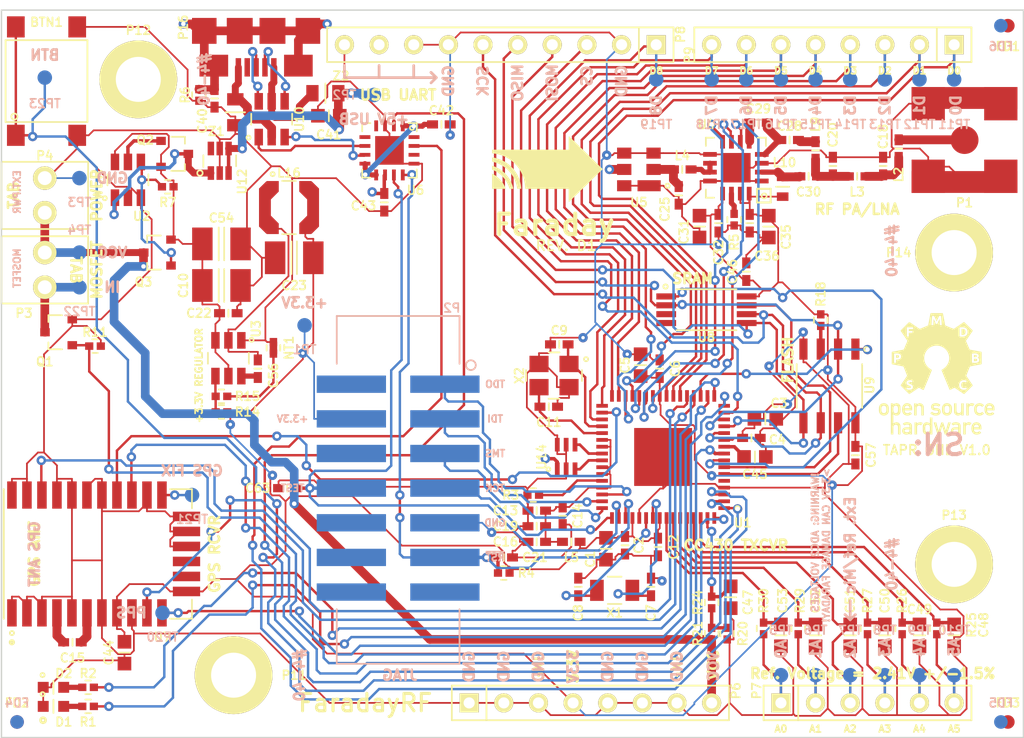
<source format=kicad_pcb>
(kicad_pcb (version 20171130) (host pcbnew "(5.1.12)-1")
  (layers (0 F.Cu signal) (1 InnerA.Cu power) (2 InnerB.Cu power) (31 B.Cu signal) (34 B.Paste user hide) (35 F.Paste user hide) (36 B.SilkS user hide) (37 F.SilkS user hide) (38 B.Mask user hide) (39 F.Mask user hide) (44 Edge.Cuts user))
  (net 0 "")
  (net 1 +3.3V)
  (net 2 +5V)
  (net 3 /CC430/DIGITAL_IO_0)
  (net 4 /CC430/DIGITAL_IO_1)
  (net 5 /CC430/DIGITAL_IO_2)
  (net 6 /CC430/DIGITAL_IO_3)
  (net 7 /CC430/DIGITAL_IO_4)
  (net 8 /CC430/DIGITAL_IO_5)
  (net 9 /CC430/DIGITAL_IO_6)
  (net 10 /CC430/DIGITAL_IO_7)
  (net 11 /CC430/DIGITAL_IO_8)
  (net 12 /CC430/GPS-PPS)
  (net 13 /CC430/GPS-RX)
  (net 14 /CC430/GPS-TX)
  (net 15 "/CC430/MEM ~CS0~")
  (net 16 "/CC430/MEM ~CS1~")
  (net 17 "/CC430/MEM ~HOLD0~")
  (net 18 "/CC430/MEM ~HOLD1~")
  (net 19 /CC430/MOSFET_CNTL)
  (net 20 /CC430/P1_7)
  (net 21 /CC430/P2_1)
  (net 22 /CC430/P2_2)
  (net 23 /CC430/P2_3)
  (net 24 /CC430/P2_4)
  (net 25 /CC430/P2_6)
  (net 26 /CC430/P2_7)
  (net 27 /CC430/P3_6)
  (net 28 /CC430/P3_7)
  (net 29 /CC430/P5_0)
  (net 30 /CC430/P5_1)
  (net 31 /CC430/RF-PWR)
  (net 32 /CC430/RF_N)
  (net 33 /CC430/RF_P)
  (net 34 /CC430/TCK)
  (net 35 /CC430/TDI)
  (net 36 /CC430/TDO)
  (net 37 /CC430/TEST)
  (net 38 /CC430/TMS)
  (net 39 /CC430/~RST~)
  (net 40 /GPS/HRST)
  (net 41 /GPS/STDBY)
  (net 42 "/Power Supply/3V3_SW")
  (net 43 "/RF Front End/50Z-1")
  (net 44 "/RF Front End/50Z-2")
  (net 45 "/RF Front End/50Z_3")
  (net 46 "/RF Front End/50Z_4")
  (net 47 "/RF Front End/50Z_5")
  (net 48 "/RF Front End/CC1190-CC430-RF")
  (net 49 "/RF Front End/HGM_Select")
  (net 50 "/RF Front End/LNA_Enable")
  (net 51 "/RF Front End/PA_Enable")
  (net 52 "/RF Front End/RF_IN_OUT_Antenna")
  (net 53 "/Shield Connector/AD_0")
  (net 54 "/Shield Connector/AD_1")
  (net 55 "/Shield Connector/AD_2")
  (net 56 "/Shield Connector/AD_3")
  (net 57 "/Shield Connector/AD_4")
  (net 58 "/Shield Connector/AD_5")
  (net 59 "/Shield Connector/CONN_CS")
  (net 60 "/Shield Connector/CONN_MISO/SCL")
  (net 61 "/Shield Connector/CONN_MOSI/SDA")
  (net 62 "/Shield Connector/CONN_SCK")
  (net 63 "/Shield Connector/MOSFET Channel/IN")
  (net 64 "/Shield Connector/VCC-MON")
  (net 65 "/USB to Serial/RXD")
  (net 66 "/USB to Serial/TXD")
  (net 67 DGND)
  (net 68 GNDPWR)
  (net 69 N-0000019)
  (net 70 N-0000020)
  (net 71 N-0000021)
  (net 72 N-0000035)
  (net 73 N-0000040)
  (net 74 N-0000041)
  (net 75 N-0000042)
  (net 76 N-0000043)
  (net 77 N-0000044)
  (net 78 N-0000045)
  (net 79 N-0000048)
  (net 80 N-0000049)
  (net 81 N-0000050)
  (net 82 N-0000053)
  (net 83 N-0000054)
  (net 84 N-0000055)
  (net 85 N-0000057)
  (net 86 N-0000064)
  (net 87 N-0000067)
  (net 88 N-0000070)
  (net 89 N-0000071)
  (net 90 N-0000072)
  (net 91 N-0000074)
  (net 92 N-0000075)
  (net 93 N-0000076)
  (net 94 N-0000079)
  (net 95 N-0000080)
  (net 96 N-0000082)
  (net 97 VCC)
  (module faradayRF (layer F.Cu) (at 186.309 111.125)
    (fp_text reference G2 hide)
    (fp_text value FARADAYRF hide)
  )
  (module OSHW (layer F.Cu) (at 214.63 125.73)
    (fp_text reference G1 hide)
    (fp_text value OSHW hide)
  )
  (module CONSMA001-SMD-G (layer F.Cu) (at 216.662 108.585 90)
    (fp_text reference P1 (at -4.6 0 180) (layer F.SilkS) (effects (font (size 0.635 0.635) (thickness 0.127))))
    (fp_text value RF_FEMALE hide)
    (pad 2 smd rect (at 2.66 -2.66 90) (size 2.44 2.44) (layers F.Cu F.Paste F.Mask) (net 67 DGND))
    (pad 2 smd rect (at 2.66 2.66 90) (size 2.44 2.44) (layers F.Cu F.Paste F.Mask) (net 67 DGND))
    (pad 2 smd rect (at -2.66 2.66 90) (size 2.44 2.44) (layers F.Cu F.Paste F.Mask) (net 67 DGND))
    (pad 1 smd circle (at 0 0 90) (size 2.05 2.05) (layers F.Cu F.Paste F.Mask) (net 52 "/RF Front End/RF_IN_OUT_Antenna"))
    (pad 2 smd rect (at -3.08 0 90) (size 1.6 7.76) (layers F.Cu F.Paste F.Mask) (net 67 DGND))
    (pad 2 smd rect (at 3.08 0 90) (size 1.6 7.76) (layers F.Cu F.Paste F.Mask) (net 67 DGND))
    (pad 2 smd rect (at -2.66 -2.66 90) (size 2.44 2.44) (layers F.Cu F.Paste F.Mask) (net 67 DGND))
  )
  (module MTH-4-40-Tight (layer F.Cu) (at 215.9 116.84)
    (fp_text reference P14 (at -4.064 0) (layer F.SilkS) (effects (font (size 0.635 0.635) (thickness 0.127))))
    (fp_text value DNP hide)
    (pad 1 thru_hole circle (at 0 0) (size 5.7 5.7) (drill 3.3) (layers *.Cu *.Mask F.SilkS) (net 68 GNDPWR) (clearance 0.635))
  )
  (module MTH-4-40-Tight (layer F.Cu) (at 163.068 147.828)
    (fp_text reference P11 (at 4.445 0) (layer F.SilkS) (effects (font (size 0.635 0.635) (thickness 0.127))))
    (fp_text value DNP hide)
    (pad 1 thru_hole circle (at 0 0) (size 5.7 5.7) (drill 3.3) (layers *.Cu *.Mask F.SilkS) (net 68 GNDPWR) (clearance 0.635))
  )
  (module MTH-4-40-Tight (layer F.Cu) (at 156.083 104.14)
    (fp_text reference P12 (at 0 -3.6) (layer F.SilkS) (effects (font (size 0.635 0.635) (thickness 0.127))))
    (fp_text value DNP hide)
    (pad 1 thru_hole circle (at 0 0) (size 5.7 5.7) (drill 3.3) (layers *.Cu *.Mask F.SilkS) (net 68 GNDPWR) (clearance 0.635))
  )
  (module MTH-4-40-Tight (layer F.Cu) (at 215.9 139.7)
    (fp_text reference P13 (at 0 -3.6) (layer F.SilkS) (effects (font (size 0.635 0.635) (thickness 0.127))))
    (fp_text value DNP hide)
    (pad 1 thru_hole circle (at 0 0) (size 5.7 5.7) (drill 3.3) (layers *.Cu *.Mask F.SilkS) (net 68 GNDPWR) (clearance 0.635))
  )
  (module LPS4018 (layer F.Cu) (at 167.132 113.538)
    (fp_text reference L16 (at 0 -2.54) (layer F.SilkS) (effects (font (size 0.635 0.635) (thickness 0.127))))
    (fp_text value 4.7uH hide)
    (pad 1 smd trapezoid (at -1.92 0 90) (size 3.34 0.56) (rect_delta 0 0.55) (layers F.Cu F.Paste F.Mask) (net 42 "/Power Supply/3V3_SW"))
    (pad 2 smd trapezoid (at 1.92 0 270) (size 3.34 0.56) (rect_delta 0 0.55) (layers F.Cu F.Paste F.Mask) (net 1 +3.3V))
    (pad 1 smd rect (at -1.195 -1.5575) (size 0.89 0.775) (layers F.Cu F.Paste F.Mask) (net 42 "/Power Supply/3V3_SW"))
    (pad 1 smd rect (at -1.195 1.5575) (size 0.89 0.775) (layers F.Cu F.Paste F.Mask) (net 42 "/Power Supply/3V3_SW"))
    (pad 2 smd rect (at 1.195 1.5575) (size 0.89 0.775) (layers F.Cu F.Paste F.Mask) (net 1 +3.3V))
    (pad 2 smd rect (at 1.195 -1.5575) (size 0.89 0.775) (layers F.Cu F.Paste F.Mask) (net 1 +3.3V))
    (pad 1 smd rect (at -1.41 -1.24 315) (size 1.0293 0.83092) (layers F.Cu F.Paste F.Mask) (net 42 "/Power Supply/3V3_SW"))
    (pad 1 smd rect (at -1.765 0) (size 0.87 2.79) (layers F.Cu F.Paste F.Mask) (net 42 "/Power Supply/3V3_SW"))
    (pad 1 smd rect (at -1.41 1.24 45) (size 1.0293 0.83092) (layers F.Cu F.Paste F.Mask) (net 42 "/Power Supply/3V3_SW"))
    (pad 2 smd rect (at 1.41 -1.24 45) (size 1.0293 0.83092) (layers F.Cu F.Paste F.Mask) (net 1 +3.3V))
    (pad 2 smd rect (at 1.41 1.24 315) (size 1.0293 0.83092) (layers F.Cu F.Paste F.Mask) (net 1 +3.3V))
    (pad 2 smd rect (at 1.765 0) (size 0.87 2.79) (layers F.Cu F.Paste F.Mask) (net 1 +3.3V))
  )
  (module LGL29K (layer F.Cu) (at 149.86 150.114)
    (fp_text reference D1 (at 0.762 1.143) (layer F.SilkS) (effects (font (size 0.635 0.635) (thickness 0.127))))
    (fp_text value LED-IPC hide)
    (pad 1 smd rect (at -0.75 0) (size 0.8 0.8) (layers F.Cu F.Mask) (net 67 DGND))
    (pad 2 smd rect (at 0.75 0) (size 0.8 0.8) (layers F.Cu F.Mask) (net 70 N-0000020))
  )
  (module LGL29K (layer F.Cu) (at 149.86 148.717)
    (fp_text reference D2 (at 0.762 -1.016) (layer F.SilkS) (effects (font (size 0.635 0.635) (thickness 0.127))))
    (fp_text value LED-IPC hide)
    (pad 1 smd rect (at -0.75 0) (size 0.8 0.8) (layers F.Cu F.Mask) (net 67 DGND))
    (pad 2 smd rect (at 0.75 0) (size 0.8 0.8) (layers F.Cu F.Mask) (net 71 N-0000021))
  )
  (module L0805 (layer F.Cu) (at 163.195 106.553 270)
    (fp_text reference Z1 (at 1.397 1.397) (layer F.SilkS) (effects (font (size 0.635 0.635) (thickness 0.127))))
    (fp_text value MI0805K400R-10 hide)
    (pad 1 smd rect (at -0.95 0 270) (size 0.9 1.2) (layers F.Cu F.Paste F.Mask) (net 91 N-0000074))
    (pad 2 smd rect (at 0.95 0 270) (size 0.9 1.2) (layers F.Cu F.Paste F.Mask) (net 67 DGND))
  )
  (module L0805 (layer F.Cu) (at 169.799 105.156)
    (fp_text reference Z2 (at 1.143 -1.27) (layer F.SilkS) (effects (font (size 0.635 0.635) (thickness 0.127))))
    (fp_text value MI0805K400R-10 hide)
    (pad 1 smd rect (at -0.95 0) (size 0.9 1.2) (layers F.Cu F.Paste F.Mask) (net 86 N-0000064))
    (pad 2 smd rect (at 0.95 0) (size 0.9 1.2) (layers F.Cu F.Paste F.Mask) (net 2 +5V))
  )
  (module SF2049E (layer F.Cu) (at 192.786 110.744 180)
    (fp_text reference U5 (at 0 -2.413 180) (layer F.SilkS) (effects (font (size 0.635 0.635) (thickness 0.127))))
    (fp_text value SF2049E hide)
    (pad 1 smd rect (at -0.75 -1.195 180) (size 1.7 0.81) (layers F.Cu F.Paste F.Mask) (net 67 DGND))
    (pad 2 smd rect (at -1.075 0 180) (size 1.05 0.81) (layers F.Cu F.Paste F.Mask) (net 43 "/RF Front End/50Z-1"))
    (pad 3 smd rect (at -1.075 1.195 180) (size 1.05 0.81) (layers F.Cu F.Paste F.Mask) (net 67 DGND))
    (pad 4 smd rect (at 1.075 1.195 180) (size 1.05 0.81) (layers F.Cu F.Paste F.Mask) (net 67 DGND))
    (pad 5 smd rect (at 1.075 0 180) (size 1.05 0.81) (layers F.Cu F.Paste F.Mask) (net 48 "/RF Front End/CC1190-CC430-RF"))
    (pad 6 smd rect (at 1.075 -1.195 180) (size 1.05 0.81) (layers F.Cu F.Paste F.Mask) (net 67 DGND))
  )
  (module ST3215SB32768H5HPWAA (layer F.Cu) (at 191.008 141.605 180)
    (fp_text reference X1 (at 0 -1.651 180) (layer F.SilkS) (effects (font (size 0.635 0.635) (thickness 0.127))))
    (fp_text value ST3215SB32768H5HPWAA hide)
    (pad 1 smd rect (at -1.3 0 180) (size 1 1.55) (layers F.Cu F.Paste F.Mask) (net 29 /CC430/P5_0))
    (pad 2 smd rect (at 1.3 0 180) (size 1 1.55) (layers F.Cu F.Paste F.Mask) (net 30 /CC430/P5_1))
  )
  (module SC70-6 (layer F.Cu) (at 162.052 110.109 90)
    (fp_text reference U12 (at -1.524 1.651 90) (layer F.SilkS) (effects (font (size 0.635 0.635) (thickness 0.127))))
    (fp_text value MIC94072YC6 hide)
    (pad 1 smd rect (at -0.9 -0.65 90) (size 1 0.47) (layers F.Cu F.Paste F.Mask) (net 81 N-0000050))
    (pad 2 smd rect (at -0.9 0 90) (size 1 0.47) (layers F.Cu F.Paste F.Mask) (net 67 DGND))
    (pad 3 smd rect (at -0.9 0.65 90) (size 1 0.47) (layers F.Cu F.Paste F.Mask) (net 2 +5V))
    (pad 4 smd rect (at 0.9 0.65 90) (size 1 0.47) (layers F.Cu F.Paste F.Mask) (net 2 +5V))
    (pad 5 smd rect (at 0.9 0 90) (size 1 0.47) (layers F.Cu F.Paste F.Mask) (net 67 DGND))
    (pad 6 smd rect (at 0.9 -0.65 90) (size 1 0.47) (layers F.Cu F.Paste F.Mask))
  )
  (module TSSOP8 (layer F.Cu) (at 197.739 121.031)
    (fp_text reference U8 (at 0 2.032) (layer F.SilkS) (effects (font (size 0.635 0.635) (thickness 0.127))))
    (fp_text value 23K256T-I/ST hide)
    (pad 1 smd rect (at -2.95 -0.975) (size 1.45 0.45) (layers F.Cu F.Paste F.Mask) (net 15 "/CC430/MEM ~CS0~"))
    (pad 2 smd rect (at -2.95 -0.325) (size 1.45 0.45) (layers F.Cu F.Paste F.Mask) (net 60 "/Shield Connector/CONN_MISO/SCL"))
    (pad 3 smd rect (at -2.95 0.325) (size 1.45 0.45) (layers F.Cu F.Paste F.Mask))
    (pad 4 smd rect (at -2.95 0.975) (size 1.45 0.45) (layers F.Cu F.Paste F.Mask))
    (pad 5 smd rect (at 2.95 0.975) (size 1.45 0.45) (layers F.Cu F.Paste F.Mask) (net 61 "/Shield Connector/CONN_MOSI/SDA"))
    (pad 6 smd rect (at 2.95 0.325) (size 1.45 0.45) (layers F.Cu F.Paste F.Mask) (net 62 "/Shield Connector/CONN_SCK"))
    (pad 7 smd rect (at 2.95 -0.325) (size 1.45 0.45) (layers F.Cu F.Paste F.Mask) (net 17 "/CC430/MEM ~HOLD0~"))
    (pad 8 smd rect (at 2.95 -0.975) (size 1.45 0.45) (layers F.Cu F.Paste F.Mask) (net 1 +3.3V))
  )
  (module SOIC8-150MIL (layer F.Cu) (at 206.756 126.619 270)
    (fp_text reference U9 (at -0.05 -2.95 270) (layer F.SilkS) (effects (font (size 0.635 0.635) (thickness 0.127))))
    (fp_text value DNP hide)
    (pad 1 smd rect (at -2.7 -1.905 270) (size 1.55 0.6) (layers F.Cu F.Paste F.Mask) (net 16 "/CC430/MEM ~CS1~"))
    (pad 2 smd rect (at -2.7 -0.635 270) (size 1.55 0.6) (layers F.Cu F.Paste F.Mask) (net 60 "/Shield Connector/CONN_MISO/SCL"))
    (pad 3 smd rect (at -2.7 0.635 270) (size 1.55 0.6) (layers F.Cu F.Paste F.Mask) (net 96 N-0000082))
    (pad 4 smd rect (at -2.7 1.905 270) (size 1.55 0.6) (layers F.Cu F.Paste F.Mask) (net 67 DGND))
    (pad 5 smd rect (at 2.7 1.905 270) (size 1.55 0.6) (layers F.Cu F.Paste F.Mask) (net 61 "/Shield Connector/CONN_MOSI/SDA"))
    (pad 6 smd rect (at 2.7 0.635 270) (size 1.55 0.6) (layers F.Cu F.Paste F.Mask) (net 62 "/Shield Connector/CONN_SCK"))
    (pad 7 smd rect (at 2.7 -0.635 270) (size 1.55 0.6) (layers F.Cu F.Paste F.Mask) (net 18 "/CC430/MEM ~HOLD1~"))
    (pad 8 smd rect (at 2.7 -1.905 270) (size 1.55 0.6) (layers F.Cu F.Paste F.Mask) (net 1 +3.3V))
  )
  (module TSOT23-6 (layer F.Cu) (at 162.687 124.587 270)
    (fp_text reference U3 (at -2.159 -2.032 270) (layer F.SilkS) (effects (font (size 0.635 0.635) (thickness 0.127))))
    (fp_text value TPS562201DDCR hide)
    (pad 1 smd rect (at -1.31 -0.95 270) (size 1.22 0.62) (layers F.Cu F.Paste F.Mask) (net 67 DGND))
    (pad 2 smd rect (at -1.31 0 270) (size 1.22 0.62) (layers F.Cu F.Paste F.Mask) (net 42 "/Power Supply/3V3_SW"))
    (pad 3 smd rect (at -1.31 0.95 270) (size 1.22 0.62) (layers F.Cu F.Paste F.Mask) (net 75 N-0000042))
    (pad 4 smd rect (at 1.31 0.95 270) (size 1.22 0.62) (layers F.Cu F.Paste F.Mask) (net 77 N-0000044))
    (pad 5 smd rect (at 1.31 0 270) (size 1.22 0.62) (layers F.Cu F.Paste F.Mask) (net 75 N-0000042))
    (pad 6 smd rect (at 1.31 -0.95 270) (size 1.22 0.62) (layers F.Cu F.Paste F.Mask) (net 76 N-0000043))
  )
  (module TSOT23-6 (layer F.Cu) (at 165.862 107.061 90)
    (fp_text reference U10 (at 0 2.032 90) (layer F.SilkS) (effects (font (size 0.635 0.635) (thickness 0.127))))
    (fp_text value NUF2101MT1G hide)
    (pad 1 smd rect (at -1.31 -0.95 90) (size 1.22 0.62) (layers F.Cu F.Paste F.Mask) (net 87 N-0000067))
    (pad 2 smd rect (at -1.31 0 90) (size 1.22 0.62) (layers F.Cu F.Paste F.Mask) (net 91 N-0000074))
    (pad 3 smd rect (at -1.31 0.95 90) (size 1.22 0.62) (layers F.Cu F.Paste F.Mask) (net 90 N-0000072))
    (pad 4 smd rect (at 1.31 0.95 90) (size 1.22 0.62) (layers F.Cu F.Paste F.Mask) (net 89 N-0000071))
    (pad 5 smd rect (at 1.31 0 90) (size 1.22 0.62) (layers F.Cu F.Paste F.Mask) (net 86 N-0000064))
    (pad 6 smd rect (at 1.31 -0.95 90) (size 1.22 0.62) (layers F.Cu F.Paste F.Mask) (net 88 N-0000070))
  )
  (module SOT23-NXP (layer F.Cu) (at 150.241 122.682 180)
    (fp_text reference Q1 (at 1.016 -2.159 180) (layer F.SilkS) (effects (font (size 0.635 0.635) (thickness 0.127))))
    (fp_text value IRLML6346TRPBF hide)
    (pad 1 smd rect (at -1 -0.95 180) (size 0.7 0.6) (layers F.Cu F.Paste F.Mask) (net 19 /CC430/MOSFET_CNTL))
    (pad 2 smd rect (at -1 0.95 180) (size 0.7 0.6) (layers F.Cu F.Paste F.Mask) (net 67 DGND))
    (pad 3 smd rect (at 1 0 180) (size 0.7 0.6) (layers F.Cu F.Paste F.Mask) (net 63 "/Shield Connector/MOSFET Channel/IN"))
  )
  (module C0402 (layer F.Cu) (at 195.707 112.649 270)
    (fp_text reference C25 (at 1.016 1.016 270) (layer F.SilkS) (effects (font (size 0.635 0.635) (thickness 0.127))))
    (fp_text value 0.8pF hide)
    (pad 1 smd rect (at -0.65 0 270) (size 0.8 0.6) (layers F.Cu F.Paste F.Mask) (net 43 "/RF Front End/50Z-1"))
    (pad 2 smd rect (at 0.64 0 270) (size 0.8 0.6) (layers F.Cu F.Paste F.Mask) (net 67 DGND))
  )
  (module C0402 (layer F.Cu) (at 210.693 110.49 90)
    (fp_text reference C18 (at 2.159 0 90) (layer F.SilkS) (effects (font (size 0.635 0.635) (thickness 0.127))))
    (fp_text value 7.5pF hide)
    (pad 1 smd rect (at -0.65 0 90) (size 0.8 0.6) (layers F.Cu F.Paste F.Mask) (net 47 "/RF Front End/50Z_5"))
    (pad 2 smd rect (at 0.64 0 90) (size 0.8 0.6) (layers F.Cu F.Paste F.Mask) (net 67 DGND))
  )
  (module C0402 (layer F.Cu) (at 207.01 110.49 90)
    (fp_text reference C20 (at 2.286 0 90) (layer F.SilkS) (effects (font (size 0.635 0.635) (thickness 0.127))))
    (fp_text value 3.3pF hide)
    (pad 1 smd rect (at -0.65 0 90) (size 0.8 0.6) (layers F.Cu F.Paste F.Mask) (net 46 "/RF Front End/50Z_4"))
    (pad 2 smd rect (at 0.64 0 90) (size 0.8 0.6) (layers F.Cu F.Paste F.Mask) (net 67 DGND))
  )
  (module L0402 (layer F.Cu) (at 195.961 110.744 180)
    (fp_text reference L4 (at 0 1.016 180) (layer F.SilkS) (effects (font (size 0.635 0.635) (thickness 0.127))))
    (fp_text value 10nH hide)
    (pad 1 smd rect (at -0.65 0 180) (size 0.8 0.6) (layers F.Cu F.Paste F.Mask) (net 44 "/RF Front End/50Z-2"))
    (pad 2 smd rect (at 0.64 0 180) (size 0.8 0.6) (layers F.Cu F.Paste F.Mask) (net 43 "/RF Front End/50Z-1"))
  )
  (module L0402 (layer F.Cu) (at 211.836 109.22 270)
    (fp_text reference L2 (at 1.905 0 270) (layer F.SilkS) (effects (font (size 0.635 0.635) (thickness 0.127))))
    (fp_text value 9.1nH hide)
    (pad 1 smd rect (at -0.65 0 270) (size 0.8 0.6) (layers F.Cu F.Paste F.Mask) (net 52 "/RF Front End/RF_IN_OUT_Antenna"))
    (pad 2 smd rect (at 0.64 0 270) (size 0.8 0.6) (layers F.Cu F.Paste F.Mask) (net 47 "/RF Front End/50Z_5"))
  )
  (module L0402 (layer F.Cu) (at 208.788 111.252 180)
    (fp_text reference L3 (at 0 -1.143 180) (layer F.SilkS) (effects (font (size 0.635 0.635) (thickness 0.127))))
    (fp_text value 2.9nH hide)
    (pad 1 smd rect (at -0.65 0 180) (size 0.8 0.6) (layers F.Cu F.Paste F.Mask) (net 47 "/RF Front End/50Z_5"))
    (pad 2 smd rect (at 0.64 0 180) (size 0.8 0.6) (layers F.Cu F.Paste F.Mask) (net 46 "/RF Front End/50Z_4"))
  )
  (module TEST-POINT-42MIL (layer B.Cu) (at 205.74 104.14)
    (fp_text reference TP15 (at 0 3.302) (layer B.SilkS) (effects (font (size 0.635 0.635) (thickness 0.127)) (justify mirror)))
    (fp_text value TEST-POINT hide)
    (pad 1 smd circle (at 0 0) (size 1.0668 1.0668) (layers B.Cu B.Mask) (net 7 /CC430/DIGITAL_IO_4))
  )
  (module TEST-POINT-42MIL (layer B.Cu) (at 210.82 104.14)
    (fp_text reference TP13 (at 0 3.302) (layer B.SilkS) (effects (font (size 0.635 0.635) (thickness 0.127)) (justify mirror)))
    (fp_text value TEST-POINT hide)
    (pad 1 smd circle (at 0 0) (size 1.0668 1.0668) (layers B.Cu B.Mask) (net 5 /CC430/DIGITAL_IO_2))
  )
  (module TEST-POINT-42MIL (layer B.Cu) (at 213.36 104.14)
    (fp_text reference TP12 (at 0 3.302) (layer B.SilkS) (effects (font (size 0.635 0.635) (thickness 0.127)) (justify mirror)))
    (fp_text value TEST-POINT hide)
    (pad 1 smd circle (at 0 0) (size 1.0668 1.0668) (layers B.Cu B.Mask) (net 4 /CC430/DIGITAL_IO_1))
  )
  (module TEST-POINT-42MIL (layer B.Cu) (at 173.355 105.283)
    (fp_text reference TP2 (at -2.159 0) (layer B.SilkS) (effects (font (size 0.635 0.635) (thickness 0.127)) (justify mirror)))
    (fp_text value TEST-POINT hide)
    (pad 1 smd circle (at 0 0) (size 1.0668 1.0668) (layers B.Cu B.Mask) (net 2 +5V))
  )
  (module TEST-POINT-42MIL (layer B.Cu) (at 215.9 104.14)
    (fp_text reference TP11 (at 0 3.302) (layer B.SilkS) (effects (font (size 0.635 0.635) (thickness 0.127)) (justify mirror)))
    (fp_text value TEST-POINT hide)
    (pad 1 smd circle (at 0 0) (size 1.0668 1.0668) (layers B.Cu B.Mask) (net 3 /CC430/DIGITAL_IO_0))
  )
  (module TEST-POINT-42MIL (layer B.Cu) (at 215.9 147.828)
    (fp_text reference TP10 (at 0 -3.302) (layer B.SilkS) (effects (font (size 0.635 0.635) (thickness 0.127)) (justify mirror)))
    (fp_text value TEST-POINT hide)
    (pad 1 smd circle (at 0 0) (size 1.0668 1.0668) (layers B.Cu B.Mask) (net 58 "/Shield Connector/AD_5"))
  )
  (module TEST-POINT-42MIL (layer B.Cu) (at 213.36 147.828)
    (fp_text reference TP9 (at 0 -3.302) (layer B.SilkS) (effects (font (size 0.635 0.635) (thickness 0.127)) (justify mirror)))
    (fp_text value TEST-POINT hide)
    (pad 1 smd circle (at 0 0) (size 1.0668 1.0668) (layers B.Cu B.Mask) (net 57 "/Shield Connector/AD_4"))
  )
  (module TEST-POINT-42MIL (layer B.Cu) (at 210.82 147.828)
    (fp_text reference TP8 (at 0 -3.302) (layer B.SilkS) (effects (font (size 0.635 0.635) (thickness 0.127)) (justify mirror)))
    (fp_text value TEST-POINT hide)
    (pad 1 smd circle (at 0 0) (size 1.0668 1.0668) (layers B.Cu B.Mask) (net 56 "/Shield Connector/AD_3"))
  )
  (module TEST-POINT-42MIL (layer B.Cu) (at 208.28 147.828)
    (fp_text reference TP7 (at 0 -3.302) (layer B.SilkS) (effects (font (size 0.635 0.635) (thickness 0.127)) (justify mirror)))
    (fp_text value TEST-POINT hide)
    (pad 1 smd circle (at 0 0) (size 1.0668 1.0668) (layers B.Cu B.Mask) (net 55 "/Shield Connector/AD_2"))
  )
  (module TEST-POINT-42MIL (layer B.Cu) (at 205.74 147.828)
    (fp_text reference TP6 (at 0 -3.302) (layer B.SilkS) (effects (font (size 0.635 0.635) (thickness 0.127)) (justify mirror)))
    (fp_text value TEST-POINT hide)
    (pad 1 smd circle (at 0 0) (size 1.0668 1.0668) (layers B.Cu B.Mask) (net 54 "/Shield Connector/AD_1"))
  )
  (module TEST-POINT-42MIL (layer B.Cu) (at 203.2 147.828)
    (fp_text reference TP5 (at 0 -3.302) (layer B.SilkS) (effects (font (size 0.635 0.635) (thickness 0.127)) (justify mirror)))
    (fp_text value TEST-POINT hide)
    (pad 1 smd circle (at 0 0) (size 1.0668 1.0668) (layers B.Cu B.Mask) (net 53 "/Shield Connector/AD_0"))
  )
  (module TEST-POINT-42MIL (layer B.Cu) (at 168.275 122.174)
    (fp_text reference TP1 (at 0 1.778) (layer B.SilkS) (effects (font (size 0.635 0.635) (thickness 0.127)) (justify mirror)))
    (fp_text value TEST-POINT hide)
    (pad 1 smd circle (at 0 0) (size 1.0668 1.0668) (layers B.Cu B.Mask) (net 1 +3.3V))
  )
  (module TEST-POINT-42MIL (layer B.Cu) (at 151.765 116.84)
    (fp_text reference TP4 (at 0 -1.651) (layer B.SilkS) (effects (font (size 0.635 0.635) (thickness 0.127)) (justify mirror)))
    (fp_text value TEST-POINT hide)
    (pad 1 smd circle (at 0 0) (size 1.0668 1.0668) (layers B.Cu B.Mask) (net 97 VCC))
  )
  (module TEST-POINT-42MIL (layer B.Cu) (at 203.2 104.14)
    (fp_text reference TP16 (at 0 3.302) (layer B.SilkS) (effects (font (size 0.635 0.635) (thickness 0.127)) (justify mirror)))
    (fp_text value TEST-POINT hide)
    (pad 1 smd circle (at 0 0) (size 1.0668 1.0668) (layers B.Cu B.Mask) (net 8 /CC430/DIGITAL_IO_5))
  )
  (module TEST-POINT-42MIL (layer B.Cu) (at 208.28 104.14)
    (fp_text reference TP14 (at 0 3.302) (layer B.SilkS) (effects (font (size 0.635 0.635) (thickness 0.127)) (justify mirror)))
    (fp_text value TEST-POINT hide)
    (pad 1 smd circle (at 0 0) (size 1.0668 1.0668) (layers B.Cu B.Mask) (net 6 /CC430/DIGITAL_IO_3))
  )
  (module TEST-POINT-42MIL (layer B.Cu) (at 200.66 104.14)
    (fp_text reference TP17 (at 0 3.302) (layer B.SilkS) (effects (font (size 0.635 0.635) (thickness 0.127)) (justify mirror)))
    (fp_text value TEST-POINT hide)
    (pad 1 smd circle (at 0 0) (size 1.0668 1.0668) (layers B.Cu B.Mask) (net 9 /CC430/DIGITAL_IO_6))
  )
  (module TEST-POINT-42MIL (layer B.Cu) (at 160.02 134.62)
    (fp_text reference TP21 (at 0 1.778) (layer B.SilkS) (effects (font (size 0.635 0.635) (thickness 0.127)) (justify mirror)))
    (fp_text value TEST-POINT hide)
    (pad 1 smd circle (at 0 0) (size 1.0668 1.0668) (layers B.Cu B.Mask) (net 93 N-0000076))
  )
  (module TEST-POINT-42MIL (layer B.Cu) (at 157.861 143.256)
    (fp_text reference TP20 (at 0 1.778) (layer B.SilkS) (effects (font (size 0.635 0.635) (thickness 0.127)) (justify mirror)))
    (fp_text value TEST-POINT hide)
    (pad 1 smd circle (at 0 0) (size 1.0668 1.0668) (layers B.Cu B.Mask) (net 12 /CC430/GPS-PPS))
  )
  (module TEST-POINT-42MIL (layer B.Cu) (at 194.056 104.14)
    (fp_text reference TP19 (at 0 3.302) (layer B.SilkS) (effects (font (size 0.635 0.635) (thickness 0.127)) (justify mirror)))
    (fp_text value TEST-POINT hide)
    (pad 1 smd circle (at 0 0) (size 1.0668 1.0668) (layers B.Cu B.Mask) (net 11 /CC430/DIGITAL_IO_8))
  )
  (module TEST-POINT-42MIL (layer B.Cu) (at 198.12 104.14)
    (fp_text reference TP18 (at 0 3.302) (layer B.SilkS) (effects (font (size 0.635 0.635) (thickness 0.127)) (justify mirror)))
    (fp_text value TEST-POINT hide)
    (pad 1 smd circle (at 0 0) (size 1.0668 1.0668) (layers B.Cu B.Mask) (net 10 /CC430/DIGITAL_IO_7))
  )
  (module TEST-POINT-42MIL (layer B.Cu) (at 151.765 119.38)
    (fp_text reference TP22 (at 0 1.778) (layer B.SilkS) (effects (font (size 0.635 0.635) (thickness 0.127)) (justify mirror)))
    (fp_text value TEST-POINT hide)
    (pad 1 smd circle (at 0 0) (size 1.0668 1.0668) (layers B.Cu B.Mask) (net 63 "/Shield Connector/MOSFET Channel/IN"))
  )
  (module TEST-POINT-42MIL (layer B.Cu) (at 149.225 104.013)
    (fp_text reference TP23 (at 0 1.905) (layer B.SilkS) (effects (font (size 0.635 0.635) (thickness 0.127)) (justify mirror)))
    (fp_text value TEST-POINT hide)
    (pad 1 smd circle (at 0 0) (size 1.0668 1.0668) (layers B.Cu B.Mask) (net 20 /CC430/P1_7))
  )
  (module TEST-POINT-42MIL (layer B.Cu) (at 151.765 111.379)
    (fp_text reference TP3 (at 0 1.778) (layer B.SilkS) (effects (font (size 0.635 0.635) (thickness 0.127)) (justify mirror)))
    (fp_text value TEST-POINT hide)
    (pad 1 smd circle (at 0 0) (size 1.0668 1.0668) (layers B.Cu B.Mask) (net 67 DGND))
  )
  (module C0603 (layer F.Cu) (at 201.295 131.826)
    (fp_text reference C45 (at 0 1.27) (layer F.SilkS) (effects (font (size 0.635 0.635) (thickness 0.127))))
    (fp_text value 470nF hide)
    (pad 1 smd rect (at -0.8 0) (size 1 1) (layers F.Cu F.Paste F.Mask) (net 69 N-0000019))
    (pad 2 smd rect (at 0.8 0) (size 1 1) (layers F.Cu F.Paste F.Mask) (net 67 DGND))
  )
  (module 0915BM15A0001E (layer F.Cu) (at 187.452 131.826 90)
    (fp_text reference U14 (at 0 -1.8 90) (layer F.SilkS) (effects (font (size 0.635 0.635) (thickness 0.127))))
    (fp_text value 0915BM15A0001E hide)
    (pad 1 smd rect (at -0.9 -0.65 180) (size 0.35 1) (layers F.Cu F.Paste F.Mask) (net 48 "/RF Front End/CC1190-CC430-RF"))
    (pad 2 smd rect (at -0.9 0 180) (size 0.35 1) (layers F.Cu F.Paste F.Mask) (net 67 DGND))
    (pad 3 smd rect (at -0.9 0.65 180) (size 0.35 1) (layers F.Cu F.Paste F.Mask) (net 32 /CC430/RF_N))
    (pad 4 smd rect (at 0.9 0.65 180) (size 0.35 1) (layers F.Cu F.Paste F.Mask) (net 33 /CC430/RF_P))
    (pad 5 smd rect (at 0.9 0 180) (size 0.35 1) (layers F.Cu F.Paste F.Mask) (net 67 DGND))
    (pad 6 smd rect (at 0.9 -0.65 180) (size 0.35 1) (layers F.Cu F.Paste F.Mask) (net 67 DGND))
  )
  (module C0402 (layer F.Cu) (at 162.687 121.285)
    (fp_text reference C22 (at -2.159 0) (layer F.SilkS) (effects (font (size 0.635 0.635) (thickness 0.127))))
    (fp_text value DNP hide)
    (pad 1 smd rect (at -0.65 0) (size 0.8 0.6) (layers F.Cu F.Paste F.Mask) (net 75 N-0000042))
    (pad 2 smd rect (at 0.64 0) (size 0.8 0.6) (layers F.Cu F.Paste F.Mask) (net 67 DGND))
  )
  (module C0402 (layer F.Cu) (at 208.661 131.699 270)
    (fp_text reference C57 (at 0 -1.143 270) (layer F.SilkS) (effects (font (size 0.635 0.635) (thickness 0.127))))
    (fp_text value DNP hide)
    (pad 1 smd rect (at -0.65 0 270) (size 0.8 0.6) (layers F.Cu F.Paste F.Mask) (net 1 +3.3V))
    (pad 2 smd rect (at 0.64 0 270) (size 0.8 0.6) (layers F.Cu F.Paste F.Mask) (net 67 DGND))
  )
  (module C1210 (layer F.Cu) (at 162.179 116.205)
    (fp_text reference C54 (at 0 -1.905) (layer F.SilkS) (effects (font (size 0.635 0.635) (thickness 0.127))))
    (fp_text value 10uF hide)
    (pad 1 smd rect (at -1.4 0) (size 1.5 2.4) (layers F.Cu F.Paste F.Mask) (net 75 N-0000042))
    (pad 2 smd rect (at 1.4 0) (size 1.5 2.4) (layers F.Cu F.Paste F.Mask) (net 67 DGND))
  )
  (module C0603 (layer F.Cu) (at 210.82 144.907 270)
    (fp_text reference C50 (at -2.54 0 270) (layer F.SilkS) (effects (font (size 0.635 0.635) (thickness 0.127))))
    (fp_text value 1uF hide)
    (pad 1 smd rect (at -0.8 0 270) (size 1 1) (layers F.Cu F.Paste F.Mask) (net 24 /CC430/P2_4))
    (pad 2 smd rect (at 0.8 0 270) (size 1 1) (layers F.Cu F.Paste F.Mask) (net 67 DGND))
  )
  (module C0603 (layer F.Cu) (at 215.9 144.907 270)
    (fp_text reference C48 (at -0.762 -2.159 270) (layer F.SilkS) (effects (font (size 0.635 0.635) (thickness 0.127))))
    (fp_text value 1uF hide)
    (pad 1 smd rect (at -0.8 0 270) (size 1 1) (layers F.Cu F.Paste F.Mask) (net 22 /CC430/P2_2))
    (pad 2 smd rect (at 0.8 0 270) (size 1 1) (layers F.Cu F.Paste F.Mask) (net 67 DGND))
  )
  (module C0603 (layer F.Cu) (at 208.28 144.907 270)
    (fp_text reference C51 (at -2.54 0 270) (layer F.SilkS) (effects (font (size 0.635 0.635) (thickness 0.127))))
    (fp_text value DNP hide)
    (pad 1 smd rect (at -0.8 0 270) (size 1 1) (layers F.Cu F.Paste F.Mask) (net 55 "/Shield Connector/AD_2"))
    (pad 2 smd rect (at 0.8 0 270) (size 1 1) (layers F.Cu F.Paste F.Mask) (net 67 DGND))
  )
  (module C0603 (layer F.Cu) (at 205.74 144.907 270)
    (fp_text reference C52 (at -2.54 0 270) (layer F.SilkS) (effects (font (size 0.635 0.635) (thickness 0.127))))
    (fp_text value 1uF hide)
    (pad 1 smd rect (at -0.8 0 270) (size 1 1) (layers F.Cu F.Paste F.Mask) (net 25 /CC430/P2_6))
    (pad 2 smd rect (at 0.8 0 270) (size 1 1) (layers F.Cu F.Paste F.Mask) (net 67 DGND))
  )
  (module C0603 (layer F.Cu) (at 203.2 144.907 270)
    (fp_text reference C53 (at -2.54 -0.127 270) (layer F.SilkS) (effects (font (size 0.635 0.635) (thickness 0.127))))
    (fp_text value 1uF hide)
    (pad 1 smd rect (at -0.8 0 270) (size 1 1) (layers F.Cu F.Paste F.Mask) (net 26 /CC430/P2_7))
    (pad 2 smd rect (at 0.8 0 270) (size 1 1) (layers F.Cu F.Paste F.Mask) (net 67 DGND))
  )
  (module C0603 (layer F.Cu) (at 199.517 142.113 270)
    (fp_text reference C47 (at 0.381 -1.27 270) (layer F.SilkS) (effects (font (size 0.635 0.635) (thickness 0.127))))
    (fp_text value 1uF hide)
    (pad 1 smd rect (at -0.8 0 270) (size 1 1) (layers F.Cu F.Paste F.Mask) (net 21 /CC430/P2_1))
    (pad 2 smd rect (at 0.8 0 270) (size 1 1) (layers F.Cu F.Paste F.Mask) (net 67 DGND))
  )
  (module C0603 (layer F.Cu) (at 213.36 144.907 270)
    (fp_text reference C49 (at -1.905 0) (layer F.SilkS) (effects (font (size 0.635 0.635) (thickness 0.127))))
    (fp_text value 1uF hide)
    (pad 1 smd rect (at -0.8 0 270) (size 1 1) (layers F.Cu F.Paste F.Mask) (net 23 /CC430/P2_3))
    (pad 2 smd rect (at 0.8 0 270) (size 1 1) (layers F.Cu F.Paste F.Mask) (net 67 DGND))
  )
  (module C0603 (layer F.Cu) (at 197.231 114.935 90)
    (fp_text reference C31 (at -0.381 -1.143 90) (layer F.SilkS) (effects (font (size 0.635 0.635) (thickness 0.127))))
    (fp_text value 1uF hide)
    (pad 1 smd rect (at -0.8 0 90) (size 1 1) (layers F.Cu F.Paste F.Mask) (net 67 DGND))
    (pad 2 smd rect (at 0.8 0 90) (size 1 1) (layers F.Cu F.Paste F.Mask) (net 1 +3.3V))
  )
  (module C0603 (layer F.Cu) (at 202.311 114.935 90)
    (fp_text reference C35 (at -0.762 1.27 90) (layer F.SilkS) (effects (font (size 0.635 0.635) (thickness 0.127))))
    (fp_text value 1uF hide)
    (pad 1 smd rect (at -0.8 0 90) (size 1 1) (layers F.Cu F.Paste F.Mask) (net 67 DGND))
    (pad 2 smd rect (at 0.8 0 90) (size 1 1) (layers F.Cu F.Paste F.Mask) (net 1 +3.3V))
  )
  (module C0603 (layer F.Cu) (at 190.373 138.557 270)
    (fp_text reference C1 (at 0.762 1.143 270) (layer F.SilkS) (effects (font (size 0.635 0.635) (thickness 0.127))))
    (fp_text value 1uF hide)
    (pad 1 smd rect (at -0.8 0 270) (size 1 1) (layers F.Cu F.Paste F.Mask) (net 1 +3.3V))
    (pad 2 smd rect (at 0.8 0 270) (size 1 1) (layers F.Cu F.Paste F.Mask) (net 67 DGND))
  )
  (module C0603 (layer F.Cu) (at 202.057 129.032)
    (fp_text reference C3 (at 1.016 -1.143) (layer F.SilkS) (effects (font (size 0.635 0.635) (thickness 0.127))))
    (fp_text value 1uF hide)
    (pad 1 smd rect (at -0.8 0) (size 1 1) (layers F.Cu F.Paste F.Mask) (net 1 +3.3V))
    (pad 2 smd rect (at 0.8 0) (size 1 1) (layers F.Cu F.Paste F.Mask) (net 67 DGND))
  )
  (module C0603 (layer F.Cu) (at 192.913 125.095 90)
    (fp_text reference C5 (at 0 -1.143 90) (layer F.SilkS) (effects (font (size 0.635 0.635) (thickness 0.127))))
    (fp_text value 1uF hide)
    (pad 1 smd rect (at -0.8 0 90) (size 1 1) (layers F.Cu F.Paste F.Mask) (net 1 +3.3V))
    (pad 2 smd rect (at 0.8 0 90) (size 1 1) (layers F.Cu F.Paste F.Mask) (net 67 DGND))
  )
  (module C0603 (layer F.Cu) (at 170.053 106.807 180)
    (fp_text reference C41 (at 0 -1.397 180) (layer F.SilkS) (effects (font (size 0.635 0.635) (thickness 0.127))))
    (fp_text value 1uF hide)
    (pad 1 smd rect (at -0.8 0 180) (size 1 1) (layers F.Cu F.Paste F.Mask) (net 2 +5V))
    (pad 2 smd rect (at 0.8 0 180) (size 1 1) (layers F.Cu F.Paste F.Mask) (net 67 DGND))
  )
  (module C0603 (layer F.Cu) (at 155.067 146.177 270)
    (fp_text reference C44 (at 0 1.143 270) (layer F.SilkS) (effects (font (size 0.635 0.635) (thickness 0.127))))
    (fp_text value 1uF hide)
    (pad 1 smd rect (at -0.8 0 270) (size 1 1) (layers F.Cu F.Paste F.Mask) (net 1 +3.3V))
    (pad 2 smd rect (at 0.8 0 270) (size 1 1) (layers F.Cu F.Paste F.Mask) (net 67 DGND))
  )
  (module PTS645-SMD (layer F.Cu) (at 149.352 104.267 90)
    (fp_text reference BTN1 (at 4.318 0 180) (layer F.SilkS) (effects (font (size 0.635 0.635) (thickness 0.127))))
    (fp_text value DNP hide)
    (pad 1 smd rect (at -3.975 -2.25 90) (size 1.55 1.3) (layers F.Cu F.Paste F.Mask) (net 20 /CC430/P1_7))
    (pad 2 smd rect (at 3.975 -2.25 90) (size 1.55 1.3) (layers F.Cu F.Paste F.Mask) (net 20 /CC430/P1_7))
    (pad 3 smd rect (at -3.975 2.25 90) (size 1.55 1.3) (layers F.Cu F.Paste F.Mask) (net 67 DGND))
    (pad 4 smd rect (at 3.975 2.25 90) (size 1.55 1.3) (layers F.Cu F.Paste F.Mask) (net 67 DGND))
  )
  (module C0402 (layer F.Cu) (at 203.835 108.585 180)
    (fp_text reference C28 (at 0 1.016 180) (layer F.SilkS) (effects (font (size 0.635 0.635) (thickness 0.127))))
    (fp_text value 12pF hide)
    (pad 1 smd rect (at -0.65 0 180) (size 0.8 0.6) (layers F.Cu F.Paste F.Mask) (net 85 N-0000057))
    (pad 2 smd rect (at 0.64 0 180) (size 0.8 0.6) (layers F.Cu F.Paste F.Mask) (net 82 N-0000053))
  )
  (module C0402 (layer F.Cu) (at 205.232 111.252 180)
    (fp_text reference C30 (at 0 -1.143 180) (layer F.SilkS) (effects (font (size 0.635 0.635) (thickness 0.127))))
    (fp_text value 47pF hide)
    (pad 1 smd rect (at -0.65 0 180) (size 0.8 0.6) (layers F.Cu F.Paste F.Mask) (net 46 "/RF Front End/50Z_4"))
    (pad 2 smd rect (at 0.64 0 180) (size 0.8 0.6) (layers F.Cu F.Paste F.Mask) (net 45 "/RF Front End/50Z_3"))
  )
  (module C0402 (layer F.Cu) (at 200.66 118.237 90)
    (fp_text reference C46 (at 0 -1.016 90) (layer F.SilkS) (effects (font (size 0.635 0.635) (thickness 0.127))))
    (fp_text value 0.1uF hide)
    (pad 1 smd rect (at -0.65 0 90) (size 0.8 0.6) (layers F.Cu F.Paste F.Mask) (net 1 +3.3V))
    (pad 2 smd rect (at 0.64 0 90) (size 0.8 0.6) (layers F.Cu F.Paste F.Mask) (net 67 DGND))
  )
  (module C0402 (layer F.Cu) (at 167.005 134.112 180)
    (fp_text reference C63 (at 2.159 0 180) (layer F.SilkS) (effects (font (size 0.635 0.635) (thickness 0.127))))
    (fp_text value 12pF hide)
    (pad 1 smd rect (at -0.65 0 180) (size 0.8 0.6) (layers F.Cu F.Paste F.Mask) (net 37 /CC430/TEST))
    (pad 2 smd rect (at 0.64 0 180) (size 0.8 0.6) (layers F.Cu F.Paste F.Mask) (net 67 DGND))
  )
  (module C0402 (layer F.Cu) (at 164.846 125.349 90)
    (fp_text reference C56 (at -0.508 1.143 90) (layer F.SilkS) (effects (font (size 0.635 0.635) (thickness 0.127))))
    (fp_text value 0.1uF hide)
    (pad 1 smd rect (at -0.65 0 90) (size 0.8 0.6) (layers F.Cu F.Paste F.Mask) (net 76 N-0000043))
    (pad 2 smd rect (at 0.64 0 90) (size 0.8 0.6) (layers F.Cu F.Paste F.Mask) (net 42 "/Power Supply/3V3_SW"))
  )
  (module C0402 (layer F.Cu) (at 198.628 114.681 90)
    (fp_text reference C32 (at -2.159 0 90) (layer F.SilkS) (effects (font (size 0.635 0.635) (thickness 0.127))))
    (fp_text value 0.1uF hide)
    (pad 1 smd rect (at -0.65 0 90) (size 0.8 0.6) (layers F.Cu F.Paste F.Mask) (net 67 DGND))
    (pad 2 smd rect (at 0.64 0 90) (size 0.8 0.6) (layers F.Cu F.Paste F.Mask) (net 1 +3.3V))
  )
  (module C0402 (layer F.Cu) (at 182.88 139.192)
    (fp_text reference C21 (at 2.286 0) (layer F.SilkS) (effects (font (size 0.635 0.635) (thickness 0.127))))
    (fp_text value 2.2nF hide)
    (pad 1 smd rect (at -0.65 0) (size 0.8 0.6) (layers F.Cu F.Paste F.Mask) (net 39 /CC430/~RST~))
    (pad 2 smd rect (at 0.64 0) (size 0.8 0.6) (layers F.Cu F.Paste F.Mask) (net 67 DGND))
  )
  (module C0402 (layer F.Cu) (at 188.341 141.351 90)
    (fp_text reference C8 (at -1.905 0 90) (layer F.SilkS) (effects (font (size 0.635 0.635) (thickness 0.127))))
    (fp_text value DNP hide)
    (pad 1 smd rect (at -0.65 0 90) (size 0.8 0.6) (layers F.Cu F.Paste F.Mask) (net 30 /CC430/P5_1))
    (pad 2 smd rect (at 0.64 0 90) (size 0.8 0.6) (layers F.Cu F.Paste F.Mask) (net 67 DGND))
  )
  (module C0402 (layer F.Cu) (at 193.675 141.351 90)
    (fp_text reference C7 (at -1.905 0 90) (layer F.SilkS) (effects (font (size 0.635 0.635) (thickness 0.127))))
    (fp_text value DNP hide)
    (pad 1 smd rect (at -0.65 0 90) (size 0.8 0.6) (layers F.Cu F.Paste F.Mask) (net 29 /CC430/P5_0))
    (pad 2 smd rect (at 0.64 0 90) (size 0.8 0.6) (layers F.Cu F.Paste F.Mask) (net 67 DGND))
  )
  (module C0402 (layer F.Cu) (at 186.182 128.143)
    (fp_text reference C11 (at 0 1.143) (layer F.SilkS) (effects (font (size 0.635 0.635) (thickness 0.127))))
    (fp_text value 30pF hide)
    (pad 1 smd rect (at -0.65 0) (size 0.8 0.6) (layers F.Cu F.Paste F.Mask) (net 74 N-0000041))
    (pad 2 smd rect (at 0.64 0) (size 0.8 0.6) (layers F.Cu F.Paste F.Mask) (net 67 DGND))
  )
  (module C0402 (layer F.Cu) (at 186.944 123.571 180)
    (fp_text reference C9 (at 0 1.016 180) (layer F.SilkS) (effects (font (size 0.635 0.635) (thickness 0.127))))
    (fp_text value 30pF hide)
    (pad 1 smd rect (at -0.65 0 180) (size 0.8 0.6) (layers F.Cu F.Paste F.Mask) (net 73 N-0000040))
    (pad 2 smd rect (at 0.64 0 180) (size 0.8 0.6) (layers F.Cu F.Paste F.Mask) (net 67 DGND))
  )
  (module C0402 (layer F.Cu) (at 185.293 135.763 180)
    (fp_text reference C13 (at 2.286 0 180) (layer F.SilkS) (effects (font (size 0.635 0.635) (thickness 0.127))))
    (fp_text value 0.1uF hide)
    (pad 1 smd rect (at -0.65 0 180) (size 0.8 0.6) (layers F.Cu F.Paste F.Mask) (net 31 /CC430/RF-PWR))
    (pad 2 smd rect (at 0.64 0 180) (size 0.8 0.6) (layers F.Cu F.Paste F.Mask) (net 67 DGND))
  )
  (module C0402 (layer F.Cu) (at 187.198 136.144 270)
    (fp_text reference C14 (at 0 -1.1 270) (layer F.SilkS) (effects (font (size 0.635 0.635) (thickness 0.127))))
    (fp_text value 12pF hide)
    (pad 1 smd rect (at -0.65 0 270) (size 0.8 0.6) (layers F.Cu F.Paste F.Mask) (net 31 /CC430/RF-PWR))
    (pad 2 smd rect (at 0.64 0 270) (size 0.8 0.6) (layers F.Cu F.Paste F.Mask) (net 67 DGND))
  )
  (module C0402 (layer F.Cu) (at 185.293 136.906 180)
    (fp_text reference C19 (at 2.286 0 180) (layer F.SilkS) (effects (font (size 0.635 0.635) (thickness 0.127))))
    (fp_text value 12pF hide)
    (pad 1 smd rect (at -0.65 0 180) (size 0.8 0.6) (layers F.Cu F.Paste F.Mask) (net 31 /CC430/RF-PWR))
    (pad 2 smd rect (at 0.64 0 180) (size 0.8 0.6) (layers F.Cu F.Paste F.Mask) (net 67 DGND))
  )
  (module C0402 (layer F.Cu) (at 191.77 138.303 270)
    (fp_text reference C2 (at 0 -1.016 270) (layer F.SilkS) (effects (font (size 0.635 0.635) (thickness 0.127))))
    (fp_text value 0.1uF hide)
    (pad 1 smd rect (at -0.65 0 270) (size 0.8 0.6) (layers F.Cu F.Paste F.Mask) (net 1 +3.3V))
    (pad 2 smd rect (at 0.64 0 270) (size 0.8 0.6) (layers F.Cu F.Paste F.Mask) (net 67 DGND))
  )
  (module C0402 (layer F.Cu) (at 201.041 130.429)
    (fp_text reference C4 (at 1.905 0.127) (layer F.SilkS) (effects (font (size 0.635 0.635) (thickness 0.127))))
    (fp_text value 0.1uF hide)
    (pad 1 smd rect (at -0.65 0) (size 0.8 0.6) (layers F.Cu F.Paste F.Mask) (net 1 +3.3V))
    (pad 2 smd rect (at 0.64 0) (size 0.8 0.6) (layers F.Cu F.Paste F.Mask) (net 67 DGND))
  )
  (module C0402 (layer F.Cu) (at 194.31 125.349 90)
    (fp_text reference C6 (at 0 1.143 90) (layer F.SilkS) (effects (font (size 0.635 0.635) (thickness 0.127))))
    (fp_text value 0.1uF hide)
    (pad 1 smd rect (at -0.65 0 90) (size 0.8 0.6) (layers F.Cu F.Paste F.Mask) (net 1 +3.3V))
    (pad 2 smd rect (at 0.64 0 90) (size 0.8 0.6) (layers F.Cu F.Paste F.Mask) (net 67 DGND))
  )
  (module C0402 (layer F.Cu) (at 185.293 138.049 180)
    (fp_text reference C16 (at 2.286 0 180) (layer F.SilkS) (effects (font (size 0.635 0.635) (thickness 0.127))))
    (fp_text value 0.1uF hide)
    (pad 1 smd rect (at -0.65 0 180) (size 0.8 0.6) (layers F.Cu F.Paste F.Mask) (net 31 /CC430/RF-PWR))
    (pad 2 smd rect (at 0.64 0 180) (size 0.8 0.6) (layers F.Cu F.Paste F.Mask) (net 67 DGND))
  )
  (module C0402 (layer F.Cu) (at 178.308 107.442)
    (fp_text reference C42 (at 0 -1.016) (layer F.SilkS) (effects (font (size 0.635 0.635) (thickness 0.127))))
    (fp_text value 0.1uF hide)
    (pad 1 smd rect (at -0.65 0) (size 0.8 0.6) (layers F.Cu F.Paste F.Mask) (net 92 N-0000075))
    (pad 2 smd rect (at 0.64 0) (size 0.8 0.6) (layers F.Cu F.Paste F.Mask) (net 67 DGND))
  )
  (module C0402 (layer F.Cu) (at 174.117 113.157 270)
    (fp_text reference C43 (at 0.254 1.524) (layer F.SilkS) (effects (font (size 0.635 0.635) (thickness 0.127))))
    (fp_text value 0.1uF hide)
    (pad 1 smd rect (at -0.65 0 270) (size 0.8 0.6) (layers F.Cu F.Paste F.Mask) (net 2 +5V))
    (pad 2 smd rect (at 0.64 0 270) (size 0.8 0.6) (layers F.Cu F.Paste F.Mask) (net 67 DGND))
  )
  (module C0402 (layer F.Cu) (at 200.914 114.681 90)
    (fp_text reference C36 (at -2.413 1.27 180) (layer F.SilkS) (effects (font (size 0.635 0.635) (thickness 0.127))))
    (fp_text value 0.1uF hide)
    (pad 1 smd rect (at -0.65 0 90) (size 0.8 0.6) (layers F.Cu F.Paste F.Mask) (net 67 DGND))
    (pad 2 smd rect (at 0.64 0 90) (size 0.8 0.6) (layers F.Cu F.Paste F.Mask) (net 1 +3.3V))
  )
  (module C0402 (layer F.Cu) (at 161.671 105.537 270)
    (fp_text reference C40 (at 1.651 0.889 270) (layer F.SilkS) (effects (font (size 0.635 0.635) (thickness 0.127))))
    (fp_text value 0.1uF hide)
    (pad 1 smd rect (at -0.65 0 270) (size 0.8 0.6) (layers F.Cu F.Paste F.Mask) (net 68 GNDPWR))
    (pad 2 smd rect (at 0.64 0 270) (size 0.8 0.6) (layers F.Cu F.Paste F.Mask) (net 67 DGND))
  )
  (module C0402 (layer F.Cu) (at 201.549 107.315 180)
    (fp_text reference C29 (at 0 1.016 180) (layer F.SilkS) (effects (font (size 0.635 0.635) (thickness 0.127))))
    (fp_text value 12pF hide)
    (pad 1 smd rect (at -0.65 0 180) (size 0.8 0.6) (layers F.Cu F.Paste F.Mask) (net 82 N-0000053))
    (pad 2 smd rect (at 0.64 0 180) (size 0.8 0.6) (layers F.Cu F.Paste F.Mask) (net 84 N-0000055))
  )
  (module C0402 (layer F.Cu) (at 194.183 138.43 270)
    (fp_text reference C12 (at 0 -1.143 270) (layer F.SilkS) (effects (font (size 0.635 0.635) (thickness 0.127))))
    (fp_text value 0.1uF hide)
    (pad 1 smd rect (at -0.65 0 270) (size 0.8 0.6) (layers F.Cu F.Paste F.Mask) (net 1 +3.3V))
    (pad 2 smd rect (at 0.64 0 270) (size 0.8 0.6) (layers F.Cu F.Paste F.Mask) (net 67 DGND))
  )
  (module L0402 (layer F.Cu) (at 205.74 109.347 90)
    (fp_text reference L9 (at 1.905 0 90) (layer F.SilkS) (effects (font (size 0.635 0.635) (thickness 0.127))))
    (fp_text value 7.5nH hide)
    (pad 1 smd rect (at -0.65 0 90) (size 0.8 0.6) (layers F.Cu F.Paste F.Mask) (net 46 "/RF Front End/50Z_4"))
    (pad 2 smd rect (at 0.64 0 90) (size 0.8 0.6) (layers F.Cu F.Paste F.Mask) (net 85 N-0000057))
  )
  (module L0402 (layer F.Cu) (at 187.833 138.049)
    (fp_text reference L5 (at 0 1.143) (layer F.SilkS) (effects (font (size 0.635 0.635) (thickness 0.127))))
    (fp_text value BLM15HG102SN1D hide)
    (pad 1 smd rect (at -0.65 0) (size 0.8 0.6) (layers F.Cu F.Paste F.Mask) (net 31 /CC430/RF-PWR))
    (pad 2 smd rect (at 0.64 0) (size 0.8 0.6) (layers F.Cu F.Paste F.Mask) (net 1 +3.3V))
  )
  (module C1210 (layer F.Cu) (at 162.179 119.253)
    (fp_text reference C10 (at -2.794 0 90) (layer F.SilkS) (effects (font (size 0.635 0.635) (thickness 0.127))))
    (fp_text value 10uF hide)
    (pad 1 smd rect (at -1.4 0) (size 1.5 2.4) (layers F.Cu F.Paste F.Mask) (net 75 N-0000042))
    (pad 2 smd rect (at 1.4 0) (size 1.5 2.4) (layers F.Cu F.Paste F.Mask) (net 67 DGND))
  )
  (module C1210 (layer F.Cu) (at 167.513 117.221 180)
    (fp_text reference C23 (at 0 -2.032 180) (layer F.SilkS) (effects (font (size 0.635 0.635) (thickness 0.127))))
    (fp_text value 47uF hide)
    (pad 1 smd rect (at -1.4 0 180) (size 1.5 2.4) (layers F.Cu F.Paste F.Mask) (net 1 +3.3V))
    (pad 2 smd rect (at 1.4 0 180) (size 1.5 2.4) (layers F.Cu F.Paste F.Mask) (net 67 DGND))
  )
  (module SIL-6 (layer F.Cu) (at 209.55 149.86)
    (fp_text reference P7 (at -8.128 -0.889 90) (layer F.SilkS) (effects (font (size 0.635 0.635) (thickness 0.127))))
    (fp_text value DNP hide)
    (pad 1 thru_hole rect (at -6.35 0) (size 1.397 1.397) (drill 0.8128) (layers *.Cu *.Mask F.SilkS) (net 53 "/Shield Connector/AD_0"))
    (pad 2 thru_hole circle (at -3.81 0) (size 1.397 1.397) (drill 0.8128) (layers *.Cu *.Mask F.SilkS) (net 54 "/Shield Connector/AD_1"))
    (pad 3 thru_hole circle (at -1.27 0) (size 1.397 1.397) (drill 0.8128) (layers *.Cu *.Mask F.SilkS) (net 55 "/Shield Connector/AD_2"))
    (pad 4 thru_hole circle (at 1.27 0) (size 1.397 1.397) (drill 0.8128) (layers *.Cu *.Mask F.SilkS) (net 56 "/Shield Connector/AD_3"))
    (pad 5 thru_hole circle (at 3.81 0) (size 1.397 1.397) (drill 0.8128) (layers *.Cu *.Mask F.SilkS) (net 57 "/Shield Connector/AD_4"))
    (pad 6 thru_hole circle (at 6.35 0) (size 1.397 1.397) (drill 0.8128) (layers *.Cu *.Mask F.SilkS) (net 58 "/Shield Connector/AD_5"))
  )
  (module SIL-8 (layer F.Cu) (at 207.01 101.6 180)
    (fp_text reference P9 (at 10.541 -0.762 270) (layer F.SilkS) (effects (font (size 0.635 0.635) (thickness 0.127))))
    (fp_text value DNP hide)
    (pad 1 thru_hole rect (at -8.89 0 180) (size 1.397 1.397) (drill 0.8128) (layers *.Cu *.Mask F.SilkS) (net 3 /CC430/DIGITAL_IO_0))
    (pad 2 thru_hole circle (at -6.35 0 180) (size 1.397 1.397) (drill 0.8128) (layers *.Cu *.Mask F.SilkS) (net 4 /CC430/DIGITAL_IO_1))
    (pad 3 thru_hole circle (at -3.81 0 180) (size 1.397 1.397) (drill 0.8128) (layers *.Cu *.Mask F.SilkS) (net 5 /CC430/DIGITAL_IO_2))
    (pad 4 thru_hole circle (at -1.27 0 180) (size 1.397 1.397) (drill 0.8128) (layers *.Cu *.Mask F.SilkS) (net 6 /CC430/DIGITAL_IO_3))
    (pad 5 thru_hole circle (at 1.27 0 180) (size 1.397 1.397) (drill 0.8128) (layers *.Cu *.Mask F.SilkS) (net 7 /CC430/DIGITAL_IO_4))
    (pad 6 thru_hole circle (at 3.81 0 180) (size 1.397 1.397) (drill 0.8128) (layers *.Cu *.Mask F.SilkS) (net 8 /CC430/DIGITAL_IO_5))
    (pad 7 thru_hole circle (at 6.35 0 180) (size 1.397 1.397) (drill 0.8128) (layers *.Cu *.Mask F.SilkS) (net 9 /CC430/DIGITAL_IO_6))
    (pad 8 thru_hole circle (at 8.89 0 180) (size 1.397 1.397) (drill 0.8128) (layers *.Cu *.Mask F.SilkS) (net 10 /CC430/DIGITAL_IO_7))
  )
  (module SIL-10 (layer F.Cu) (at 182.626 101.6 180)
    (fp_text reference P8 (at -13.208 0.762 270) (layer F.SilkS) (effects (font (size 0.635 0.635) (thickness 0.127))))
    (fp_text value DNP hide)
    (pad 1 thru_hole rect (at -11.43 0 180) (size 1.397 1.397) (drill 0.8128) (layers *.Cu *.Mask F.SilkS) (net 11 /CC430/DIGITAL_IO_8))
    (pad 2 thru_hole circle (at -8.89 0 180) (size 1.397 1.397) (drill 0.8128) (layers *.Cu *.Mask F.SilkS) (net 67 DGND))
    (pad 3 thru_hole circle (at -6.35 0 180) (size 1.397 1.397) (drill 0.8128) (layers *.Cu *.Mask F.SilkS) (net 59 "/Shield Connector/CONN_CS"))
    (pad 4 thru_hole circle (at -3.81 0 180) (size 1.397 1.397) (drill 0.8128) (layers *.Cu *.Mask F.SilkS) (net 61 "/Shield Connector/CONN_MOSI/SDA"))
    (pad 5 thru_hole circle (at -1.27 0 180) (size 1.397 1.397) (drill 0.8128) (layers *.Cu *.Mask F.SilkS) (net 60 "/Shield Connector/CONN_MISO/SCL"))
    (pad 6 thru_hole circle (at 1.27 0 180) (size 1.397 1.397) (drill 0.8128) (layers *.Cu *.Mask F.SilkS) (net 62 "/Shield Connector/CONN_SCK"))
    (pad 7 thru_hole circle (at 3.81 0 180) (size 1.397 1.397) (drill 0.8128) (layers *.Cu *.Mask F.SilkS) (net 67 DGND))
    (pad 8 thru_hole circle (at 6.35 0 180) (size 1.397 1.397) (drill 0.8128) (layers *.Cu *.Mask F.SilkS) (net 67 DGND))
    (pad 9 thru_hole circle (at 8.89 0 180) (size 1.397 1.397) (drill 0.8128) (layers *.Cu *.Mask F.SilkS) (net 67 DGND))
    (pad 10 thru_hole circle (at 11.43 0 180) (size 1.397 1.397) (drill 0.8128) (layers *.Cu *.Mask F.SilkS) (net 67 DGND))
  )
  (module SIL-8 (layer F.Cu) (at 189.23 149.86)
    (fp_text reference P6 (at 10.668 -0.889 90) (layer F.SilkS) (effects (font (size 0.635 0.635) (thickness 0.127))))
    (fp_text value DNP hide)
    (pad 1 thru_hole rect (at -8.89 0) (size 1.397 1.397) (drill 0.8128) (layers *.Cu *.Mask F.SilkS) (net 67 DGND))
    (pad 2 thru_hole circle (at -6.35 0) (size 1.397 1.397) (drill 0.8128) (layers *.Cu *.Mask F.SilkS) (net 67 DGND))
    (pad 3 thru_hole circle (at -3.81 0) (size 1.397 1.397) (drill 0.8128) (layers *.Cu *.Mask F.SilkS) (net 67 DGND))
    (pad 4 thru_hole circle (at -1.27 0) (size 1.397 1.397) (drill 0.8128) (layers *.Cu *.Mask F.SilkS) (net 1 +3.3V))
    (pad 5 thru_hole circle (at 1.27 0) (size 1.397 1.397) (drill 0.8128) (layers *.Cu *.Mask F.SilkS) (net 67 DGND))
    (pad 6 thru_hole circle (at 3.81 0) (size 1.397 1.397) (drill 0.8128) (layers *.Cu *.Mask F.SilkS) (net 67 DGND))
    (pad 7 thru_hole circle (at 6.35 0) (size 1.397 1.397) (drill 0.8128) (layers *.Cu *.Mask F.SilkS) (net 67 DGND))
    (pad 8 thru_hole circle (at 8.89 0) (size 1.397 1.397) (drill 0.8128) (layers *.Cu *.Mask F.SilkS) (net 97 VCC))
  )
  (module 2514-6002UB (layer B.Cu) (at 175.133 126.492 270)
    (fp_text reference P2 (at -5.588 -3.937 180) (layer B.SilkS) (effects (font (size 0.635 0.635) (thickness 0.127)) (justify mirror)))
    (fp_text value DNP hide)
    (pad 1 smd rect (at 0 -3.429 270) (size 1.27 5.08) (layers B.Cu B.Paste B.Mask) (net 36 /CC430/TDO))
    (pad 3 smd rect (at 2.54 -3.429 270) (size 1.27 5.08) (layers B.Cu B.Paste B.Mask) (net 35 /CC430/TDI))
    (pad 5 smd rect (at 5.08 -3.429 270) (size 1.27 5.08) (layers B.Cu B.Paste B.Mask) (net 38 /CC430/TMS))
    (pad 7 smd rect (at 7.62 -3.429 270) (size 1.27 5.08) (layers B.Cu B.Paste B.Mask) (net 34 /CC430/TCK))
    (pad 9 smd rect (at 10.16 -3.429 270) (size 1.27 5.08) (layers B.Cu B.Paste B.Mask) (net 67 DGND))
    (pad 11 smd rect (at 12.7 -3.429 270) (size 1.27 5.08) (layers B.Cu B.Paste B.Mask) (net 39 /CC430/~RST~))
    (pad 13 smd rect (at 15.24 -3.429 270) (size 1.27 5.08) (layers B.Cu B.Paste B.Mask))
    (pad 14 smd rect (at 15.24 3.429 270) (size 1.27 5.08) (layers B.Cu B.Paste B.Mask))
    (pad 12 smd rect (at 12.7 3.429 270) (size 1.27 5.08) (layers B.Cu B.Paste B.Mask))
    (pad 10 smd rect (at 10.16 3.429 270) (size 1.27 5.08) (layers B.Cu B.Paste B.Mask))
    (pad 8 smd rect (at 7.62 3.429 270) (size 1.27 5.08) (layers B.Cu B.Paste B.Mask) (net 37 /CC430/TEST))
    (pad 6 smd rect (at 5.08 3.429 270) (size 1.27 5.08) (layers B.Cu B.Paste B.Mask))
    (pad 4 smd rect (at 2.54 3.429 270) (size 1.27 5.08) (layers B.Cu B.Paste B.Mask) (net 1 +3.3V))
    (pad 2 smd rect (at 0 3.429 270) (size 1.27 5.08) (layers B.Cu B.Paste B.Mask))
  )
  (module FD1 (layer B.Cu) (at 219.329 100.203)
    (fp_text reference FD6 (at 0 1.524) (layer B.SilkS) (effects (font (size 0.635 0.635) (thickness 0.127)) (justify mirror)))
    (fp_text value FIDUCIAL hide)
    (pad "" smd circle (at 0 0) (size 1 1) (layers B.Cu B.Mask) (clearance 0.5))
  )
  (module FD1 (layer F.Cu) (at 219.837 100.203)
    (fp_text reference FD1 (at 0 1.524) (layer F.SilkS) (effects (font (size 0.635 0.635) (thickness 0.127))))
    (fp_text value FIDUCIAL hide)
    (pad "" smd circle (at 0 0) (size 1 1) (layers F.Cu F.Mask) (clearance 0.5))
  )
  (module FD1 (layer F.Cu) (at 219.837 151.257)
    (fp_text reference FD3 (at 0 -1.4) (layer F.SilkS) (effects (font (size 0.635 0.635) (thickness 0.127))))
    (fp_text value FIDUCIAL hide)
    (pad "" smd circle (at 0 0) (size 1 1) (layers F.Cu F.Mask) (clearance 0.5))
  )
  (module FD1 (layer B.Cu) (at 219.329 151.257)
    (fp_text reference FD5 (at 0 -1.397) (layer B.SilkS) (effects (font (size 0.635 0.635) (thickness 0.127)) (justify mirror)))
    (fp_text value FIDUCIAL hide)
    (pad "" smd circle (at 0 0) (size 1 1) (layers B.Cu B.Mask) (clearance 0.5))
  )
  (module FD1 (layer F.Cu) (at 147.193 151.257)
    (fp_text reference FD2 (at 0 -1.4) (layer F.SilkS) (effects (font (size 0.635 0.635) (thickness 0.127))))
    (fp_text value FIDUCIAL hide)
    (pad "" smd circle (at 0 0) (size 1 1) (layers F.Cu F.Mask) (clearance 0.5))
  )
  (module FD1 (layer B.Cu) (at 147.193 151.257)
    (fp_text reference FD4 (at 0 -1.397) (layer B.SilkS) (effects (font (size 0.635 0.635) (thickness 0.127)) (justify mirror)))
    (fp_text value FIDUCIAL hide)
    (pad "" smd circle (at 0 0) (size 1 1) (layers B.Cu B.Mask) (clearance 0.5))
  )
  (module 10118192-0001LF (layer F.Cu) (at 164.719 100.584 180)
    (fp_text reference P16 (at 5.334 0.254 270) (layer F.SilkS) (effects (font (size 0.635 0.635) (thickness 0.127))))
    (fp_text value USB-MICRO-B hide)
    (pad 1 smd rect (at -1.3 -2.675 180) (size 0.4 1.35) (layers F.Cu F.Paste F.Mask) (net 86 N-0000064) (clearance 0.127))
    (pad 2 smd rect (at -0.65 -2.675 180) (size 0.4 1.35) (layers F.Cu F.Paste F.Mask) (net 89 N-0000071) (clearance 0.127))
    (pad 3 smd rect (at 0 -2.675 180) (size 0.4 1.35) (layers F.Cu F.Paste F.Mask) (net 88 N-0000070) (clearance 0.127))
    (pad 4 smd rect (at 0.65 -2.675 180) (size 0.4 1.35) (layers F.Cu F.Paste F.Mask) (clearance 0.127))
    (pad 5 smd rect (at 1.3 -2.675 180) (size 0.4 1.35) (layers F.Cu F.Paste F.Mask) (net 91 N-0000074) (clearance 0.127))
    (pad 6 smd rect (at -3.1 -2.55 180) (size 2.1 1.6) (layers F.Cu F.Paste F.Mask) (net 68 GNDPWR))
    (pad 6 smd rect (at -3.8 0 180) (size 1.8 1.9) (layers F.Cu F.Paste F.Mask) (net 68 GNDPWR))
    (pad 6 smd rect (at -1.2 0 180) (size 1.9 1.9) (layers F.Cu F.Paste F.Mask) (net 68 GNDPWR))
    (pad 6 smd rect (at 1.2 0 180) (size 1.9 1.9) (layers F.Cu F.Paste F.Mask) (net 68 GNDPWR))
    (pad 6 smd rect (at 3.8 0 180) (size 1.8 1.9) (layers F.Cu F.Paste F.Mask) (net 68 GNDPWR))
    (pad 6 smd rect (at 3.1 -2.55 180) (size 2.1 1.6) (layers F.Cu F.Paste F.Mask) (net 68 GNDPWR))
  )
  (module NETTIE-0402 (layer F.Cu) (at 165.989 123.825 270)
    (fp_text reference NT1 (at 0 -1.143 270) (layer F.SilkS) (effects (font (size 0.635 0.635) (thickness 0.127))))
    (fp_text value NETTIE hide)
    (fp_line (start -0.4 0) (end 0.4 0) (layer F.Cu) (width 0.55))
    (pad 1 smd rect (at -0.425 0 270) (size 0.6 0.55) (layers F.Cu F.Mask) (net 67 DGND))
    (pad 2 smd rect (at 0.425 0 270) (size 0.6 0.55) (layers F.Cu F.Mask) (net 78 N-0000045))
  )
  (module 22232021 (layer F.Cu) (at 149.225 118.11 270)
    (fp_text reference P3 (at 3.175 1.524) (layer F.SilkS) (effects (font (size 0.635 0.635) (thickness 0.127))))
    (fp_text value 22232021 hide)
    (pad 1 thru_hole circle (at -1.27 0 270) (size 1.72 1.72) (drill 1.02) (layers *.Cu *.Mask F.SilkS) (net 97 VCC))
    (pad 2 thru_hole circle (at 1.27 0 270) (size 1.72 1.72) (drill 1.02) (layers *.Cu *.Mask F.SilkS) (net 63 "/Shield Connector/MOSFET Channel/IN"))
  )
  (module 22232021 (layer F.Cu) (at 149.225 112.649 90)
    (fp_text reference P4 (at 2.921 0 180) (layer F.SilkS) (effects (font (size 0.635 0.635) (thickness 0.127))))
    (fp_text value 22232021 hide)
    (pad 1 thru_hole circle (at -1.27 0 90) (size 1.72 1.72) (drill 1.02) (layers *.Cu *.Mask F.SilkS) (net 97 VCC))
    (pad 2 thru_hole circle (at 1.27 0 90) (size 1.72 1.72) (drill 1.02) (layers *.Cu *.Mask F.SilkS) (net 67 DGND))
  )
  (module L0603 (layer F.Cu) (at 203.327 112.014 90)
    (fp_text reference L10 (at 1.778 0.127 180) (layer F.SilkS) (effects (font (size 0.635 0.635) (thickness 0.127))))
    (fp_text value 22nH hide)
    (pad 1 smd rect (at -0.725 0 90) (size 0.625 0.85) (layers F.Cu F.Paste F.Mask) (net 1 +3.3V))
    (pad 2 smd rect (at 0.725 0 90) (size 0.625 0.85) (layers F.Cu F.Paste F.Mask) (net 45 "/RF Front End/50Z_3"))
  )
  (module ABM8G (layer F.Cu) (at 186.563 125.857 270)
    (fp_text reference X2 (at 0 2.54 270) (layer F.SilkS) (effects (font (size 0.635 0.635) (thickness 0.127))))
    (fp_text value ABM8G-26.000MHZ-18-D2Y-T hide)
    (pad 2 smd rect (at -0.85 1.1 270) (size 1.2 1.4) (layers F.Cu F.Paste F.Mask) (net 67 DGND))
    (pad 3 smd rect (at 0.85 1.1 270) (size 1.2 1.4) (layers F.Cu F.Paste F.Mask) (net 74 N-0000041))
    (pad 4 smd rect (at 0.85 -1.1 270) (size 1.2 1.4) (layers F.Cu F.Paste F.Mask) (net 67 DGND))
    (pad 1 smd rect (at -0.85 -1.1 270) (size 1.2 1.4) (layers F.Cu F.Paste F.Mask) (net 73 N-0000040))
  )
  (module TSOT23-6 (layer F.Cu) (at 155.321 111.506 90)
    (fp_text reference U2 (at -2.667 1.016 180) (layer F.SilkS) (effects (font (size 0.635 0.635) (thickness 0.127))))
    (fp_text value LTC4412 hide)
    (pad 1 smd rect (at -1.31 -0.95 90) (size 1.22 0.62) (layers F.Cu F.Paste F.Mask) (net 81 N-0000050))
    (pad 2 smd rect (at -1.31 0 90) (size 1.22 0.62) (layers F.Cu F.Paste F.Mask) (net 67 DGND))
    (pad 3 smd rect (at -1.31 0.95 90) (size 1.22 0.62) (layers F.Cu F.Paste F.Mask) (net 67 DGND))
    (pad 4 smd rect (at 1.31 0.95 90) (size 1.22 0.62) (layers F.Cu F.Paste F.Mask) (net 80 N-0000049))
    (pad 5 smd rect (at 1.31 0 90) (size 1.22 0.62) (layers F.Cu F.Paste F.Mask) (net 79 N-0000048))
    (pad 6 smd rect (at 1.31 -0.95 90) (size 1.22 0.62) (layers F.Cu F.Paste F.Mask) (net 75 N-0000042))
  )
  (module SOT23-NXP (layer F.Cu) (at 157.48 116.84 180)
    (fp_text reference Q3 (at 1.016 -2.159 180) (layer F.SilkS) (effects (font (size 0.635 0.635) (thickness 0.127))))
    (fp_text value PMV48XP hide)
    (pad 1 smd rect (at -1 -0.95 180) (size 0.7 0.6) (layers F.Cu F.Paste F.Mask) (net 80 N-0000049))
    (pad 2 smd rect (at -1 0.95 180) (size 0.7 0.6) (layers F.Cu F.Paste F.Mask) (net 75 N-0000042))
    (pad 3 smd rect (at 1 0 180) (size 0.7 0.6) (layers F.Cu F.Paste F.Mask) (net 97 VCC))
  )
  (module SOT23-NXP (layer F.Cu) (at 158.75 109.601)
    (fp_text reference Q2 (at -2.159 -1.016) (layer F.SilkS) (effects (font (size 0.635 0.635) (thickness 0.127))))
    (fp_text value PMV48XP hide)
    (pad 1 smd rect (at -1 -0.95) (size 0.7 0.6) (layers F.Cu F.Paste F.Mask) (net 79 N-0000048))
    (pad 2 smd rect (at -1 0.95) (size 0.7 0.6) (layers F.Cu F.Paste F.Mask) (net 75 N-0000042))
    (pad 3 smd rect (at 1 0) (size 0.7 0.6) (layers F.Cu F.Paste F.Mask) (net 81 N-0000050))
  )
  (module C0402 (layer F.Cu) (at 151.257 145.415)
    (fp_text reference C15 (at 0 1.143) (layer F.SilkS) (effects (font (size 0.635 0.635) (thickness 0.127))))
    (fp_text value 12pF hide)
    (pad 1 smd rect (at -0.65 0) (size 0.8 0.6) (layers F.Cu F.Paste F.Mask) (net 95 N-0000080))
    (pad 2 smd rect (at 0.64 0) (size 0.8 0.6) (layers F.Cu F.Paste F.Mask) (net 94 N-0000079))
  )
  (module RGC (layer F.Cu) (at 194.564 131.826 180)
    (fp_text reference U1 (at -5.842 -4.826 180) (layer F.SilkS) (effects (font (size 0.635 0.635) (thickness 0.127))))
    (fp_text value CC430F6137 hide)
    (pad 56 smd rect (at 0.25 -4.475 180) (size 0.28 0.85) (layers F.Cu F.Paste F.Mask) (net 1 +3.3V))
    (pad 55 smd rect (at 0.75 -4.475 180) (size 0.28 0.85) (layers F.Cu F.Paste F.Mask) (net 29 /CC430/P5_0))
    (pad 54 smd rect (at 1.25 -4.475 180) (size 0.28 0.85) (layers F.Cu F.Paste F.Mask) (net 30 /CC430/P5_1))
    (pad 53 smd rect (at 1.75 -4.475 180) (size 0.28 0.85) (layers F.Cu F.Paste F.Mask) (net 67 DGND))
    (pad 52 smd rect (at 2.25 -4.475 180) (size 0.28 0.85) (layers F.Cu F.Paste F.Mask) (net 1 +3.3V))
    (pad 51 smd rect (at 2.75 -4.475 180) (size 0.28 0.85) (layers F.Cu F.Paste F.Mask) (net 39 /CC430/~RST~))
    (pad 50 smd rect (at 3.25 -4.475 180) (size 0.28 0.85) (layers F.Cu F.Paste F.Mask) (net 37 /CC430/TEST))
    (pad 49 smd rect (at 3.75 -4.475 180) (size 0.28 0.85) (layers F.Cu F.Paste F.Mask) (net 34 /CC430/TCK))
    (pad 57 smd rect (at -0.25 -4.475 180) (size 0.28 0.85) (layers F.Cu F.Paste F.Mask) (net 26 /CC430/P2_7))
    (pad 58 smd rect (at -0.75 -4.475 180) (size 0.28 0.85) (layers F.Cu F.Paste F.Mask) (net 25 /CC430/P2_6))
    (pad 59 smd rect (at -1.25 -4.475 180) (size 0.28 0.85) (layers F.Cu F.Paste F.Mask) (net 55 "/Shield Connector/AD_2"))
    (pad 60 smd rect (at -1.75 -4.475 180) (size 0.28 0.85) (layers F.Cu F.Paste F.Mask) (net 24 /CC430/P2_4))
    (pad 61 smd rect (at -2.25 -4.475 180) (size 0.28 0.85) (layers F.Cu F.Paste F.Mask) (net 23 /CC430/P2_3))
    (pad 62 smd rect (at -2.75 -4.475 180) (size 0.28 0.85) (layers F.Cu F.Paste F.Mask) (net 22 /CC430/P2_2))
    (pad 63 smd rect (at -3.25 -4.475 180) (size 0.28 0.85) (layers F.Cu F.Paste F.Mask) (net 21 /CC430/P2_1))
    (pad 64 smd rect (at -3.75 -4.475 180) (size 0.28 0.85) (layers F.Cu F.Paste F.Mask) (net 14 /CC430/GPS-TX))
    (pad 1 smd rect (at -4.475 -3.75 270) (size 0.28 0.85) (layers F.Cu F.Paste F.Mask) (net 20 /CC430/P1_7))
    (pad 2 smd rect (at -4.475 -3.25 270) (size 0.28 0.85) (layers F.Cu F.Paste F.Mask) (net 65 "/USB to Serial/RXD"))
    (pad 3 smd rect (at -4.475 -2.75 270) (size 0.28 0.85) (layers F.Cu F.Paste F.Mask) (net 66 "/USB to Serial/TXD"))
    (pad 4 smd rect (at -4.475 -2.25 270) (size 0.28 0.85) (layers F.Cu F.Paste F.Mask) (net 67 DGND))
    (pad 5 smd rect (at -4.475 -1.75 270) (size 0.28 0.85) (layers F.Cu F.Paste F.Mask))
    (pad 6 smd rect (at -4.475 -1.25 270) (size 0.28 0.85) (layers F.Cu F.Paste F.Mask) (net 18 "/CC430/MEM ~HOLD1~"))
    (pad 7 smd rect (at -4.475 -0.75 270) (size 0.28 0.85) (layers F.Cu F.Paste F.Mask) (net 17 "/CC430/MEM ~HOLD0~"))
    (pad 8 smd rect (at -4.475 -0.25 270) (size 0.28 0.85) (layers F.Cu F.Paste F.Mask) (net 15 "/CC430/MEM ~CS0~"))
    (pad 9 smd rect (at -4.475 0.25 270) (size 0.28 0.85) (layers F.Cu F.Paste F.Mask) (net 19 /CC430/MOSFET_CNTL))
    (pad 10 smd rect (at -4.475 0.75 270) (size 0.28 0.85) (layers F.Cu F.Paste F.Mask) (net 69 N-0000019))
    (pad 11 smd rect (at -4.475 1.25 270) (size 0.28 0.85) (layers F.Cu F.Paste F.Mask) (net 1 +3.3V))
    (pad 12 smd rect (at -4.475 1.75 270) (size 0.28 0.85) (layers F.Cu F.Paste F.Mask) (net 62 "/Shield Connector/CONN_SCK"))
    (pad 13 smd rect (at -4.475 2.25 270) (size 0.28 0.85) (layers F.Cu F.Paste F.Mask) (net 61 "/Shield Connector/CONN_MOSI/SDA"))
    (pad 14 smd rect (at -4.475 2.75 270) (size 0.28 0.85) (layers F.Cu F.Paste F.Mask) (net 60 "/Shield Connector/CONN_MISO/SCL"))
    (pad 15 smd rect (at -4.475 3.25 270) (size 0.28 0.85) (layers F.Cu F.Paste F.Mask) (net 59 "/Shield Connector/CONN_CS"))
    (pad 16 smd rect (at -4.475 3.75 270) (size 0.28 0.85) (layers F.Cu F.Paste F.Mask) (net 12 /CC430/GPS-PPS))
    (pad 48 smd rect (at 4.475 -3.75 270) (size 0.28 0.85) (layers F.Cu F.Paste F.Mask) (net 38 /CC430/TMS))
    (pad 47 smd rect (at 4.475 -3.25 270) (size 0.28 0.85) (layers F.Cu F.Paste F.Mask) (net 35 /CC430/TDI))
    (pad 46 smd rect (at 4.475 -2.75 270) (size 0.28 0.85) (layers F.Cu F.Paste F.Mask) (net 36 /CC430/TDO))
    (pad 45 smd rect (at 4.475 -2.25 270) (size 0.28 0.85) (layers F.Cu F.Paste F.Mask) (net 31 /CC430/RF-PWR))
    (pad 44 smd rect (at 4.475 -1.75 270) (size 0.28 0.85) (layers F.Cu F.Paste F.Mask) (net 72 N-0000035))
    (pad 43 smd rect (at 4.475 -1.25 270) (size 0.28 0.85) (layers F.Cu F.Paste F.Mask) (net 31 /CC430/RF-PWR))
    (pad 42 smd rect (at 4.475 -0.75 270) (size 0.28 0.85) (layers F.Cu F.Paste F.Mask) (net 31 /CC430/RF-PWR))
    (pad 41 smd rect (at 4.475 -0.25 270) (size 0.28 0.85) (layers F.Cu F.Paste F.Mask) (net 32 /CC430/RF_N))
    (pad 40 smd rect (at 4.475 0.25 270) (size 0.28 0.85) (layers F.Cu F.Paste F.Mask) (net 33 /CC430/RF_P))
    (pad 39 smd rect (at 4.475 0.75 270) (size 0.28 0.85) (layers F.Cu F.Paste F.Mask) (net 31 /CC430/RF-PWR))
    (pad 38 smd rect (at 4.475 1.25 270) (size 0.28 0.85) (layers F.Cu F.Paste F.Mask) (net 31 /CC430/RF-PWR))
    (pad 37 smd rect (at 4.475 1.75 270) (size 0.28 0.85) (layers F.Cu F.Paste F.Mask) (net 74 N-0000041))
    (pad 36 smd rect (at 4.475 2.25 270) (size 0.28 0.85) (layers F.Cu F.Paste F.Mask) (net 73 N-0000040))
    (pad 35 smd rect (at 4.475 2.75 270) (size 0.28 0.85) (layers F.Cu F.Paste F.Mask) (net 11 /CC430/DIGITAL_IO_8))
    (pad 34 smd rect (at 4.475 3.25 270) (size 0.28 0.85) (layers F.Cu F.Paste F.Mask) (net 13 /CC430/GPS-RX))
    (pad 33 smd rect (at 4.475 3.75 270) (size 0.28 0.85) (layers F.Cu F.Paste F.Mask) (net 10 /CC430/DIGITAL_IO_7))
    (pad 32 smd rect (at 3.75 4.475 180) (size 0.28 0.85) (layers F.Cu F.Paste F.Mask) (net 9 /CC430/DIGITAL_IO_6))
    (pad 31 smd rect (at 3.25 4.475 180) (size 0.28 0.85) (layers F.Cu F.Paste F.Mask) (net 8 /CC430/DIGITAL_IO_5))
    (pad 30 smd rect (at 2.75 4.475 180) (size 0.28 0.85) (layers F.Cu F.Paste F.Mask) (net 7 /CC430/DIGITAL_IO_4))
    (pad 29 smd rect (at 2.25 4.475 180) (size 0.28 0.85) (layers F.Cu F.Paste F.Mask) (net 6 /CC430/DIGITAL_IO_3))
    (pad 28 smd rect (at 1.75 4.475 180) (size 0.28 0.85) (layers F.Cu F.Paste F.Mask) (net 51 "/RF Front End/PA_Enable"))
    (pad 27 smd rect (at 1.25 4.475 180) (size 0.28 0.85) (layers F.Cu F.Paste F.Mask) (net 50 "/RF Front End/LNA_Enable"))
    (pad 26 smd rect (at 0.75 4.475 180) (size 0.28 0.85) (layers F.Cu F.Paste F.Mask) (net 49 "/RF Front End/HGM_Select"))
    (pad 25 smd rect (at 0.25 4.475 180) (size 0.28 0.85) (layers F.Cu F.Paste F.Mask) (net 1 +3.3V))
    (pad 24 smd rect (at -0.25 4.475 180) (size 0.28 0.85) (layers F.Cu F.Paste F.Mask) (net 5 /CC430/DIGITAL_IO_2))
    (pad 23 smd rect (at -0.75 4.475 180) (size 0.28 0.85) (layers F.Cu F.Paste F.Mask) (net 4 /CC430/DIGITAL_IO_1))
    (pad 22 smd rect (at -1.25 4.475 180) (size 0.28 0.85) (layers F.Cu F.Paste F.Mask) (net 3 /CC430/DIGITAL_IO_0))
    (pad 21 smd rect (at -1.75 4.475 180) (size 0.28 0.85) (layers F.Cu F.Paste F.Mask) (net 40 /GPS/HRST))
    (pad 20 smd rect (at -2.25 4.475 180) (size 0.28 0.85) (layers F.Cu F.Paste F.Mask) (net 41 /GPS/STDBY))
    (pad 19 smd rect (at -2.75 4.475 180) (size 0.28 0.85) (layers F.Cu F.Paste F.Mask) (net 16 "/CC430/MEM ~CS1~"))
    (pad 18 smd rect (at -3.25 4.475 180) (size 0.28 0.85) (layers F.Cu F.Paste F.Mask) (net 27 /CC430/P3_6))
    (pad 17 smd rect (at -3.75 4.475 180) (size 0.28 0.85) (layers F.Cu F.Paste F.Mask) (net 28 /CC430/P3_7))
    (pad 65 smd rect (at 0 0 180) (size 4.25 4.25) (layers F.Cu F.Mask) (net 67 DGND))
  )
  (module R0402 (layer F.Cu) (at 158.242 112.014 180)
    (fp_text reference R7 (at 0 -1.143 180) (layer F.SilkS) (effects (font (size 0.635 0.635) (thickness 0.127))))
    (fp_text value 56K hide)
    (pad 1 smd rect (at -0.425 0 180) (size 0.6 0.55) (layers F.Cu F.Paste F.Mask) (net 75 N-0000042))
    (pad 2 smd rect (at 0.425 0 180) (size 0.6 0.55) (layers F.Cu F.Paste F.Mask) (net 80 N-0000049))
  )
  (module R0402 (layer F.Cu) (at 198.12 142.494 90)
    (fp_text reference R24 (at 0 -1.016 90) (layer F.SilkS) (effects (font (size 0.635 0.635) (thickness 0.127))))
    (fp_text value 10K hide)
    (pad 1 smd rect (at -0.425 0 90) (size 0.6 0.55) (layers F.Cu F.Paste F.Mask) (net 64 "/Shield Connector/VCC-MON"))
    (pad 2 smd rect (at 0.425 0 90) (size 0.6 0.55) (layers F.Cu F.Paste F.Mask) (net 21 /CC430/P2_1))
  )
  (module R0402 (layer F.Cu) (at 162.179 128.524 180)
    (fp_text reference R14 (at -1.905 0 180) (layer F.SilkS) (effects (font (size 0.635 0.635) (thickness 0.127))))
    (fp_text value 33.2K hide)
    (pad 1 smd rect (at -0.425 0 180) (size 0.6 0.55) (layers F.Cu F.Paste F.Mask) (net 1 +3.3V))
    (pad 2 smd rect (at 0.425 0 180) (size 0.6 0.55) (layers F.Cu F.Paste F.Mask) (net 77 N-0000044))
  )
  (module R0402 (layer F.Cu) (at 185.039 134.62 180)
    (fp_text reference R3 (at 1.651 0 180) (layer F.SilkS) (effects (font (size 0.635 0.635) (thickness 0.127))))
    (fp_text value 56K hide)
    (pad 1 smd rect (at -0.425 0 180) (size 0.6 0.55) (layers F.Cu F.Paste F.Mask) (net 72 N-0000035))
    (pad 2 smd rect (at 0.425 0 180) (size 0.6 0.55) (layers F.Cu F.Paste F.Mask) (net 67 DGND))
  )
  (module R0402 (layer F.Cu) (at 162.179 127.381)
    (fp_text reference R15 (at 1.905 0) (layer F.SilkS) (effects (font (size 0.635 0.635) (thickness 0.127))))
    (fp_text value 10K hide)
    (pad 1 smd rect (at -0.425 0) (size 0.6 0.55) (layers F.Cu F.Paste F.Mask) (net 77 N-0000044))
    (pad 2 smd rect (at 0.425 0) (size 0.6 0.55) (layers F.Cu F.Paste F.Mask) (net 78 N-0000045))
  )
  (module R0402 (layer F.Cu) (at 182.88 140.335 180)
    (fp_text reference R4 (at -1.651 0 180) (layer F.SilkS) (effects (font (size 0.635 0.635) (thickness 0.127))))
    (fp_text value 56K hide)
    (pad 1 smd rect (at -0.425 0 180) (size 0.6 0.55) (layers F.Cu F.Paste F.Mask) (net 1 +3.3V))
    (pad 2 smd rect (at 0.425 0 180) (size 0.6 0.55) (layers F.Cu F.Paste F.Mask) (net 39 /CC430/~RST~))
  )
  (module R0402 (layer F.Cu) (at 152.4 148.717 180)
    (fp_text reference R2 (at 0 1.016 180) (layer F.SilkS) (effects (font (size 0.635 0.635) (thickness 0.127))))
    (fp_text value 360 hide)
    (pad 1 smd rect (at -0.425 0 180) (size 0.6 0.55) (layers F.Cu F.Paste F.Mask) (net 28 /CC430/P3_7))
    (pad 2 smd rect (at 0.425 0 180) (size 0.6 0.55) (layers F.Cu F.Paste F.Mask) (net 71 N-0000021))
  )
  (module R0402 (layer F.Cu) (at 160.528 105.283 90)
    (fp_text reference R6 (at 0 -1.016 90) (layer F.SilkS) (effects (font (size 0.635 0.635) (thickness 0.127))))
    (fp_text value 1M hide)
    (pad 1 smd rect (at -0.425 0 90) (size 0.6 0.55) (layers F.Cu F.Paste F.Mask) (net 67 DGND))
    (pad 2 smd rect (at 0.425 0 90) (size 0.6 0.55) (layers F.Cu F.Paste F.Mask) (net 68 GNDPWR))
  )
  (module R0402 (layer F.Cu) (at 152.4 150.114 180)
    (fp_text reference R1 (at 0 -1.143 180) (layer F.SilkS) (effects (font (size 0.635 0.635) (thickness 0.127))))
    (fp_text value 360 hide)
    (pad 1 smd rect (at -0.425 0 180) (size 0.6 0.55) (layers F.Cu F.Paste F.Mask) (net 27 /CC430/P3_6))
    (pad 2 smd rect (at 0.425 0 180) (size 0.6 0.55) (layers F.Cu F.Paste F.Mask) (net 70 N-0000020))
  )
  (module R0402 (layer F.Cu) (at 199.771 114.427 270)
    (fp_text reference R5 (at 1.651 0 270) (layer F.SilkS) (effects (font (size 0.635 0.635) (thickness 0.127))))
    (fp_text value 3.3K hide)
    (pad 1 smd rect (at -0.425 0 270) (size 0.6 0.55) (layers F.Cu F.Paste F.Mask) (net 83 N-0000054))
    (pad 2 smd rect (at 0.425 0 270) (size 0.6 0.55) (layers F.Cu F.Paste F.Mask) (net 67 DGND))
  )
  (module R0402 (layer F.Cu) (at 206.121 121.793 90)
    (fp_text reference R18 (at 1.905 0 90) (layer F.SilkS) (effects (font (size 0.635 0.635) (thickness 0.127))))
    (fp_text value DNP hide)
    (pad 1 smd rect (at -0.425 0 90) (size 0.6 0.55) (layers F.Cu F.Paste F.Mask) (net 96 N-0000082))
    (pad 2 smd rect (at 0.425 0 90) (size 0.6 0.55) (layers F.Cu F.Paste F.Mask) (net 1 +3.3V))
  )
  (module R0402 (layer F.Cu) (at 199.263 144.78 270)
    (fp_text reference R20 (at 0 -1.143 270) (layer F.SilkS) (effects (font (size 0.635 0.635) (thickness 0.127))))
    (fp_text value 3.3K hide)
    (pad 1 smd rect (at -0.425 0 270) (size 0.6 0.55) (layers F.Cu F.Paste F.Mask) (net 64 "/Shield Connector/VCC-MON"))
    (pad 2 smd rect (at 0.425 0 270) (size 0.6 0.55) (layers F.Cu F.Paste F.Mask) (net 67 DGND))
  )
  (module R0402 (layer F.Cu) (at 198.12 144.78 90)
    (fp_text reference R21 (at 0 -1.016 90) (layer F.SilkS) (effects (font (size 0.635 0.635) (thickness 0.127))))
    (fp_text value 33.2K hide)
    (pad 1 smd rect (at -0.425 0 90) (size 0.6 0.55) (layers F.Cu F.Paste F.Mask) (net 97 VCC))
    (pad 2 smd rect (at 0.425 0 90) (size 0.6 0.55) (layers F.Cu F.Paste F.Mask) (net 64 "/Shield Connector/VCC-MON"))
  )
  (module R0402 (layer F.Cu) (at 201.93 144.399 90)
    (fp_text reference R30 (at 2.032 0 90) (layer F.SilkS) (effects (font (size 0.635 0.635) (thickness 0.127))))
    (fp_text value 10K hide)
    (pad 1 smd rect (at -0.425 0 90) (size 0.6 0.55) (layers F.Cu F.Paste F.Mask) (net 53 "/Shield Connector/AD_0"))
    (pad 2 smd rect (at 0.425 0 90) (size 0.6 0.55) (layers F.Cu F.Paste F.Mask) (net 26 /CC430/P2_7))
  )
  (module R0402 (layer F.Cu) (at 204.47 144.399 90)
    (fp_text reference R29 (at 2.032 0.127 90) (layer F.SilkS) (effects (font (size 0.635 0.635) (thickness 0.127))))
    (fp_text value 10K hide)
    (pad 1 smd rect (at -0.425 0 90) (size 0.6 0.55) (layers F.Cu F.Paste F.Mask) (net 54 "/Shield Connector/AD_1"))
    (pad 2 smd rect (at 0.425 0 90) (size 0.6 0.55) (layers F.Cu F.Paste F.Mask) (net 25 /CC430/P2_6))
  )
  (module R0402 (layer F.Cu) (at 209.55 144.399 90)
    (fp_text reference R27 (at 2.032 0 90) (layer F.SilkS) (effects (font (size 0.635 0.635) (thickness 0.127))))
    (fp_text value 10K hide)
    (pad 1 smd rect (at -0.425 0 90) (size 0.6 0.55) (layers F.Cu F.Paste F.Mask) (net 56 "/Shield Connector/AD_3"))
    (pad 2 smd rect (at 0.425 0 90) (size 0.6 0.55) (layers F.Cu F.Paste F.Mask) (net 24 /CC430/P2_4))
  )
  (module R0402 (layer F.Cu) (at 212.09 144.399 90)
    (fp_text reference R26 (at 2.032 0 90) (layer F.SilkS) (effects (font (size 0.635 0.635) (thickness 0.127))))
    (fp_text value 10K hide)
    (pad 1 smd rect (at -0.425 0 90) (size 0.6 0.55) (layers F.Cu F.Paste F.Mask) (net 57 "/Shield Connector/AD_4"))
    (pad 2 smd rect (at 0.425 0 90) (size 0.6 0.55) (layers F.Cu F.Paste F.Mask) (net 23 /CC430/P2_3))
  )
  (module R0402 (layer F.Cu) (at 214.63 144.399 90)
    (fp_text reference R25 (at 0.254 2.54 90) (layer F.SilkS) (effects (font (size 0.635 0.635) (thickness 0.127))))
    (fp_text value 10K hide)
    (pad 1 smd rect (at -0.425 0 90) (size 0.6 0.55) (layers F.Cu F.Paste F.Mask) (net 58 "/Shield Connector/AD_5"))
    (pad 2 smd rect (at 0.425 0 90) (size 0.6 0.55) (layers F.Cu F.Paste F.Mask) (net 22 /CC430/P2_2))
  )
  (module R0402 (layer F.Cu) (at 152.908 123.698)
    (fp_text reference R11 (at 0 -1.016) (layer F.SilkS) (effects (font (size 0.635 0.635) (thickness 0.127))))
    (fp_text value 10K hide)
    (pad 1 smd rect (at -0.425 0) (size 0.6 0.55) (layers F.Cu F.Paste F.Mask) (net 19 /CC430/MOSFET_CNTL))
    (pad 2 smd rect (at 0.425 0) (size 0.6 0.55) (layers F.Cu F.Paste F.Mask) (net 67 DGND))
  )
  (module QFN-16-4x4 (layer F.Cu) (at 174.498 109.347 270)
    (fp_text reference U6 (at 2.921 -1.905) (layer F.SilkS) (effects (font (size 0.635 0.635) (thickness 0.127))))
    (fp_text value FT230XQ-R hide)
    (pad 13 smd rect (at 0.975 -1.8 270) (size 0.28 0.8) (layers F.Cu F.Paste F.Mask) (net 67 DGND))
    (pad 14 smd rect (at 0.325 -1.8 270) (size 0.28 0.8) (layers F.Cu F.Paste F.Mask))
    (pad 15 smd rect (at -0.325 -1.8 270) (size 0.28 0.8) (layers F.Cu F.Paste F.Mask) (net 66 "/USB to Serial/TXD"))
    (pad 16 smd rect (at -0.975 -1.8 270) (size 0.28 0.8) (layers F.Cu F.Paste F.Mask))
    (pad 1 smd rect (at -1.8 -0.975 270) (size 0.8 0.28) (layers F.Cu F.Paste F.Mask) (net 92 N-0000075))
    (pad 2 smd rect (at -1.8 -0.325 270) (size 0.8 0.28) (layers F.Cu F.Paste F.Mask) (net 65 "/USB to Serial/RXD"))
    (pad 3 smd rect (at -1.8 0.325 270) (size 0.8 0.28) (layers F.Cu F.Paste F.Mask) (net 67 DGND))
    (pad 4 smd rect (at -1.8 0.975 270) (size 0.8 0.28) (layers F.Cu F.Paste F.Mask))
    (pad 5 smd rect (at -0.975 1.8 270) (size 0.28 0.8) (layers F.Cu F.Paste F.Mask))
    (pad 6 smd rect (at -0.325 1.8 270) (size 0.28 0.8) (layers F.Cu F.Paste F.Mask) (net 87 N-0000067))
    (pad 7 smd rect (at 0.325 1.8 270) (size 0.28 0.8) (layers F.Cu F.Paste F.Mask) (net 90 N-0000072))
    (pad 8 smd rect (at 0.975 1.8 270) (size 0.28 0.8) (layers F.Cu F.Paste F.Mask) (net 92 N-0000075))
    (pad 9 smd rect (at 1.8 0.975 270) (size 0.8 0.28) (layers F.Cu F.Paste F.Mask) (net 92 N-0000075))
    (pad 10 smd rect (at 1.8 0.325 270) (size 0.8 0.28) (layers F.Cu F.Paste F.Mask) (net 2 +5V))
    (pad 11 smd rect (at 1.8 -0.325 270) (size 0.8 0.28) (layers F.Cu F.Paste F.Mask) (net 37 /CC430/TEST))
    (pad 12 smd rect (at 1.8 -0.975 270) (size 0.8 0.28) (layers F.Cu F.Paste F.Mask) (net 39 /CC430/~RST~))
    (pad 17 smd rect (at 0 0 270) (size 2.1 2.1) (layers F.Cu F.Mask) (net 67 DGND))
  )
  (module RGV (layer F.Cu) (at 199.898 110.617 180)
    (fp_text reference U4 (at 2.159 3.175 180) (layer F.SilkS) (effects (font (size 0.635 0.635) (thickness 0.127))))
    (fp_text value CC1190 hide)
    (pad 13 smd rect (at 0.975 -1.9 180) (size 0.35 1) (layers F.Cu F.Paste F.Mask) (net 1 +3.3V))
    (pad 14 smd rect (at 0.325 -1.9 180) (size 0.35 1) (layers F.Cu F.Paste F.Mask) (net 83 N-0000054))
    (pad 15 smd rect (at -0.325 -1.9 180) (size 0.35 1) (layers F.Cu F.Paste F.Mask) (net 1 +3.3V))
    (pad 16 smd rect (at -0.975 -1.9 180) (size 0.35 1) (layers F.Cu F.Paste F.Mask) (net 1 +3.3V))
    (pad 5 smd rect (at -0.975 1.9 180) (size 0.35 1) (layers F.Cu F.Paste F.Mask) (net 84 N-0000055))
    (pad 6 smd rect (at -0.325 1.9 180) (size 0.35 1) (layers F.Cu F.Paste F.Mask) (net 49 "/RF Front End/HGM_Select"))
    (pad 7 smd rect (at 0.325 1.9 180) (size 0.35 1) (layers F.Cu F.Paste F.Mask) (net 50 "/RF Front End/LNA_Enable"))
    (pad 8 smd rect (at 0.975 1.9 180) (size 0.35 1) (layers F.Cu F.Paste F.Mask) (net 51 "/RF Front End/PA_Enable"))
    (pad 1 smd rect (at -1.9 -0.975 270) (size 0.35 1) (layers F.Cu F.Paste F.Mask) (net 67 DGND))
    (pad 2 smd rect (at -1.9 -0.325 270) (size 0.35 1) (layers F.Cu F.Paste F.Mask) (net 45 "/RF Front End/50Z_3"))
    (pad 3 smd rect (at -1.9 0.325 270) (size 0.35 1) (layers F.Cu F.Paste F.Mask) (net 67 DGND))
    (pad 4 smd rect (at -1.9 0.975 270) (size 0.35 1) (layers F.Cu F.Paste F.Mask) (net 82 N-0000053))
    (pad 9 smd rect (at 1.9 0.975 270) (size 0.35 1) (layers F.Cu F.Paste F.Mask) (net 67 DGND))
    (pad 10 smd rect (at 1.9 0.325 270) (size 0.35 1) (layers F.Cu F.Paste F.Mask) (net 44 "/RF Front End/50Z-2"))
    (pad 11 smd rect (at 1.9 -0.325 270) (size 0.35 1) (layers F.Cu F.Paste F.Mask) (net 44 "/RF Front End/50Z-2"))
    (pad 12 smd rect (at 1.9 -0.975 270) (size 0.35 1) (layers F.Cu F.Paste F.Mask) (net 67 DGND))
    (pad 17 smd rect (at 0 0 180) (size 2.16 2.16) (layers F.Cu F.Mask) (net 67 DGND))
  )
  (module M10478-A2 (layer F.Cu) (at 153.416 138.938 90)
    (fp_text reference U7 (at -6.096 4.445 180) (layer F.SilkS) (effects (font (size 0.635 0.635) (thickness 0.127))))
    (fp_text value M10478-A2 hide)
    (pad 1 smd rect (at -4.32 -6.6 90) (size 2 0.7) (layers F.Cu F.Paste F.Mask) (net 67 DGND))
    (pad 2 smd rect (at -4.32 -5.5 90) (size 2 0.7) (layers F.Cu F.Paste F.Mask) (net 67 DGND))
    (pad 3 smd rect (at -4.32 -4.4 90) (size 2 0.7) (layers F.Cu F.Paste F.Mask) (net 67 DGND))
    (pad 4 smd rect (at -4.32 -3.3 90) (size 2 0.7) (layers F.Cu F.Paste F.Mask) (net 95 N-0000080))
    (pad 5 smd rect (at -4.32 -2.2 90) (size 2 0.7) (layers F.Cu F.Paste F.Mask) (net 67 DGND))
    (pad 6 smd rect (at -4.32 -1.1 90) (size 2 0.7) (layers F.Cu F.Paste F.Mask) (net 94 N-0000079))
    (pad 7 smd rect (at -4.32 0 90) (size 2 0.7) (layers F.Cu F.Paste F.Mask) (net 67 DGND))
    (pad 8 smd rect (at -4.32 1.1 90) (size 2 0.7) (layers F.Cu F.Paste F.Mask) (net 1 +3.3V))
    (pad 9 smd rect (at -4.32 2.2 90) (size 2 0.7) (layers F.Cu F.Paste F.Mask) (net 67 DGND))
    (pad 10 smd rect (at -4.32 3.3 90) (size 2 0.7) (layers F.Cu F.Paste F.Mask) (net 40 /GPS/HRST))
    (pad 11 smd rect (at -4.32 4.4 90) (size 2 0.7) (layers F.Cu F.Paste F.Mask) (net 12 /CC430/GPS-PPS))
    (pad 12 smd rect (at -2.75 6.2 180) (size 2 0.7) (layers F.Cu F.Paste F.Mask) (net 1 +3.3V))
    (pad 13 smd rect (at -1.65 6.2 180) (size 2 0.7) (layers F.Cu F.Paste F.Mask))
    (pad 14 smd rect (at -0.55 6.2 180) (size 2 0.7) (layers F.Cu F.Paste F.Mask))
    (pad 15 smd rect (at 0.55 6.2 180) (size 2 0.7) (layers F.Cu F.Paste F.Mask) (net 67 DGND))
    (pad 16 smd rect (at 1.65 6.2 180) (size 2 0.7) (layers F.Cu F.Paste F.Mask) (net 67 DGND))
    (pad 17 smd rect (at 2.75 6.2 180) (size 2 0.7) (layers F.Cu F.Paste F.Mask) (net 67 DGND))
    (pad 18 smd rect (at 4.32 4.4 90) (size 2 0.7) (layers F.Cu F.Paste F.Mask) (net 93 N-0000076))
    (pad 19 smd rect (at 4.32 3.3 90) (size 2 0.7) (layers F.Cu F.Paste F.Mask) (net 67 DGND))
    (pad 20 smd rect (at 4.32 2.2 90) (size 2 0.7) (layers F.Cu F.Paste F.Mask) (net 14 /CC430/GPS-TX))
    (pad 21 smd rect (at 4.32 1.1 90) (size 2 0.7) (layers F.Cu F.Paste F.Mask) (net 13 /CC430/GPS-RX))
    (pad 22 smd rect (at 4.32 0 90) (size 2 0.7) (layers F.Cu F.Paste F.Mask) (net 67 DGND))
    (pad 23 smd rect (at 4.32 -1.1 90) (size 2 0.7) (layers F.Cu F.Paste F.Mask) (net 67 DGND))
    (pad 24 smd rect (at 4.32 -2.2 90) (size 2 0.7) (layers F.Cu F.Paste F.Mask) (net 67 DGND))
    (pad 25 smd rect (at 4.32 -3.3 90) (size 2 0.7) (layers F.Cu F.Paste F.Mask) (net 67 DGND))
    (pad 26 smd rect (at 4.32 -4.4 90) (size 2 0.7) (layers F.Cu F.Paste F.Mask) (net 41 /GPS/STDBY))
    (pad 27 smd rect (at 4.32 -5.5 90) (size 2 0.7) (layers F.Cu F.Paste F.Mask) (net 67 DGND))
    (pad 28 smd rect (at 4.32 -6.6 90) (size 2 0.7) (layers F.Cu F.Paste F.Mask) (net 67 DGND))
  )
  (gr_text GND (at 185.42 147.193 90) (layer F.SilkS) (effects (font (size 0.75 0.75) (thickness 0.1875))))
  (gr_text 3.3V (at 187.96 147.193 90) (layer F.SilkS) (effects (font (size 0.75 0.75) (thickness 0.1875))))
  (gr_text GND (at 195.58 147.193 90) (layer F.SilkS) (effects (font (size 0.75 0.75) (thickness 0.1875))))
  (gr_text VCC (at 198.247 147.066 90) (layer F.SilkS) (effects (font (size 0.75 0.75) (thickness 0.1875))))
  (gr_text "GPS ANT" (at 148.463 138.938 90) (layer F.SilkS) (effects (font (size 0.75 0.75) (thickness 0.1875))))
  (gr_text "GPS ANT" (at 148.463 138.938 90) (layer B.SilkS) (effects (font (size 0.75 0.75) (thickness 0.1875)) (justify mirror)))
  (gr_text "!WARNING: ADC2 VOLTAGES \n>3.3V CAN DAMAGE FARADAY!" (at 206.121 138.303 90) (layer B.SilkS) (effects (font (size 0.508 0.508) (thickness 0.127)) (justify mirror)))
  (gr_text "GPS FIX" (at 160.02 132.842) (layer B.SilkS) (effects (font (size 0.75 0.75) (thickness 0.1875)) (justify mirror)))
  (gr_text "Ext. Ref/Mic" (at 208.28 138.303 90) (layer B.SilkS) (effects (font (size 0.75 0.75) (thickness 0.1875)) (justify mirror)))
  (gr_text BTN (at 149.225 102.362) (layer B.SilkS) (effects (font (size 0.75 0.75) (thickness 0.1875)) (justify mirror)))
  (gr_text "TAPR OHL V1.0" (at 214.63 131.318) (layer F.SilkS) (effects (font (size 0.7 0.7) (thickness 0.127))))
  (gr_text FaradayRF (at 172.72 149.86) (layer F.SilkS) (effects (font (size 1.27 1.27) (thickness 0.22225))))
  (gr_text D8 (at 194.056 103.505) (layer F.SilkS) (effects (font (size 0.508 0.508) (thickness 0.127))))
  (gr_text D7 (at 198.12 103.505) (layer F.SilkS) (effects (font (size 0.508 0.508) (thickness 0.127))))
  (gr_text D6 (at 200.66 103.505) (layer F.SilkS) (effects (font (size 0.508 0.508) (thickness 0.127))))
  (gr_text D5 (at 203.2 103.505) (layer F.SilkS) (effects (font (size 0.508 0.508) (thickness 0.127))))
  (gr_text D4 (at 205.74 103.505) (layer F.SilkS) (effects (font (size 0.508 0.508) (thickness 0.127))))
  (gr_text D3 (at 208.28 103.505) (layer F.SilkS) (effects (font (size 0.508 0.508) (thickness 0.127))))
  (gr_text D2 (at 210.82 103.505) (layer F.SilkS) (effects (font (size 0.508 0.508) (thickness 0.127))))
  (gr_text D1 (at 213.36 103.505) (layer F.SilkS) (effects (font (size 0.508 0.508) (thickness 0.127))))
  (gr_text D0 (at 215.9 103.505) (layer F.SilkS) (effects (font (size 0.508 0.508) (thickness 0.127))))
  (gr_text MOSFET (at 147.193 117.983 90) (layer B.SilkS) (effects (font (size 0.508 0.508) (thickness 0.127)) (justify mirror)))
  (gr_text POWER (at 153.035 112.649 90) (layer F.SilkS) (effects (font (size 0.75 0.75) (thickness 0.1875))))
  (gr_text MOSFET (at 153.035 118.11 90) (layer F.SilkS) (effects (font (size 0.75 0.75) (thickness 0.1875))))
  (gr_text TAB (at 151.511 118.11 270) (layer F.SilkS) (effects (font (size 0.75 0.75) (thickness 0.1875))))
  (gr_text TAB (at 146.939 112.649 90) (layer F.SilkS) (effects (font (size 0.75 0.75) (thickness 0.1875))))
  (gr_text "#4-40" (at 211.328 139.7 90) (layer B.SilkS) (effects (font (size 0.75 0.75) (thickness 0.1875)) (justify mirror)))
  (gr_text "#4-40" (at 211.328 116.713 90) (layer B.SilkS) (effects (font (size 0.75 0.75) (thickness 0.1875)) (justify mirror)))
  (gr_text "#4-40" (at 160.909 104.14 90) (layer B.SilkS) (effects (font (size 0.75 0.75) (thickness 0.1875)) (justify mirror)))
  (gr_text "#4-40" (at 167.894 147.828 90) (layer B.SilkS) (effects (font (size 0.75 0.75) (thickness 0.1875)) (justify mirror)))
  (gr_text GND (at 180.34 147.193 90) (layer B.SilkS) (effects (font (size 0.75 0.75) (thickness 0.1875)) (justify mirror)))
  (gr_text GND (at 182.88 147.193 90) (layer B.SilkS) (effects (font (size 0.75 0.75) (thickness 0.1875)) (justify mirror)))
  (gr_text GND (at 185.42 147.193 90) (layer B.SilkS) (effects (font (size 0.75 0.75) (thickness 0.1875)) (justify mirror)))
  (gr_text GND (at 190.5 147.193 90) (layer B.SilkS) (effects (font (size 0.75 0.75) (thickness 0.1875)) (justify mirror)))
  (gr_text GND (at 191.516 104.267 90) (layer B.SilkS) (effects (font (size 0.75 0.75) (thickness 0.1875)) (justify mirror)))
  (gr_text ~RST~ (at 182.245 139.192) (layer B.SilkS) (effects (font (size 0.508 0.508) (thickness 0.127)) (justify mirror)))
  (gr_text GND (at 182.245 136.652) (layer B.SilkS) (effects (font (size 0.508 0.508) (thickness 0.127)) (justify mirror)))
  (gr_text TCK (at 182.245 134.112) (layer B.SilkS) (effects (font (size 0.508 0.508) (thickness 0.127)) (justify mirror)))
  (gr_text TMS (at 182.245 131.572) (layer B.SilkS) (effects (font (size 0.508 0.508) (thickness 0.127)) (justify mirror)))
  (gr_text TDI (at 182.245 129.032) (layer B.SilkS) (effects (font (size 0.508 0.508) (thickness 0.127)) (justify mirror)))
  (gr_text TDO (at 182.245 126.492) (layer B.SilkS) (effects (font (size 0.508 0.508) (thickness 0.127)) (justify mirror)))
  (gr_text TEST (at 167.386 134.112) (layer B.SilkS) (effects (font (size 0.508 0.508) (thickness 0.127)) (justify mirror)))
  (gr_text +3.3V (at 167.386 129.032) (layer B.SilkS) (effects (font (size 0.508 0.508) (thickness 0.127)) (justify mirror)))
  (gr_text +3.3V (at 168.275 120.523) (layer B.SilkS) (effects (font (size 0.75 0.75) (thickness 0.1875)) (justify mirror)))
  (gr_text "+5V USB" (at 173.355 107.061) (layer B.SilkS) (effects (font (size 0.75 0.75) (thickness 0.1875)) (justify mirror)))
  (gr_text PPS (at 155.575 143.256) (layer B.SilkS) (effects (font (size 0.75 0.75) (thickness 0.1875)) (justify mirror)))
  (gr_text FLASH (at 203.708 124.714 90) (layer F.SilkS) (effects (font (size 0.75 0.75) (thickness 0.1875))))
  (gr_text SRAM (at 196.723 118.745) (layer F.SilkS) (effects (font (size 0.75 0.75) (thickness 0.1875))))
  (gr_text A5 (at 215.9 151.765) (layer F.SilkS) (effects (font (size 0.508 0.508) (thickness 0.127))))
  (gr_text A4 (at 213.36 151.765) (layer F.SilkS) (effects (font (size 0.508 0.508) (thickness 0.127))))
  (gr_text A3 (at 210.82 151.765) (layer F.SilkS) (effects (font (size 0.508 0.508) (thickness 0.127))))
  (gr_text A2 (at 208.28 151.765) (layer F.SilkS) (effects (font (size 0.508 0.508) (thickness 0.127))))
  (gr_text A1 (at 205.74 151.765) (layer F.SilkS) (effects (font (size 0.508 0.508) (thickness 0.127))))
  (gr_text A0 (at 203.2 151.765) (layer F.SilkS) (effects (font (size 0.508 0.508) (thickness 0.127))))
  (gr_text "+3.3V REGULATOR" (at 160.528 125.857 90) (layer F.SilkS) (effects (font (size 0.508 0.508) (thickness 0.127))))
  (gr_text "CC430 TXCVR" (at 199.898 138.303) (layer F.SilkS) (effects (font (size 0.75 0.75) (thickness 0.1875))))
  (gr_text "USB UART" (at 175.133 105.283) (layer F.SilkS) (effects (font (size 0.75 0.75) (thickness 0.1875))))
  (gr_text "RF PA/LNA" (at 208.788 113.665) (layer F.SilkS) (effects (font (size 0.75 0.75) (thickness 0.1875))))
  (gr_text "GPS RCVR" (at 161.671 138.938 90) (layer F.SilkS) (effects (font (size 0.75 0.75) (thickness 0.1875))))
  (gr_text "Ref. Voltage = 2.41V +/-1.5%" (at 209.931 147.701) (layer F.SilkS) (effects (font (size 0.75 0.75) (thickness 0.1875))))
  (gr_text VCC (at 154.178 116.84) (layer B.SilkS) (effects (font (size 0.75 0.75) (thickness 0.1875)) (justify mirror)))
  (gr_text GND (at 154.178 111.379) (layer B.SilkS) (effects (font (size 0.75 0.75) (thickness 0.1875)) (justify mirror)))
  (gr_text IN (at 154.178 119.38) (layer B.SilkS) (effects (font (size 0.75 0.75) (thickness 0.1875)) (justify mirror)))
  (gr_text "REV. D1" (at 187.452 116.332) (layer F.SilkS) (effects (font (size 0.75 0.75) (thickness 0.127))))
  (gr_text SN: (at 214.757 130.937) (layer B.SilkS) (effects (font (size 1.5 1.5) (thickness 0.3)) (justify mirror)))
  (gr_text JTAG (at 175.26 147.828) (layer B.SilkS) (effects (font (size 0.75 0.75) (thickness 0.1875)) (justify mirror)))
  (gr_text SCK (at 181.356 104.267 90) (layer B.SilkS) (effects (font (size 0.75 0.75) (thickness 0.1875)) (justify mirror)))
  (gr_text MISO (at 183.896 104.394 90) (layer B.SilkS) (effects (font (size 0.75 0.75) (thickness 0.1875)) (justify mirror)))
  (gr_text MOSI (at 186.436 104.394 90) (layer B.SilkS) (effects (font (size 0.75 0.75) (thickness 0.1875)) (justify mirror)))
  (gr_text CS (at 188.976 103.886 90) (layer B.SilkS) (effects (font (size 0.75 0.75) (thickness 0.1875)) (justify mirror)))
  (gr_text D8 (at 194.056 106.045 90) (layer B.SilkS) (effects (font (size 0.75 0.75) (thickness 0.1875)) (justify mirror)))
  (gr_text D0 (at 216.027 106.045 90) (layer B.SilkS) (effects (font (size 0.75 0.75) (thickness 0.1875)) (justify mirror)))
  (gr_text D1 (at 213.36 106.045 90) (layer B.SilkS) (effects (font (size 0.75 0.75) (thickness 0.1875)) (justify mirror)))
  (gr_text D2 (at 210.82 106.045 90) (layer B.SilkS) (effects (font (size 0.75 0.75) (thickness 0.1875)) (justify mirror)))
  (gr_text D3 (at 208.28 106.045 90) (layer B.SilkS) (effects (font (size 0.75 0.75) (thickness 0.1875)) (justify mirror)))
  (gr_text D4 (at 205.74 106.045 90) (layer B.SilkS) (effects (font (size 0.75 0.75) (thickness 0.1875)) (justify mirror)))
  (gr_text D5 (at 203.2 106.045 90) (layer B.SilkS) (effects (font (size 0.75 0.75) (thickness 0.1875)) (justify mirror)))
  (gr_text D6 (at 200.66 106.045 90) (layer B.SilkS) (effects (font (size 0.75 0.75) (thickness 0.1875)) (justify mirror)))
  (gr_text D7 (at 198.12 106.045 90) (layer B.SilkS) (effects (font (size 0.75 0.75) (thickness 0.1875)) (justify mirror)))
  (gr_text GND (at 178.816 104.267 90) (layer B.SilkS) (effects (font (size 0.75 0.75) (thickness 0.1875)) (justify mirror)))
  (gr_text A5 (at 215.9 145.796 90) (layer B.SilkS) (effects (font (size 0.75 0.75) (thickness 0.1875)) (justify mirror)))
  (gr_text A4 (at 213.36 145.796 90) (layer B.SilkS) (effects (font (size 0.75 0.75) (thickness 0.1875)) (justify mirror)))
  (gr_text A3 (at 210.82 145.796 90) (layer B.SilkS) (effects (font (size 0.75 0.75) (thickness 0.1875)) (justify mirror)))
  (gr_text A2 (at 208.28 145.923 90) (layer B.SilkS) (effects (font (size 0.75 0.75) (thickness 0.1875)) (justify mirror)))
  (gr_text A1 (at 205.74 145.923 90) (layer B.SilkS) (effects (font (size 0.75 0.75) (thickness 0.1875)) (justify mirror)))
  (gr_text A0 (at 203.2 145.923 90) (layer B.SilkS) (effects (font (size 0.75 0.75) (thickness 0.1875)) (justify mirror)))
  (gr_text 3.3V (at 187.96 147.193 90) (layer B.SilkS) (effects (font (size 0.75 0.75) (thickness 0.1875)) (justify mirror)))
  (gr_text GND (at 195.58 147.193 90) (layer B.SilkS) (effects (font (size 0.75 0.75) (thickness 0.1875)) (justify mirror)))
  (gr_text EXT.PWR (at 147.193 112.395 90) (layer B.SilkS) (effects (font (size 0.508 0.508) (thickness 0.127)) (justify mirror)))
  (gr_text VCC (at 198.247 147.193 90) (layer B.SilkS) (effects (font (size 0.75 0.75) (thickness 0.1875)) (justify mirror)))
  (gr_text GND (at 193.04 147.193 90) (layer B.SilkS) (effects (font (size 0.75 0.75) (thickness 0.1875)) (justify mirror)))
  (gr_text Faraday (at 181.991 114.808) (layer F.SilkS) (effects (font (size 1.5 1.5) (thickness 0.3)) (justify left)))
  (gr_line (start 208.28 143.764) (end 208.661 143.383) (angle 90) (layer B.SilkS) (width 0.2))
  (gr_line (start 208.28 143.764) (end 207.899 143.383) (angle 90) (layer B.SilkS) (width 0.2))
  (gr_line (start 208.28 142.367) (end 208.28 143.764) (angle 90) (layer B.SilkS) (width 0.2))
  (gr_line (start 173.736 103.124) (end 173.736 104.013) (angle 90) (layer B.SilkS) (width 0.2))
  (gr_line (start 176.276 103.124) (end 176.276 104.013) (angle 90) (layer B.SilkS) (width 0.2))
  (gr_line (start 177.927 104.013) (end 177.546 104.394) (angle 90) (layer B.SilkS) (width 0.2))
  (gr_line (start 177.546 103.632) (end 177.927 104.013) (angle 90) (layer B.SilkS) (width 0.2))
  (gr_line (start 177.927 104.013) (end 177.546 103.632) (angle 90) (layer B.SilkS) (width 0.2))
  (gr_line (start 171.196 104.013) (end 177.927 104.013) (angle 90) (layer B.SilkS) (width 0.2))
  (gr_line (start 171.196 103.124) (end 171.196 104.013) (angle 90) (layer B.SilkS) (width 0.2))
  (gr_line (start 146.05 99.06) (end 146.05 152.4) (angle 90) (layer Edge.Cuts) (width 0.1))
  (gr_line (start 220.98 99.06) (end 146.05 99.06) (angle 90) (layer Edge.Cuts) (width 0.1))
  (gr_line (start 220.98 152.4) (end 220.98 99.06) (angle 90) (layer Edge.Cuts) (width 0.1))
  (gr_line (start 146.05 152.4) (end 220.98 152.4) (angle 90) (layer Edge.Cuts) (width 0.1))
  (gr_circle (center 149.098 151.13) (end 149.225 151.257) (layer F.SilkS) (width 0.2))
  (gr_circle (center 146.812 145.415) (end 146.812 145.542) (layer F.SilkS) (width 0.2))
  (segment (start 200.689 120.056) (end 201.6046 120.056) (width 0.127) (layer F.Cu) (net 1))
  (segment (start 201.8925 119.6289) (end 201.6046 119.9168) (width 0.127) (layer F.Cu) (net 1))
  (segment (start 201.6046 119.9168) (end 201.6046 120.056) (width 0.127) (layer F.Cu) (net 1))
  (segment (start 203.0017 119.0244) (end 202.3972 119.6289) (width 0.127) (layer F.Cu) (net 1))
  (segment (start 202.3972 119.6289) (end 201.8925 119.6289) (width 0.127) (layer F.Cu) (net 1))
  (segment (start 201.1506 118.887) (end 201.8925 119.6289) (width 0.127) (layer F.Cu) (net 1))
  (segment (start 203.0017 119.0244) (end 203.0017 115.0576) (width 0.127) (layer F.Cu) (net 1))
  (segment (start 203.0017 115.0576) (end 202.0791 114.135) (width 0.127) (layer F.Cu) (net 1))
  (segment (start 202.0791 114.135) (end 201.8736 114.135) (width 0.127) (layer F.Cu) (net 1))
  (segment (start 205.6554 121.368) (end 203.3118 119.0244) (width 0.127) (layer F.Cu) (net 1))
  (segment (start 203.3118 119.0244) (end 203.0017 119.0244) (width 0.127) (layer F.Cu) (net 1))
  (segment (start 200.66 118.887) (end 201.1506 118.887) (width 0.127) (layer F.Cu) (net 1))
  (segment (start 198.0434 114.135) (end 198.0434 116.4277) (width 0.127) (layer F.Cu) (net 1))
  (segment (start 198.0434 116.4277) (end 200.5027 118.887) (width 0.127) (layer F.Cu) (net 1))
  (segment (start 200.5027 118.887) (end 200.66 118.887) (width 0.127) (layer F.Cu) (net 1))
  (segment (start 194.314 127.351) (end 194.314 127.9666) (width 0.127) (layer F.Cu) (net 1))
  (segment (start 194.314 127.9666) (end 194.3765 128.0291) (width 0.127) (layer F.Cu) (net 1))
  (segment (start 194.3765 128.0291) (end 194.3765 128.7386) (width 0.127) (layer F.Cu) (net 1))
  (segment (start 194.3765 128.7386) (end 195.1253 129.4874) (width 0.127) (layer F.Cu) (net 1))
  (segment (start 195.1253 129.4874) (end 196.766 129.4874) (width 0.127) (layer F.Cu) (net 1))
  (segment (start 196.766 129.4874) (end 196.8797 129.6011) (width 0.127) (layer F.Cu) (net 1))
  (segment (start 196.8797 129.6011) (end 196.8797 132.0434) (width 0.127) (layer F.Cu) (net 1))
  (segment (start 196.8797 132.0434) (end 198.0417 133.2054) (width 0.127) (layer F.Cu) (net 1))
  (segment (start 198.0417 133.2054) (end 198.126 133.2054) (width 0.127) (layer F.Cu) (net 1))
  (segment (start 194.314 127.351) (end 194.314 126.5936) (width 0.127) (layer F.Cu) (net 1))
  (segment (start 194.314 126.5936) (end 194.31 126.5896) (width 0.127) (layer F.Cu) (net 1))
  (segment (start 198.126 133.2054) (end 206.2738 133.2054) (width 0.127) (layer B.Cu) (net 1))
  (segment (start 206.2738 133.2054) (end 206.9585 133.8901) (width 0.127) (layer B.Cu) (net 1))
  (segment (start 198.0434 114.135) (end 198.1374 114.041) (width 0.127) (layer F.Cu) (net 1))
  (segment (start 197.231 114.135) (end 198.0434 114.135) (width 0.127) (layer F.Cu) (net 1))
  (segment (start 192.314 137.5996) (end 192.2606 137.653) (width 0.127) (layer F.Cu) (net 1))
  (segment (start 192.314 136.301) (end 192.314 137.5996) (width 0.127) (layer F.Cu) (net 1))
  (segment (start 192.314 137.5996) (end 192.7127 137.9983) (width 0.127) (layer F.Cu) (net 1))
  (segment (start 192.7127 137.9983) (end 193.4741 137.9983) (width 0.127) (layer F.Cu) (net 1))
  (segment (start 193.4741 137.9983) (end 193.6924 137.78) (width 0.127) (layer F.Cu) (net 1))
  (segment (start 194.183 137.78) (end 193.6924 137.78) (width 0.127) (layer F.Cu) (net 1))
  (segment (start 208.661 131.049) (end 209.1516 131.049) (width 0.127) (layer F.Cu) (net 1))
  (segment (start 209.1516 131.049) (end 209.1516 132.8527) (width 0.127) (layer F.Cu) (net 1))
  (segment (start 209.1516 132.8527) (end 208.1142 133.8901) (width 0.127) (layer F.Cu) (net 1))
  (segment (start 208.1142 133.8901) (end 206.9585 133.8901) (width 0.127) (layer F.Cu) (net 1))
  (segment (start 208.661 129.319) (end 208.661 131.049) (width 0.127) (layer F.Cu) (net 1))
  (segment (start 206.9585 133.8901) (end 206.9585 139.7293) (width 0.127) (layer B.Cu) (net 1))
  (segment (start 206.9585 139.7293) (end 196.8501 149.8377) (width 0.127) (layer B.Cu) (net 1))
  (segment (start 196.8501 149.8377) (end 196.8501 149.9518) (width 0.127) (layer B.Cu) (net 1))
  (segment (start 196.8501 149.9518) (end 196.0381 150.7638) (width 0.127) (layer B.Cu) (net 1))
  (segment (start 196.0381 150.7638) (end 188.8638 150.7638) (width 0.127) (layer B.Cu) (net 1))
  (segment (start 188.8638 150.7638) (end 187.96 149.86) (width 0.127) (layer B.Cu) (net 1))
  (segment (start 201.257 129.032) (end 201.9476 129.032) (width 0.127) (layer F.Cu) (net 1))
  (segment (start 203.6786 127.9602) (end 206.1878 125.451) (width 0.127) (layer B.Cu) (net 1))
  (segment (start 206.1878 125.451) (end 206.6379 125.451) (width 0.127) (layer B.Cu) (net 1))
  (segment (start 201.9476 129.032) (end 201.9476 128.6004) (width 0.127) (layer F.Cu) (net 1))
  (segment (start 201.9476 128.6004) (end 202.5878 127.9602) (width 0.127) (layer F.Cu) (net 1))
  (segment (start 202.5878 127.9602) (end 203.6786 127.9602) (width 0.127) (layer F.Cu) (net 1))
  (segment (start 206.6379 125.451) (end 206.6379 121.4193) (width 0.127) (layer F.Cu) (net 1))
  (segment (start 206.6379 121.4193) (end 206.5866 121.368) (width 0.127) (layer F.Cu) (net 1))
  (segment (start 208.661 129.319) (end 208.661 128.1677) (width 0.127) (layer F.Cu) (net 1))
  (segment (start 208.661 128.1677) (end 206.6379 126.1446) (width 0.127) (layer F.Cu) (net 1))
  (segment (start 206.6379 126.1446) (end 206.6379 125.451) (width 0.127) (layer F.Cu) (net 1))
  (segment (start 183.305 140.0584) (end 186.9303 140.0584) (width 0.127) (layer F.Cu) (net 1))
  (segment (start 186.9303 140.0584) (end 188.473 138.5157) (width 0.127) (layer F.Cu) (net 1))
  (segment (start 183.305 140.0584) (end 183.305 139.8694) (width 0.127) (layer F.Cu) (net 1))
  (segment (start 183.305 140.2912) (end 183.305 140.0584) (width 0.127) (layer F.Cu) (net 1))
  (segment (start 188.473 138.5157) (end 188.9237 138.5157) (width 0.127) (layer F.Cu) (net 1))
  (segment (start 188.9237 138.5157) (end 189.6824 137.757) (width 0.127) (layer F.Cu) (net 1))
  (segment (start 183.305 140.2912) (end 183.305 140.335) (width 0.127) (layer F.Cu) (net 1))
  (segment (start 194.183 137.1894) (end 194.314 137.0584) (width 0.127) (layer F.Cu) (net 1))
  (segment (start 194.314 137.0584) (end 194.314 136.301) (width 0.127) (layer F.Cu) (net 1))
  (segment (start 201.257 129.032) (end 201.257 129.7226) (width 0.127) (layer F.Cu) (net 1))
  (segment (start 166.878 135.0851) (end 167.2626 134.7005) (width 0.127) (layer F.Cu) (net 1))
  (segment (start 167.2626 134.7005) (end 171.7878 134.7005) (width 0.127) (layer F.Cu) (net 1))
  (segment (start 171.7878 134.7005) (end 175.4149 138.3276) (width 0.127) (layer F.Cu) (net 1))
  (segment (start 175.4149 138.3276) (end 182.4046 138.3276) (width 0.127) (layer F.Cu) (net 1))
  (segment (start 182.4046 138.3276) (end 182.9077 138.8307) (width 0.127) (layer F.Cu) (net 1))
  (segment (start 182.9077 138.8307) (end 182.9077 139.5715) (width 0.127) (layer F.Cu) (net 1))
  (segment (start 182.9077 139.5715) (end 183.2056 139.8694) (width 0.127) (layer F.Cu) (net 1))
  (segment (start 183.2056 139.8694) (end 183.305 139.8694) (width 0.127) (layer F.Cu) (net 1))
  (segment (start 162.8298 128.524) (end 162.604 128.524) (width 0.127) (layer F.Cu) (net 1))
  (segment (start 168.1476 124.2185) (end 168.1476 124.6553) (width 0.127) (layer F.Cu) (net 1))
  (segment (start 168.1476 124.6553) (end 164.2789 128.524) (width 0.127) (layer F.Cu) (net 1))
  (segment (start 164.2789 128.524) (end 162.8298 128.524) (width 0.127) (layer F.Cu) (net 1))
  (segment (start 162.8298 128.524) (end 162.8298 129.4436) (width 0.127) (layer F.Cu) (net 1))
  (segment (start 165.9165 133.1748) (end 162.8298 130.0881) (width 0.127) (layer B.Cu) (net 1))
  (segment (start 162.8298 130.0881) (end 162.8298 129.4436) (width 0.127) (layer B.Cu) (net 1))
  (segment (start 166.878 135.0851) (end 166.4385 134.6456) (width 0.127) (layer F.Cu) (net 1))
  (segment (start 166.4385 134.6456) (end 165.9026 134.6456) (width 0.127) (layer F.Cu) (net 1))
  (segment (start 165.9026 134.6456) (end 165.765 134.508) (width 0.127) (layer F.Cu) (net 1))
  (segment (start 165.765 134.508) (end 165.765 133.3263) (width 0.127) (layer F.Cu) (net 1))
  (segment (start 165.765 133.3263) (end 165.9165 133.1748) (width 0.127) (layer F.Cu) (net 1))
  (segment (start 166.878 135.0851) (end 166.878 138.7021) (width 0.127) (layer F.Cu) (net 1))
  (segment (start 166.878 138.7021) (end 165.8165 139.7636) (width 0.127) (layer F.Cu) (net 1))
  (segment (start 165.8165 139.7636) (end 164.2738 139.7636) (width 0.127) (layer F.Cu) (net 1))
  (segment (start 164.2738 139.7636) (end 163.2619 140.7755) (width 0.127) (layer F.Cu) (net 1))
  (segment (start 168.542 114.778) (end 168.9707 114.3493) (width 0.127) (layer F.Cu) (net 1))
  (segment (start 168.9707 114.3493) (end 168.897 114.2757) (width 0.127) (layer F.Cu) (net 1))
  (segment (start 168.897 114.2757) (end 168.897 113.538) (width 0.127) (layer F.Cu) (net 1))
  (segment (start 168.327 115.0955) (end 168.327 114.993) (width 0.127) (layer F.Cu) (net 1))
  (segment (start 168.327 114.993) (end 168.542 114.778) (width 0.127) (layer F.Cu) (net 1))
  (segment (start 168.542 112.298) (end 168.9707 112.7266) (width 0.127) (layer F.Cu) (net 1))
  (segment (start 168.9707 112.7266) (end 168.897 112.8003) (width 0.127) (layer F.Cu) (net 1))
  (segment (start 168.897 112.8003) (end 168.897 113.538) (width 0.127) (layer F.Cu) (net 1))
  (segment (start 168.327 111.9805) (end 168.327 112.083) (width 0.127) (layer F.Cu) (net 1))
  (segment (start 168.327 112.083) (end 168.542 112.298) (width 0.127) (layer F.Cu) (net 1))
  (segment (start 168.897 113.538) (end 169.052 113.538) (width 0.127) (layer F.Cu) (net 1))
  (segment (start 206.121 121.368) (end 206.5866 121.368) (width 0.127) (layer F.Cu) (net 1))
  (segment (start 201.8736 114.135) (end 201.4986 114.135) (width 0.127) (layer F.Cu) (net 1))
  (segment (start 201.4986 114.135) (end 201.4046 114.041) (width 0.127) (layer F.Cu) (net 1))
  (segment (start 202.311 114.135) (end 201.8736 114.135) (width 0.127) (layer F.Cu) (net 1))
  (segment (start 194.183 137.4847) (end 194.183 137.78) (width 0.127) (layer F.Cu) (net 1))
  (segment (start 194.183 137.4847) (end 194.183 137.1894) (width 0.127) (layer F.Cu) (net 1))
  (segment (start 190.373 137.757) (end 189.6824 137.757) (width 0.127) (layer F.Cu) (net 1))
  (segment (start 188.473 138.049) (end 188.473 138.5157) (width 0.127) (layer F.Cu) (net 1))
  (segment (start 168.275 124.2185) (end 168.275 122.174) (width 0.127) (layer B.Cu) (net 1))
  (segment (start 168.9734 129.032) (end 168.9734 124.9169) (width 0.127) (layer B.Cu) (net 1))
  (segment (start 168.9734 124.9169) (end 168.275 124.2185) (width 0.127) (layer B.Cu) (net 1))
  (segment (start 168.275 124.2185) (end 168.1476 124.2185) (width 0.127) (layer B.Cu) (net 1))
  (segment (start 168.1476 124.2185) (end 168.913 123.4531) (width 0.127) (layer F.Cu) (net 1))
  (segment (start 168.913 123.4531) (end 168.913 117.221) (width 0.127) (layer F.Cu) (net 1))
  (segment (start 198.628 114.041) (end 198.1374 114.041) (width 0.127) (layer F.Cu) (net 1))
  (segment (start 200.914 114.041) (end 201.4046 114.041) (width 0.127) (layer F.Cu) (net 1))
  (segment (start 191.77 137.653) (end 191.2794 137.653) (width 0.127) (layer F.Cu) (net 1))
  (segment (start 190.373 137.757) (end 191.1754 137.757) (width 0.127) (layer F.Cu) (net 1))
  (segment (start 191.1754 137.757) (end 191.2794 137.653) (width 0.127) (layer F.Cu) (net 1))
  (segment (start 200.391 130.429) (end 200.391 129.9384) (width 0.127) (layer F.Cu) (net 1))
  (segment (start 201.257 129.7226) (end 200.6068 129.7226) (width 0.127) (layer F.Cu) (net 1))
  (segment (start 200.6068 129.7226) (end 200.391 129.9384) (width 0.127) (layer F.Cu) (net 1))
  (segment (start 192.913 125.895) (end 193.6036 125.895) (width 0.127) (layer F.Cu) (net 1))
  (segment (start 194.31 126.0175) (end 194.31 126.5896) (width 0.127) (layer F.Cu) (net 1))
  (segment (start 194.31 125.999) (end 194.31 126.0175) (width 0.127) (layer F.Cu) (net 1))
  (segment (start 193.6036 125.895) (end 193.7261 126.0175) (width 0.127) (layer F.Cu) (net 1))
  (segment (start 193.7261 126.0175) (end 194.31 126.0175) (width 0.127) (layer F.Cu) (net 1))
  (segment (start 163.2619 140.7755) (end 163.2618 140.7755) (width 0.127) (layer F.Cu) (net 1))
  (segment (start 163.2618 140.7755) (end 161.7191 140.7755) (width 0.127) (layer F.Cu) (net 1))
  (segment (start 161.7191 140.7755) (end 160.8066 141.688) (width 0.127) (layer F.Cu) (net 1))
  (segment (start 160.8066 141.688) (end 160.7431 141.688) (width 0.127) (layer F.Cu) (net 1))
  (segment (start 187.96 149.86) (end 184.3431 146.2431) (width 0.127) (layer F.Cu) (net 1))
  (segment (start 184.3431 146.2431) (end 169.9204 146.2431) (width 0.127) (layer F.Cu) (net 1))
  (segment (start 169.9204 146.2431) (end 168.873 145.1957) (width 0.127) (layer F.Cu) (net 1))
  (segment (start 168.873 145.1957) (end 168.873 143.237) (width 0.127) (layer F.Cu) (net 1))
  (segment (start 168.873 143.237) (end 167.7033 142.0673) (width 0.127) (layer F.Cu) (net 1))
  (segment (start 167.7033 142.0673) (end 164.5536 142.0673) (width 0.127) (layer F.Cu) (net 1))
  (segment (start 164.5536 142.0673) (end 163.2619 140.7755) (width 0.127) (layer F.Cu) (net 1))
  (segment (start 159.616 141.688) (end 160.7431 141.688) (width 0.127) (layer F.Cu) (net 1))
  (segment (start 168.327 115.0955) (end 168.327 115.6736) (width 0.127) (layer F.Cu) (net 1))
  (segment (start 168.913 117.221) (end 168.913 115.8304) (width 0.127) (layer F.Cu) (net 1))
  (segment (start 168.913 115.8304) (end 168.4838 115.8304) (width 0.127) (layer F.Cu) (net 1))
  (segment (start 168.4838 115.8304) (end 168.327 115.6736) (width 0.127) (layer F.Cu) (net 1))
  (segment (start 171.704 129.032) (end 168.9734 129.032) (width 0.127) (layer B.Cu) (net 1))
  (segment (start 200.873 112.739) (end 200.873 112.8623) (width 0.127) (layer F.Cu) (net 1))
  (segment (start 200.873 112.517) (end 200.873 112.739) (width 0.127) (layer F.Cu) (net 1))
  (segment (start 203.327 112.739) (end 200.873 112.739) (width 0.127) (layer F.Cu) (net 1))
  (segment (start 191.77 137.653) (end 192.2606 137.653) (width 0.127) (layer F.Cu) (net 1))
  (segment (start 199.039 130.576) (end 199.6546 130.576) (width 0.127) (layer F.Cu) (net 1))
  (segment (start 200.391 130.429) (end 199.8004 130.429) (width 0.127) (layer F.Cu) (net 1))
  (segment (start 199.6546 130.576) (end 199.6546 130.5748) (width 0.127) (layer F.Cu) (net 1))
  (segment (start 199.6546 130.5748) (end 199.8004 130.429) (width 0.127) (layer F.Cu) (net 1))
  (segment (start 206.121 121.368) (end 205.6554 121.368) (width 0.127) (layer F.Cu) (net 1))
  (segment (start 198.923 112.517) (end 198.923 113.2076) (width 0.127) (layer F.Cu) (net 1))
  (segment (start 198.628 114.041) (end 198.628 113.4504) (width 0.127) (layer F.Cu) (net 1))
  (segment (start 198.923 113.2076) (end 198.8708 113.2076) (width 0.127) (layer F.Cu) (net 1))
  (segment (start 198.8708 113.2076) (end 198.628 113.4504) (width 0.127) (layer F.Cu) (net 1))
  (segment (start 200.873 112.8623) (end 200.914 112.9033) (width 0.127) (layer F.Cu) (net 1))
  (segment (start 200.914 112.9033) (end 200.914 114.041) (width 0.127) (layer F.Cu) (net 1))
  (segment (start 200.873 112.8623) (end 200.873 113.2076) (width 0.127) (layer F.Cu) (net 1))
  (segment (start 200.223 112.517) (end 200.223 113.2076) (width 0.127) (layer F.Cu) (net 1))
  (segment (start 200.873 113.2076) (end 200.223 113.2076) (width 0.127) (layer F.Cu) (net 1))
  (segment (start 154.516 143.258) (end 154.516 144.4486) (width 0.127) (layer F.Cu) (net 1))
  (segment (start 155.067 145.377) (end 155.067 144.6864) (width 0.127) (layer F.Cu) (net 1))
  (segment (start 154.516 144.4486) (end 154.8292 144.4486) (width 0.127) (layer F.Cu) (net 1))
  (segment (start 154.8292 144.4486) (end 155.067 144.6864) (width 0.127) (layer F.Cu) (net 1))
  (segment (start 154.516 142.6627) (end 154.516 143.258) (width 0.127) (layer F.Cu) (net 1))
  (segment (start 154.516 142.6627) (end 154.516 142.0674) (width 0.127) (layer F.Cu) (net 1))
  (segment (start 159.616 141.688) (end 158.4254 141.688) (width 0.127) (layer F.Cu) (net 1))
  (segment (start 158.4254 141.688) (end 157.8847 141.1473) (width 0.127) (layer F.Cu) (net 1))
  (segment (start 157.8847 141.1473) (end 155.4361 141.1473) (width 0.127) (layer F.Cu) (net 1))
  (segment (start 155.4361 141.1473) (end 154.516 142.0674) (width 0.127) (layer F.Cu) (net 1))
  (via (at 198.126 133.2054) (size 0.6858) (layers F.Cu B.Cu) (net 1))
  (via (at 206.9585 133.8901) (size 0.6858) (layers F.Cu B.Cu) (net 1))
  (via (at 203.6786 127.9602) (size 0.6858) (layers F.Cu B.Cu) (net 1))
  (via (at 206.6379 125.451) (size 0.6858) (layers F.Cu B.Cu) (net 1))
  (via (at 165.9165 133.1748) (size 0.6858) (layers F.Cu B.Cu) (net 1))
  (via (at 162.8298 129.4436) (size 0.6858) (layers F.Cu B.Cu) (net 1))
  (via (at 168.1476 124.2185) (size 0.6858) (layers F.Cu B.Cu) (net 1))
  (segment (start 173.261 112.428) (end 173.228 112.395) (width 0.254) (layer F.Cu) (net 2))
  (segment (start 174.117 112.507) (end 173.34 112.507) (width 0.254) (layer F.Cu) (net 2))
  (segment (start 173.34 112.507) (end 173.261 112.428) (width 0.254) (layer F.Cu) (net 2))
  (segment (start 173.261 112.428) (end 173.228 112.395) (width 0.254) (layer F.Cu) (net 2))
  (segment (start 170.749 105.156) (end 170.749 106.703) (width 0.635) (layer F.Cu) (net 2))
  (segment (start 170.749 106.703) (end 170.853 106.807) (width 0.635) (layer F.Cu) (net 2))
  (segment (start 170.853 106.807) (end 170.853 107.785) (width 0.635) (layer F.Cu) (net 2))
  (segment (start 170.853 107.785) (end 170.815 107.823) (width 0.635) (layer F.Cu) (net 2))
  (segment (start 174.117 112.507) (end 174.117 111.203) (width 0.254) (layer F.Cu) (net 2))
  (segment (start 174.117 111.203) (end 174.173 111.147) (width 0.254) (layer F.Cu) (net 2))
  (segment (start 171.704 105.156) (end 172.339 105.156) (width 0.635) (layer B.Cu) (net 2))
  (segment (start 172.339 105.156) (end 172.466 105.283) (width 0.635) (layer B.Cu) (net 2))
  (segment (start 172.466 105.283) (end 173.355 105.283) (width 0.635) (layer B.Cu) (net 2))
  (segment (start 170.749 105.156) (end 171.704 105.156) (width 0.635) (layer F.Cu) (net 2))
  (segment (start 162.702 109.209) (end 163.692 109.209) (width 0.508) (layer F.Cu) (net 2))
  (segment (start 163.692 109.209) (end 163.703 109.22) (width 0.508) (layer F.Cu) (net 2))
  (segment (start 170.815 107.823) (end 169.799 106.807) (width 0.635) (layer B.Cu) (net 2))
  (segment (start 169.799 106.807) (end 164.338 106.807) (width 0.635) (layer B.Cu) (net 2))
  (segment (start 164.338 106.807) (end 163.703 107.442) (width 0.635) (layer B.Cu) (net 2))
  (segment (start 163.703 107.442) (end 163.703 109.22) (width 0.635) (layer B.Cu) (net 2))
  (segment (start 162.702 111.009) (end 162.702 109.209) (width 0.254) (layer F.Cu) (net 2))
  (via (at 173.228 112.395) (size 0.6858) (drill 0.3302) (layers F.Cu B.Cu) (net 2))
  (via (at 170.815 107.823) (size 0.6858) (drill 0.3302) (layers F.Cu B.Cu) (net 2))
  (via (at 171.704 105.156) (size 0.6858) (drill 0.3302) (layers F.Cu B.Cu) (net 2))
  (via (at 163.703 109.22) (size 0.6858) (drill 0.3302) (layers F.Cu B.Cu) (net 2))
  (segment (start 215.9 101.6) (end 215.9 104.14) (width 0.1778) (layer B.Cu) (net 3))
  (segment (start 195.814 127.351) (end 195.814 126.639) (width 0.1778) (layer F.Cu) (net 3))
  (segment (start 195.814 126.639) (end 197.739 124.714) (width 0.1778) (layer F.Cu) (net 3))
  (segment (start 197.739 124.714) (end 197.739 118.364) (width 0.1778) (layer F.Cu) (net 3))
  (segment (start 197.739 118.364) (end 192.278 112.903) (width 0.1778) (layer F.Cu) (net 3))
  (segment (start 192.278 112.903) (end 190.119 112.903) (width 0.1778) (layer F.Cu) (net 3))
  (segment (start 190.119 112.903) (end 189.865 112.649) (width 0.1778) (layer F.Cu) (net 3))
  (segment (start 189.865 112.649) (end 189.865 108.839) (width 0.1778) (layer F.Cu) (net 3))
  (segment (start 189.865 108.839) (end 191.897 106.807) (width 0.1778) (layer F.Cu) (net 3))
  (segment (start 191.897 106.807) (end 194.183 106.807) (width 0.1778) (layer F.Cu) (net 3))
  (segment (start 194.183 106.807) (end 195.326 105.664) (width 0.1778) (layer F.Cu) (net 3))
  (segment (start 195.326 105.664) (end 211.201 105.664) (width 0.1778) (layer F.Cu) (net 3))
  (segment (start 211.201 105.664) (end 213.614 103.251) (width 0.1778) (layer F.Cu) (net 3))
  (segment (start 213.614 103.251) (end 215.392 103.251) (width 0.1778) (layer F.Cu) (net 3))
  (segment (start 215.392 103.251) (end 215.9 102.743) (width 0.1778) (layer F.Cu) (net 3))
  (segment (start 215.9 102.743) (end 215.9 101.6) (width 0.1778) (layer F.Cu) (net 3))
  (segment (start 213.36 101.6) (end 213.36 104.14) (width 0.1778) (layer B.Cu) (net 4))
  (segment (start 195.314 127.351) (end 195.314 126.631) (width 0.1778) (layer F.Cu) (net 4))
  (segment (start 195.314 126.631) (end 197.358 124.587) (width 0.1778) (layer F.Cu) (net 4))
  (segment (start 197.358 124.587) (end 197.358 118.618) (width 0.1778) (layer F.Cu) (net 4))
  (segment (start 197.358 118.618) (end 192.151 113.411) (width 0.1778) (layer F.Cu) (net 4))
  (segment (start 192.151 113.411) (end 189.484 113.411) (width 0.1778) (layer F.Cu) (net 4))
  (segment (start 189.484 113.411) (end 189.23 113.157) (width 0.1778) (layer F.Cu) (net 4))
  (segment (start 189.23 113.157) (end 189.23 108.712) (width 0.1778) (layer F.Cu) (net 4))
  (segment (start 189.23 108.712) (end 191.643 106.299) (width 0.1778) (layer F.Cu) (net 4))
  (segment (start 191.643 106.299) (end 193.929 106.299) (width 0.1778) (layer F.Cu) (net 4))
  (segment (start 193.929 106.299) (end 195.072 105.156) (width 0.1778) (layer F.Cu) (net 4))
  (segment (start 195.072 105.156) (end 210.947 105.156) (width 0.1778) (layer F.Cu) (net 4))
  (segment (start 210.947 105.156) (end 213.36 102.743) (width 0.1778) (layer F.Cu) (net 4))
  (segment (start 213.36 102.743) (end 213.36 101.6) (width 0.1778) (layer F.Cu) (net 4))
  (segment (start 210.82 101.6) (end 210.82 104.14) (width 0.1778) (layer B.Cu) (net 5))
  (segment (start 194.814 127.351) (end 194.814 126.623) (width 0.1778) (layer F.Cu) (net 5))
  (segment (start 194.814 126.623) (end 196.977 124.46) (width 0.1778) (layer F.Cu) (net 5))
  (segment (start 196.977 124.46) (end 196.977 118.872) (width 0.1778) (layer F.Cu) (net 5))
  (segment (start 196.977 118.872) (end 192.024 113.919) (width 0.1778) (layer F.Cu) (net 5))
  (segment (start 192.024 113.919) (end 189.23 113.919) (width 0.1778) (layer F.Cu) (net 5))
  (segment (start 189.23 113.919) (end 188.595 113.284) (width 0.1778) (layer F.Cu) (net 5))
  (segment (start 188.595 113.284) (end 188.595 108.585) (width 0.1778) (layer F.Cu) (net 5))
  (segment (start 188.595 108.585) (end 191.389 105.791) (width 0.1778) (layer F.Cu) (net 5))
  (segment (start 191.389 105.791) (end 193.675 105.791) (width 0.1778) (layer F.Cu) (net 5))
  (segment (start 193.675 105.791) (end 194.818 104.648) (width 0.1778) (layer F.Cu) (net 5))
  (segment (start 194.818 104.648) (end 209.804 104.648) (width 0.1778) (layer F.Cu) (net 5))
  (segment (start 209.804 104.648) (end 210.82 103.632) (width 0.1778) (layer F.Cu) (net 5))
  (segment (start 210.82 103.632) (end 210.82 101.6) (width 0.1778) (layer F.Cu) (net 5))
  (segment (start 208.28 101.6) (end 208.28 104.14) (width 0.1778) (layer B.Cu) (net 6))
  (segment (start 208.28 101.6) (end 208.28 103.251) (width 0.1778) (layer F.Cu) (net 6))
  (segment (start 208.28 103.251) (end 207.264 104.267) (width 0.1778) (layer F.Cu) (net 6))
  (segment (start 207.264 104.267) (end 194.437 104.267) (width 0.1778) (layer F.Cu) (net 6))
  (segment (start 194.437 104.267) (end 193.421 105.283) (width 0.1778) (layer F.Cu) (net 6))
  (segment (start 193.421 105.283) (end 191.008 105.283) (width 0.1778) (layer F.Cu) (net 6))
  (segment (start 191.008 105.283) (end 187.96 108.331) (width 0.1778) (layer F.Cu) (net 6))
  (segment (start 187.96 108.331) (end 187.96 113.284) (width 0.1778) (layer F.Cu) (net 6))
  (segment (start 187.96 113.284) (end 189.103 114.427) (width 0.1778) (layer F.Cu) (net 6))
  (segment (start 189.103 114.427) (end 191.897 114.427) (width 0.1778) (layer F.Cu) (net 6))
  (segment (start 191.897 114.427) (end 196.596 119.126) (width 0.1778) (layer F.Cu) (net 6))
  (segment (start 196.596 119.126) (end 196.596 122.174) (width 0.1778) (layer F.Cu) (net 6))
  (segment (start 196.596 122.174) (end 195.961 122.809) (width 0.1778) (layer F.Cu) (net 6))
  (segment (start 195.961 122.809) (end 195.326 122.809) (width 0.1778) (layer F.Cu) (net 6))
  (segment (start 195.326 122.809) (end 194.437 123.698) (width 0.1778) (layer F.Cu) (net 6))
  (segment (start 191.897 126.238) (end 192.456 126.238) (width 0.1778) (layer B.Cu) (net 6))
  (segment (start 192.456 126.238) (end 194.437 124.257) (width 0.1778) (layer B.Cu) (net 6))
  (segment (start 194.437 124.257) (end 194.437 123.698) (width 0.1778) (layer B.Cu) (net 6))
  (segment (start 192.314 127.351) (end 192.314 126.655) (width 0.1778) (layer F.Cu) (net 6))
  (segment (start 192.314 126.655) (end 191.897 126.238) (width 0.1778) (layer F.Cu) (net 6))
  (via (at 194.437 123.698) (size 0.6858) (drill 0.3302) (layers F.Cu B.Cu) (net 6))
  (via (at 191.897 126.238) (size 0.6858) (drill 0.3302) (layers F.Cu B.Cu) (net 6))
  (segment (start 205.74 101.6) (end 205.74 104.14) (width 0.1778) (layer B.Cu) (net 7))
  (segment (start 193.675 123.19) (end 193.675 122.682) (width 0.1778) (layer F.Cu) (net 7))
  (segment (start 193.675 122.682) (end 193.294 122.301) (width 0.1778) (layer F.Cu) (net 7))
  (segment (start 193.294 122.301) (end 193.294 116.586) (width 0.1778) (layer F.Cu) (net 7))
  (segment (start 193.294 116.586) (end 191.643 114.935) (width 0.1778) (layer F.Cu) (net 7))
  (segment (start 191.643 114.935) (end 188.722 114.935) (width 0.1778) (layer F.Cu) (net 7))
  (segment (start 188.722 114.935) (end 187.325 113.538) (width 0.1778) (layer F.Cu) (net 7))
  (segment (start 187.325 113.538) (end 187.325 108.077) (width 0.1778) (layer F.Cu) (net 7))
  (segment (start 187.325 108.077) (end 190.627 104.775) (width 0.1778) (layer F.Cu) (net 7))
  (segment (start 190.627 104.775) (end 193.167 104.775) (width 0.1778) (layer F.Cu) (net 7))
  (segment (start 193.167 104.775) (end 194.056 103.886) (width 0.1778) (layer F.Cu) (net 7))
  (segment (start 194.056 103.886) (end 204.851 103.886) (width 0.1778) (layer F.Cu) (net 7))
  (segment (start 204.851 103.886) (end 205.74 102.997) (width 0.1778) (layer F.Cu) (net 7))
  (segment (start 205.74 102.997) (end 205.74 101.6) (width 0.1778) (layer F.Cu) (net 7))
  (segment (start 193.675 123.19) (end 193.675 124.104) (width 0.1778) (layer B.Cu) (net 7))
  (segment (start 193.675 124.104) (end 192.176 125.603) (width 0.1778) (layer B.Cu) (net 7))
  (segment (start 192.176 125.603) (end 191.643 125.603) (width 0.1778) (layer B.Cu) (net 7))
  (segment (start 191.643 125.603) (end 191.262 125.984) (width 0.1778) (layer B.Cu) (net 7))
  (segment (start 191.262 125.984) (end 191.262 126.492) (width 0.1778) (layer B.Cu) (net 7))
  (segment (start 191.262 126.492) (end 191.77 127) (width 0.1778) (layer B.Cu) (net 7))
  (segment (start 191.77 127) (end 191.77 128.397) (width 0.1778) (layer B.Cu) (net 7))
  (segment (start 191.77 128.397) (end 192.024 128.651) (width 0.1778) (layer B.Cu) (net 7))
  (segment (start 192.024 128.651) (end 192.024 129.032) (width 0.1778) (layer B.Cu) (net 7))
  (segment (start 191.814 127.351) (end 191.814 128.822) (width 0.1778) (layer F.Cu) (net 7))
  (segment (start 191.814 128.822) (end 192.024 129.032) (width 0.1778) (layer F.Cu) (net 7))
  (via (at 193.675 123.19) (size 0.6858) (drill 0.3302) (layers F.Cu B.Cu) (net 7))
  (via (at 192.024 129.032) (size 0.6858) (drill 0.3302) (layers F.Cu B.Cu) (net 7))
  (segment (start 203.2 101.6) (end 203.2 104.14) (width 0.1778) (layer B.Cu) (net 8))
  (segment (start 191.314 127.351) (end 191.314 126.544) (width 0.1778) (layer F.Cu) (net 8))
  (segment (start 191.314 126.544) (end 191.262 126.492) (width 0.1778) (layer F.Cu) (net 8))
  (segment (start 191.262 126.492) (end 191.262 123.444) (width 0.1778) (layer F.Cu) (net 8))
  (segment (start 191.262 123.444) (end 192.786 121.92) (width 0.1778) (layer F.Cu) (net 8))
  (segment (start 192.786 121.92) (end 192.786 116.84) (width 0.1778) (layer F.Cu) (net 8))
  (segment (start 192.786 116.84) (end 191.389 115.443) (width 0.1778) (layer F.Cu) (net 8))
  (segment (start 191.389 115.443) (end 188.468 115.443) (width 0.1778) (layer F.Cu) (net 8))
  (segment (start 188.468 115.443) (end 186.69 113.665) (width 0.1778) (layer F.Cu) (net 8))
  (segment (start 186.69 113.665) (end 186.69 107.696) (width 0.1778) (layer F.Cu) (net 8))
  (segment (start 186.69 107.696) (end 190.119 104.267) (width 0.1778) (layer F.Cu) (net 8))
  (segment (start 190.119 104.267) (end 192.913 104.267) (width 0.1778) (layer F.Cu) (net 8))
  (segment (start 192.913 104.267) (end 193.675 103.505) (width 0.1778) (layer F.Cu) (net 8))
  (segment (start 193.675 103.505) (end 202.819 103.505) (width 0.1778) (layer F.Cu) (net 8))
  (segment (start 202.819 103.505) (end 203.2 103.124) (width 0.1778) (layer F.Cu) (net 8))
  (segment (start 203.2 103.124) (end 203.2 101.6) (width 0.1778) (layer F.Cu) (net 8))
  (segment (start 200.66 101.6) (end 200.66 104.14) (width 0.1778) (layer B.Cu) (net 9))
  (segment (start 190.814 127.351) (end 190.814 123.13) (width 0.1778) (layer F.Cu) (net 9))
  (segment (start 190.814 123.13) (end 192.278 121.666) (width 0.1778) (layer F.Cu) (net 9))
  (segment (start 192.278 121.666) (end 192.278 117.094) (width 0.1778) (layer F.Cu) (net 9))
  (segment (start 192.278 117.094) (end 191.135 115.951) (width 0.1778) (layer F.Cu) (net 9))
  (segment (start 191.135 115.951) (end 188.214 115.951) (width 0.1778) (layer F.Cu) (net 9))
  (segment (start 188.214 115.951) (end 186.055 113.792) (width 0.1778) (layer F.Cu) (net 9))
  (segment (start 186.055 113.792) (end 186.055 107.442) (width 0.1778) (layer F.Cu) (net 9))
  (segment (start 186.055 107.442) (end 189.738 103.759) (width 0.1778) (layer F.Cu) (net 9))
  (segment (start 189.738 103.759) (end 192.659 103.759) (width 0.1778) (layer F.Cu) (net 9))
  (segment (start 192.659 103.759) (end 193.294 103.124) (width 0.1778) (layer F.Cu) (net 9))
  (segment (start 193.294 103.124) (end 200.533 103.124) (width 0.1778) (layer F.Cu) (net 9))
  (segment (start 200.533 103.124) (end 200.66 102.997) (width 0.1778) (layer F.Cu) (net 9))
  (segment (start 200.66 102.997) (end 200.66 101.6) (width 0.1778) (layer F.Cu) (net 9))
  (segment (start 198.12 101.6) (end 198.12 102.489) (width 0.1778) (layer F.Cu) (net 10))
  (segment (start 198.12 102.489) (end 197.866 102.743) (width 0.1778) (layer F.Cu) (net 10))
  (segment (start 197.866 102.743) (end 192.913 102.743) (width 0.1778) (layer F.Cu) (net 10))
  (segment (start 192.913 102.743) (end 192.405 103.251) (width 0.1778) (layer F.Cu) (net 10))
  (segment (start 192.405 103.251) (end 189.23 103.251) (width 0.1778) (layer F.Cu) (net 10))
  (segment (start 189.23 103.251) (end 185.42 107.061) (width 0.1778) (layer F.Cu) (net 10))
  (segment (start 185.42 107.061) (end 185.42 114.046) (width 0.1778) (layer F.Cu) (net 10))
  (segment (start 185.42 114.046) (end 187.833 116.459) (width 0.1778) (layer F.Cu) (net 10))
  (segment (start 187.833 116.459) (end 190.881 116.459) (width 0.1778) (layer F.Cu) (net 10))
  (segment (start 190.881 116.459) (end 191.77 117.348) (width 0.1778) (layer F.Cu) (net 10))
  (segment (start 191.77 117.348) (end 191.77 121.412) (width 0.1778) (layer F.Cu) (net 10))
  (segment (start 191.77 121.412) (end 190.246 122.936) (width 0.1778) (layer F.Cu) (net 10))
  (segment (start 190.246 122.936) (end 190.246 126.619) (width 0.1778) (layer F.Cu) (net 10))
  (segment (start 190.246 126.619) (end 190.089 126.776) (width 0.1778) (layer F.Cu) (net 10))
  (segment (start 190.089 126.776) (end 190.089 128.076) (width 0.1778) (layer F.Cu) (net 10))
  (segment (start 198.12 101.6) (end 198.12 104.14) (width 0.1778) (layer B.Cu) (net 10))
  (segment (start 190.133 129.032) (end 190.089 129.076) (width 0.1778) (layer F.Cu) (net 11))
  (segment (start 190.089 129.076) (end 189.401 129.076) (width 0.1778) (layer F.Cu) (net 11))
  (segment (start 189.401 129.076) (end 189.23 128.905) (width 0.1778) (layer F.Cu) (net 11))
  (segment (start 189.23 128.905) (end 189.23 127) (width 0.1778) (layer F.Cu) (net 11))
  (segment (start 189.23 127) (end 189.738 126.492) (width 0.1778) (layer F.Cu) (net 11))
  (segment (start 189.738 126.492) (end 189.738 122.682) (width 0.1778) (layer F.Cu) (net 11))
  (segment (start 189.738 122.682) (end 191.262 121.158) (width 0.1778) (layer F.Cu) (net 11))
  (segment (start 191.262 121.158) (end 191.262 117.602) (width 0.1778) (layer F.Cu) (net 11))
  (segment (start 191.262 117.602) (end 190.627 116.967) (width 0.1778) (layer F.Cu) (net 11))
  (segment (start 190.627 116.967) (end 187.452 116.967) (width 0.1778) (layer F.Cu) (net 11))
  (segment (start 187.452 116.967) (end 184.785 114.3) (width 0.1778) (layer F.Cu) (net 11))
  (segment (start 184.785 114.3) (end 184.785 106.807) (width 0.1778) (layer F.Cu) (net 11))
  (segment (start 184.785 106.807) (end 188.849 102.743) (width 0.1778) (layer F.Cu) (net 11))
  (segment (start 188.849 102.743) (end 192.151 102.743) (width 0.1778) (layer F.Cu) (net 11))
  (segment (start 192.151 102.743) (end 193.167 101.727) (width 0.1778) (layer F.Cu) (net 11))
  (segment (start 193.167 101.727) (end 193.929 101.727) (width 0.1778) (layer F.Cu) (net 11))
  (segment (start 193.929 101.727) (end 194.056 101.6) (width 0.1778) (layer F.Cu) (net 11))
  (segment (start 194.056 101.6) (end 194.056 104.14) (width 0.1778) (layer B.Cu) (net 11))
  (segment (start 199.072 127.381) (end 199.039 127.414) (width 0.127) (layer F.Cu) (net 12))
  (segment (start 159.004 143.256) (end 157.861 143.256) (width 0.1778) (layer B.Cu) (net 12))
  (segment (start 157.816 143.258) (end 159.002 143.258) (width 0.1778) (layer F.Cu) (net 12))
  (segment (start 159.002 143.258) (end 159.004 143.256) (width 0.1778) (layer F.Cu) (net 12))
  (segment (start 199.039 128.076) (end 199.039 127.414) (width 0.1778) (layer F.Cu) (net 12))
  (segment (start 167.894 143.129) (end 167.894 143.51) (width 0.1778) (layer B.Cu) (net 12))
  (segment (start 167.894 143.51) (end 170.688 146.304) (width 0.1778) (layer B.Cu) (net 12))
  (segment (start 170.688 146.304) (end 171.704 146.304) (width 0.1778) (layer B.Cu) (net 12))
  (segment (start 171.704 146.304) (end 172.339 145.669) (width 0.1778) (layer B.Cu) (net 12))
  (segment (start 172.339 145.669) (end 194.691 145.669) (width 0.1778) (layer B.Cu) (net 12))
  (segment (start 194.691 145.669) (end 196.596 143.764) (width 0.1778) (layer B.Cu) (net 12))
  (segment (start 196.596 143.764) (end 196.596 130.937) (width 0.1778) (layer B.Cu) (net 12))
  (segment (start 196.596 130.937) (end 197.358 130.175) (width 0.1778) (layer B.Cu) (net 12))
  (segment (start 197.358 130.175) (end 197.358 129.286) (width 0.1778) (layer B.Cu) (net 12))
  (segment (start 197.358 129.286) (end 197.739 128.905) (width 0.1778) (layer B.Cu) (net 12))
  (segment (start 197.739 128.905) (end 198.12 128.905) (width 0.1778) (layer B.Cu) (net 12))
  (segment (start 198.12 128.905) (end 199.072 127.952) (width 0.1778) (layer B.Cu) (net 12))
  (segment (start 199.072 127.952) (end 199.072 127.381) (width 0.1778) (layer B.Cu) (net 12))
  (segment (start 167.894 143.129) (end 159.766 143.129) (width 0.1778) (layer F.Cu) (net 12))
  (segment (start 159.766 143.129) (end 159.639 143.256) (width 0.1778) (layer F.Cu) (net 12))
  (segment (start 159.639 143.256) (end 159.004 143.256) (width 0.1778) (layer F.Cu) (net 12))
  (via (at 159.004 143.256) (size 0.6858) (drill 0.3302) (layers F.Cu B.Cu) (net 12))
  (via (at 199.072 127.381) (size 0.6858) (drill 0.3302) (layers F.Cu B.Cu) (net 12))
  (via (at 167.894 143.129) (size 0.6858) (drill 0.3302) (layers F.Cu B.Cu) (net 12))
  (segment (start 166.243 130.302) (end 155.575 130.302) (width 0.1778) (layer F.Cu) (net 13))
  (segment (start 155.575 130.302) (end 154.516 131.361) (width 0.1778) (layer F.Cu) (net 13))
  (segment (start 154.516 131.361) (end 154.516 134.618) (width 0.1778) (layer F.Cu) (net 13))
  (segment (start 168.402 132.461) (end 168.402 130.937) (width 0.1778) (layer B.Cu) (net 13))
  (segment (start 168.402 130.937) (end 167.767 130.302) (width 0.1778) (layer B.Cu) (net 13))
  (segment (start 167.767 130.302) (end 166.243 130.302) (width 0.1778) (layer B.Cu) (net 13))
  (segment (start 183.515 133.477) (end 169.418 133.477) (width 0.1778) (layer F.Cu) (net 13))
  (segment (start 169.418 133.477) (end 168.402 132.461) (width 0.1778) (layer F.Cu) (net 13))
  (segment (start 191.135 128.524) (end 191.135 132.207) (width 0.1778) (layer B.Cu) (net 13))
  (segment (start 191.135 132.207) (end 190.119 133.223) (width 0.1778) (layer B.Cu) (net 13))
  (segment (start 190.119 133.223) (end 186.309 133.223) (width 0.1778) (layer B.Cu) (net 13))
  (segment (start 186.309 133.223) (end 186.055 132.969) (width 0.1778) (layer B.Cu) (net 13))
  (segment (start 186.055 132.969) (end 184.023 132.969) (width 0.1778) (layer B.Cu) (net 13))
  (segment (start 184.023 132.969) (end 183.515 133.477) (width 0.1778) (layer B.Cu) (net 13))
  (segment (start 191.135 128.524) (end 191.083 128.576) (width 0.1778) (layer F.Cu) (net 13))
  (segment (start 191.083 128.576) (end 190.089 128.576) (width 0.1778) (layer F.Cu) (net 13))
  (via (at 166.243 130.302) (size 0.6858) (drill 0.3302) (layers F.Cu B.Cu) (net 13))
  (via (at 183.515 133.477) (size 0.6858) (drill 0.3302) (layers F.Cu B.Cu) (net 13))
  (via (at 191.135 128.524) (size 0.6858) (drill 0.3302) (layers F.Cu B.Cu) (net 13))
  (via (at 168.402 132.461) (size 0.6858) (drill 0.3302) (layers F.Cu B.Cu) (net 13))
  (segment (start 155.575 131.826) (end 155.575 134.577) (width 0.1778) (layer F.Cu) (net 14))
  (segment (start 155.575 134.577) (end 155.616 134.618) (width 0.1778) (layer F.Cu) (net 14))
  (segment (start 163.957 133.604) (end 163.957 132.461) (width 0.1778) (layer B.Cu) (net 14))
  (segment (start 163.957 132.461) (end 162.433 130.937) (width 0.1778) (layer B.Cu) (net 14))
  (segment (start 162.433 130.937) (end 155.956 130.937) (width 0.1778) (layer B.Cu) (net 14))
  (segment (start 155.956 130.937) (end 155.575 131.318) (width 0.1778) (layer B.Cu) (net 14))
  (segment (start 155.575 131.318) (end 155.575 131.826) (width 0.1778) (layer B.Cu) (net 14))
  (segment (start 199.009 136.398) (end 197.739 136.398) (width 0.1778) (layer B.Cu) (net 14))
  (segment (start 197.739 136.398) (end 197.358 136.779) (width 0.1778) (layer B.Cu) (net 14))
  (segment (start 197.358 136.779) (end 197.358 144.526) (width 0.1778) (layer B.Cu) (net 14))
  (segment (start 197.358 144.526) (end 194.945 146.939) (width 0.1778) (layer B.Cu) (net 14))
  (segment (start 194.945 146.939) (end 172.847 146.939) (width 0.1778) (layer B.Cu) (net 14))
  (segment (start 172.847 146.939) (end 172.085 147.701) (width 0.1778) (layer B.Cu) (net 14))
  (segment (start 172.085 147.701) (end 169.418 147.701) (width 0.1778) (layer B.Cu) (net 14))
  (segment (start 169.418 147.701) (end 169.164 147.447) (width 0.1778) (layer B.Cu) (net 14))
  (segment (start 169.164 147.447) (end 169.164 145.923) (width 0.1778) (layer B.Cu) (net 14))
  (segment (start 169.164 145.923) (end 166.751 143.51) (width 0.1778) (layer B.Cu) (net 14))
  (segment (start 166.751 143.51) (end 166.751 142.748) (width 0.1778) (layer B.Cu) (net 14))
  (segment (start 166.751 142.748) (end 167.132 142.367) (width 0.1778) (layer B.Cu) (net 14))
  (segment (start 167.132 142.367) (end 167.132 139.192) (width 0.1778) (layer B.Cu) (net 14))
  (segment (start 167.132 139.192) (end 164.973 137.033) (width 0.1778) (layer B.Cu) (net 14))
  (segment (start 164.973 137.033) (end 163.957 137.033) (width 0.1778) (layer B.Cu) (net 14))
  (segment (start 198.314 136.301) (end 198.912 136.301) (width 0.1778) (layer F.Cu) (net 14))
  (segment (start 198.912 136.301) (end 199.009 136.398) (width 0.1778) (layer F.Cu) (net 14))
  (segment (start 163.957 137.033) (end 163.957 133.604) (width 0.1778) (layer F.Cu) (net 14))
  (via (at 199.009 136.398) (size 0.6858) (drill 0.3302) (layers F.Cu B.Cu) (net 14))
  (via (at 163.957 137.033) (size 0.6858) (drill 0.3302) (layers F.Cu B.Cu) (net 14))
  (via (at 163.957 133.604) (size 0.6858) (drill 0.3302) (layers F.Cu B.Cu) (net 14))
  (via (at 155.575 131.826) (size 0.6858) (drill 0.3302) (layers F.Cu B.Cu) (net 14))
  (segment (start 194.789 120.056) (end 195.666 120.056) (width 0.1778) (layer F.Cu) (net 15))
  (segment (start 195.666 120.056) (end 195.961 119.761) (width 0.1778) (layer F.Cu) (net 15))
  (segment (start 203.327 120.142) (end 202.692 119.507) (width 0.1778) (layer B.Cu) (net 15))
  (segment (start 202.692 119.507) (end 196.215 119.507) (width 0.1778) (layer B.Cu) (net 15))
  (segment (start 196.215 119.507) (end 195.961 119.761) (width 0.1778) (layer B.Cu) (net 15))
  (segment (start 197.993 132.334) (end 202.057 132.334) (width 0.1778) (layer B.Cu) (net 15))
  (segment (start 202.057 132.334) (end 202.311 132.588) (width 0.1778) (layer B.Cu) (net 15))
  (segment (start 202.311 132.588) (end 204.851 132.588) (width 0.1778) (layer B.Cu) (net 15))
  (segment (start 204.851 132.588) (end 210.566 126.873) (width 0.1778) (layer B.Cu) (net 15))
  (segment (start 210.566 126.873) (end 210.566 120.269) (width 0.1778) (layer B.Cu) (net 15))
  (segment (start 210.566 120.269) (end 209.931 119.634) (width 0.1778) (layer B.Cu) (net 15))
  (segment (start 209.931 119.634) (end 203.835 119.634) (width 0.1778) (layer B.Cu) (net 15))
  (segment (start 203.835 119.634) (end 203.327 120.142) (width 0.1778) (layer B.Cu) (net 15))
  (segment (start 197.993 132.334) (end 198.251 132.076) (width 0.1778) (layer F.Cu) (net 15))
  (segment (start 198.251 132.076) (end 199.039 132.076) (width 0.1778) (layer F.Cu) (net 15))
  (via (at 197.993 132.334) (size 0.6858) (drill 0.3302) (layers F.Cu B.Cu) (net 15))
  (via (at 203.327 120.142) (size 0.6858) (drill 0.3302) (layers F.Cu B.Cu) (net 15))
  (via (at 195.961 119.761) (size 0.6858) (drill 0.3302) (layers F.Cu B.Cu) (net 15))
  (segment (start 200.66 125.73) (end 205.105 125.73) (width 0.1778) (layer B.Cu) (net 16))
  (segment (start 205.105 125.73) (end 206.883 123.952) (width 0.1778) (layer B.Cu) (net 16))
  (segment (start 206.883 123.952) (end 209.55 123.952) (width 0.1778) (layer B.Cu) (net 16))
  (segment (start 209.55 123.952) (end 209.517 123.919) (width 0.1778) (layer F.Cu) (net 16))
  (segment (start 209.517 123.919) (end 208.661 123.919) (width 0.1778) (layer F.Cu) (net 16))
  (segment (start 197.314 127.351) (end 197.314 126.282) (width 0.1778) (layer F.Cu) (net 16))
  (segment (start 197.314 126.282) (end 197.866 125.73) (width 0.1778) (layer F.Cu) (net 16))
  (segment (start 197.866 125.73) (end 200.66 125.73) (width 0.1778) (layer F.Cu) (net 16))
  (via (at 209.55 123.952) (size 0.6858) (drill 0.3302) (layers F.Cu B.Cu) (net 16))
  (via (at 200.66 125.73) (size 0.6858) (drill 0.3302) (layers F.Cu B.Cu) (net 16))
  (segment (start 199.039 132.576) (end 205.65 132.576) (width 0.1778) (layer F.Cu) (net 17))
  (segment (start 205.65 132.576) (end 206.807 131.42) (width 0.1778) (layer F.Cu) (net 17))
  (segment (start 206.807 131.42) (end 206.807 127.102) (width 0.1778) (layer F.Cu) (net 17))
  (segment (start 206.807 127.102) (end 206.299 126.594) (width 0.1778) (layer F.Cu) (net 17))
  (segment (start 206.299 126.594) (end 205.13 126.594) (width 0.1778) (layer F.Cu) (net 17))
  (segment (start 205.13 126.594) (end 203.962 125.425) (width 0.1778) (layer F.Cu) (net 17))
  (segment (start 203.962 125.425) (end 203.962 121.793) (width 0.1778) (layer F.Cu) (net 17))
  (segment (start 203.962 121.793) (end 202.882 120.714) (width 0.1778) (layer F.Cu) (net 17))
  (segment (start 202.882 120.714) (end 200.696 120.714) (width 0.1778) (layer F.Cu) (net 17))
  (segment (start 200.696 120.714) (end 200.689 120.706) (width 0.1778) (layer F.Cu) (net 17))
  (segment (start 207.391 129.319) (end 207.391 128.943) (width 0.1778) (layer F.Cu) (net 18))
  (segment (start 199.039 133.076) (end 205.912 133.076) (width 0.1778) (layer F.Cu) (net 18))
  (segment (start 205.912 133.076) (end 207.391 131.597) (width 0.1778) (layer F.Cu) (net 18))
  (segment (start 207.391 131.597) (end 207.391 129.319) (width 0.1778) (layer F.Cu) (net 18))
  (segment (start 151.241 123.632) (end 152.417 123.632) (width 0.1778) (layer F.Cu) (net 19))
  (segment (start 152.417 123.632) (end 152.483 123.698) (width 0.1778) (layer F.Cu) (net 19))
  (segment (start 153.924 132.715) (end 153.924 127) (width 0.1778) (layer F.Cu) (net 19))
  (segment (start 153.924 127) (end 152.483 125.559) (width 0.1778) (layer F.Cu) (net 19))
  (segment (start 152.483 125.559) (end 152.483 123.698) (width 0.1778) (layer F.Cu) (net 19))
  (segment (start 197.993 131.318) (end 197.358 131.318) (width 0.1778) (layer B.Cu) (net 19))
  (segment (start 197.358 131.318) (end 196.977 131.699) (width 0.1778) (layer B.Cu) (net 19))
  (segment (start 196.977 131.699) (end 196.977 144.018) (width 0.1778) (layer B.Cu) (net 19))
  (segment (start 196.977 144.018) (end 194.691 146.304) (width 0.1778) (layer B.Cu) (net 19))
  (segment (start 194.691 146.304) (end 172.593 146.304) (width 0.1778) (layer B.Cu) (net 19))
  (segment (start 172.593 146.304) (end 171.958 146.939) (width 0.1778) (layer B.Cu) (net 19))
  (segment (start 171.958 146.939) (end 170.053 146.939) (width 0.1778) (layer B.Cu) (net 19))
  (segment (start 170.053 146.939) (end 169.672 146.558) (width 0.1778) (layer B.Cu) (net 19))
  (segment (start 169.672 146.558) (end 169.672 145.796) (width 0.1778) (layer B.Cu) (net 19))
  (segment (start 169.672 145.796) (end 167.259 143.383) (width 0.1778) (layer B.Cu) (net 19))
  (segment (start 167.259 143.383) (end 167.259 142.748) (width 0.1778) (layer B.Cu) (net 19))
  (segment (start 167.259 142.748) (end 167.64 142.367) (width 0.1778) (layer B.Cu) (net 19))
  (segment (start 167.64 142.367) (end 167.64 138.938) (width 0.1778) (layer B.Cu) (net 19))
  (segment (start 167.64 138.938) (end 164.973 136.271) (width 0.1778) (layer B.Cu) (net 19))
  (segment (start 164.973 136.271) (end 161.925 136.271) (width 0.1778) (layer B.Cu) (net 19))
  (segment (start 161.925 136.271) (end 161.163 135.509) (width 0.1778) (layer B.Cu) (net 19))
  (segment (start 161.163 135.509) (end 161.163 133.35) (width 0.1778) (layer B.Cu) (net 19))
  (segment (start 161.163 133.35) (end 160.782 132.969) (width 0.1778) (layer B.Cu) (net 19))
  (segment (start 160.782 132.969) (end 154.178 132.969) (width 0.1778) (layer B.Cu) (net 19))
  (segment (start 154.178 132.969) (end 153.924 132.715) (width 0.1778) (layer B.Cu) (net 19))
  (segment (start 199.039 131.576) (end 198.378 131.576) (width 0.254) (layer F.Cu) (net 19))
  (segment (start 198.378 131.576) (end 198.12 131.318) (width 0.254) (layer F.Cu) (net 19))
  (segment (start 198.12 131.318) (end 197.993 131.318) (width 0.254) (layer F.Cu) (net 19))
  (via (at 197.993 131.318) (size 0.6858) (drill 0.3302) (layers F.Cu B.Cu) (net 19))
  (via (at 153.924 132.715) (size 0.6858) (drill 0.3302) (layers F.Cu B.Cu) (net 19))
  (segment (start 200.025 135.636) (end 200.025 137.16) (width 0.1778) (layer B.Cu) (net 20))
  (segment (start 200.025 137.16) (end 199.136 138.049) (width 0.1778) (layer B.Cu) (net 20))
  (segment (start 199.136 138.049) (end 199.136 144.399) (width 0.1778) (layer B.Cu) (net 20))
  (segment (start 199.136 144.399) (end 195.326 148.209) (width 0.1778) (layer B.Cu) (net 20))
  (segment (start 195.326 148.209) (end 173.355 148.209) (width 0.1778) (layer B.Cu) (net 20))
  (segment (start 173.355 148.209) (end 172.593 148.971) (width 0.1778) (layer B.Cu) (net 20))
  (segment (start 172.593 148.971) (end 168.402 148.971) (width 0.1778) (layer B.Cu) (net 20))
  (segment (start 168.402 148.971) (end 167.894 148.463) (width 0.1778) (layer B.Cu) (net 20))
  (segment (start 167.894 148.463) (end 167.894 146.304) (width 0.1778) (layer B.Cu) (net 20))
  (segment (start 167.894 146.304) (end 165.608 144.018) (width 0.1778) (layer B.Cu) (net 20))
  (segment (start 165.608 144.018) (end 165.608 142.494) (width 0.1778) (layer B.Cu) (net 20))
  (segment (start 165.608 142.494) (end 166.116 141.986) (width 0.1778) (layer B.Cu) (net 20))
  (segment (start 166.116 141.986) (end 166.116 140.081) (width 0.1778) (layer B.Cu) (net 20))
  (segment (start 166.116 140.081) (end 165.227 139.192) (width 0.1778) (layer B.Cu) (net 20))
  (segment (start 199.039 135.576) (end 199.965 135.576) (width 0.1778) (layer F.Cu) (net 20))
  (segment (start 199.965 135.576) (end 200.025 135.636) (width 0.1778) (layer F.Cu) (net 20))
  (segment (start 147.102 100.292) (end 147.102 108.242) (width 0.1778) (layer F.Cu) (net 20))
  (segment (start 148.336 108.331) (end 148.247 108.242) (width 0.1778) (layer F.Cu) (net 20))
  (segment (start 148.247 108.242) (end 147.102 108.242) (width 0.1778) (layer F.Cu) (net 20))
  (segment (start 149.225 104.013) (end 149.225 106.172) (width 0.1778) (layer B.Cu) (net 20))
  (segment (start 149.225 106.172) (end 148.336 107.061) (width 0.1778) (layer B.Cu) (net 20))
  (segment (start 148.336 107.061) (end 148.336 108.331) (width 0.1778) (layer B.Cu) (net 20))
  (segment (start 166.243 135.255) (end 164.719 133.731) (width 0.1778) (layer B.Cu) (net 20))
  (segment (start 164.719 133.731) (end 164.719 132.588) (width 0.1778) (layer B.Cu) (net 20))
  (segment (start 164.719 132.588) (end 162.56 130.429) (width 0.1778) (layer B.Cu) (net 20))
  (segment (start 162.56 130.429) (end 157.988 130.429) (width 0.1778) (layer B.Cu) (net 20))
  (segment (start 157.988 130.429) (end 155.321 127.762) (width 0.1778) (layer B.Cu) (net 20))
  (segment (start 155.321 127.762) (end 155.321 124.714) (width 0.1778) (layer B.Cu) (net 20))
  (segment (start 155.321 124.714) (end 153.035 122.428) (width 0.1778) (layer B.Cu) (net 20))
  (segment (start 153.035 122.428) (end 153.035 110.617) (width 0.1778) (layer B.Cu) (net 20))
  (segment (start 153.035 110.617) (end 150.749 108.331) (width 0.1778) (layer B.Cu) (net 20))
  (segment (start 150.749 108.331) (end 148.336 108.331) (width 0.1778) (layer B.Cu) (net 20))
  (segment (start 165.227 139.192) (end 165.989 139.192) (width 0.1778) (layer F.Cu) (net 20))
  (segment (start 165.989 139.192) (end 166.243 138.938) (width 0.1778) (layer F.Cu) (net 20))
  (segment (start 166.243 138.938) (end 166.243 135.255) (width 0.1778) (layer F.Cu) (net 20))
  (via (at 165.227 139.192) (size 0.6858) (drill 0.3302) (layers F.Cu B.Cu) (net 20))
  (via (at 200.025 135.636) (size 0.6858) (drill 0.3302) (layers F.Cu B.Cu) (net 20))
  (via (at 148.336 108.331) (size 0.6858) (drill 0.3302) (layers F.Cu B.Cu) (net 20))
  (via (at 166.243 135.255) (size 0.6858) (drill 0.3302) (layers F.Cu B.Cu) (net 20))
  (segment (start 198.12 137.287) (end 198.12 140.97) (width 0.1778) (layer B.Cu) (net 21))
  (segment (start 197.814 136.301) (end 197.814 136.981) (width 0.1778) (layer F.Cu) (net 21))
  (segment (start 197.814 136.981) (end 198.12 137.287) (width 0.1778) (layer F.Cu) (net 21))
  (segment (start 198.12 142.069) (end 198.12 140.97) (width 0.254) (layer F.Cu) (net 21))
  (segment (start 198.12 142.069) (end 198.761 142.069) (width 0.254) (layer F.Cu) (net 21))
  (segment (start 198.761 142.069) (end 199.517 141.313) (width 0.254) (layer F.Cu) (net 21))
  (via (at 198.12 140.97) (size 0.6858) (drill 0.3302) (layers F.Cu B.Cu) (net 21))
  (via (at 198.12 137.287) (size 0.6858) (drill 0.3302) (layers F.Cu B.Cu) (net 21))
  (segment (start 197.314 136.301) (end 197.314 138.005) (width 0.1778) (layer F.Cu) (net 22))
  (segment (start 197.314 138.005) (end 197.739 138.43) (width 0.1778) (layer F.Cu) (net 22))
  (segment (start 197.739 138.43) (end 209.296 138.43) (width 0.1778) (layer F.Cu) (net 22))
  (segment (start 209.296 138.43) (end 214.376 143.51) (width 0.1778) (layer F.Cu) (net 22))
  (segment (start 214.376 143.51) (end 214.376 143.72) (width 0.1778) (layer F.Cu) (net 22))
  (segment (start 214.376 143.72) (end 214.63 143.974) (width 0.1778) (layer F.Cu) (net 22))
  (segment (start 214.63 143.974) (end 215.767 143.974) (width 0.254) (layer F.Cu) (net 22))
  (segment (start 215.767 143.974) (end 215.9 144.107) (width 0.254) (layer F.Cu) (net 22))
  (segment (start 212.09 143.974) (end 212.09 142.494) (width 0.1778) (layer F.Cu) (net 23))
  (segment (start 212.09 142.494) (end 208.407 138.811) (width 0.1778) (layer F.Cu) (net 23))
  (segment (start 208.407 138.811) (end 197.485 138.811) (width 0.1778) (layer F.Cu) (net 23))
  (segment (start 197.485 138.811) (end 196.814 138.14) (width 0.1778) (layer F.Cu) (net 23))
  (segment (start 196.814 138.14) (end 196.814 136.301) (width 0.1778) (layer F.Cu) (net 23))
  (segment (start 212.09 143.974) (end 213.227 143.974) (width 0.254) (layer F.Cu) (net 23))
  (segment (start 213.227 143.974) (end 213.36 144.107) (width 0.254) (layer F.Cu) (net 23))
  (segment (start 209.55 143.974) (end 209.55 142.494) (width 0.1778) (layer F.Cu) (net 24))
  (segment (start 209.55 142.494) (end 206.248 139.192) (width 0.1778) (layer F.Cu) (net 24))
  (segment (start 206.248 139.192) (end 197.231 139.192) (width 0.1778) (layer F.Cu) (net 24))
  (segment (start 197.231 139.192) (end 196.314 138.275) (width 0.1778) (layer F.Cu) (net 24))
  (segment (start 196.314 138.275) (end 196.314 136.301) (width 0.1778) (layer F.Cu) (net 24))
  (segment (start 209.55 143.974) (end 210.687 143.974) (width 0.254) (layer F.Cu) (net 24))
  (segment (start 210.687 143.974) (end 210.82 144.107) (width 0.254) (layer F.Cu) (net 24))
  (segment (start 195.314 136.301) (end 195.314 138.545) (width 0.1778) (layer F.Cu) (net 25))
  (segment (start 195.314 138.545) (end 196.723 139.954) (width 0.1778) (layer F.Cu) (net 25))
  (segment (start 196.723 139.954) (end 201.93 139.954) (width 0.1778) (layer F.Cu) (net 25))
  (segment (start 201.93 139.954) (end 204.47 142.494) (width 0.1778) (layer F.Cu) (net 25))
  (segment (start 204.47 142.494) (end 204.47 143.974) (width 0.1778) (layer F.Cu) (net 25))
  (segment (start 204.47 143.974) (end 205.607 143.974) (width 0.254) (layer F.Cu) (net 25))
  (segment (start 205.607 143.974) (end 205.74 144.107) (width 0.254) (layer F.Cu) (net 25))
  (segment (start 194.814 136.301) (end 194.814 138.68) (width 0.1778) (layer F.Cu) (net 26))
  (segment (start 194.814 138.68) (end 196.469 140.335) (width 0.1778) (layer F.Cu) (net 26))
  (segment (start 196.469 140.335) (end 200.406 140.335) (width 0.1778) (layer F.Cu) (net 26))
  (segment (start 200.406 140.335) (end 201.93 141.859) (width 0.1778) (layer F.Cu) (net 26))
  (segment (start 201.93 141.859) (end 201.93 143.974) (width 0.1778) (layer F.Cu) (net 26))
  (segment (start 201.93 143.974) (end 203.067 143.974) (width 0.254) (layer F.Cu) (net 26))
  (segment (start 203.067 143.974) (end 203.2 144.107) (width 0.254) (layer F.Cu) (net 26))
  (segment (start 197.358 128.397) (end 197.866 127.889) (width 0.1778) (layer F.Cu) (net 27))
  (segment (start 197.866 127.889) (end 197.866 127.403) (width 0.1778) (layer F.Cu) (net 27))
  (segment (start 197.866 127.403) (end 197.814 127.351) (width 0.1778) (layer F.Cu) (net 27))
  (segment (start 171.196 145.542) (end 171.704 145.034) (width 0.1778) (layer B.Cu) (net 27))
  (segment (start 171.704 145.034) (end 194.564 145.034) (width 0.1778) (layer B.Cu) (net 27))
  (segment (start 194.564 145.034) (end 196.215 143.383) (width 0.1778) (layer B.Cu) (net 27))
  (segment (start 196.215 143.383) (end 196.215 130.556) (width 0.1778) (layer B.Cu) (net 27))
  (segment (start 196.215 130.556) (end 196.977 129.794) (width 0.1778) (layer B.Cu) (net 27))
  (segment (start 196.977 129.794) (end 196.977 128.778) (width 0.1778) (layer B.Cu) (net 27))
  (segment (start 196.977 128.778) (end 197.358 128.397) (width 0.1778) (layer B.Cu) (net 27))
  (segment (start 164.465 141.224) (end 164.465 142.875) (width 0.1778) (layer B.Cu) (net 27))
  (segment (start 164.465 142.875) (end 163.957 143.383) (width 0.1778) (layer B.Cu) (net 27))
  (segment (start 163.957 143.383) (end 161.29 143.383) (width 0.1778) (layer B.Cu) (net 27))
  (segment (start 161.29 143.383) (end 158.623 146.05) (width 0.1778) (layer B.Cu) (net 27))
  (segment (start 158.623 146.05) (end 158.623 149.479) (width 0.1778) (layer B.Cu) (net 27))
  (segment (start 158.623 149.479) (end 157.988 150.114) (width 0.1778) (layer B.Cu) (net 27))
  (segment (start 157.988 150.114) (end 153.924 150.114) (width 0.1778) (layer B.Cu) (net 27))
  (segment (start 152.825 150.114) (end 153.924 150.114) (width 0.1778) (layer F.Cu) (net 27))
  (segment (start 171.196 145.542) (end 169.672 145.542) (width 0.1778) (layer F.Cu) (net 27))
  (segment (start 169.672 145.542) (end 169.418 145.288) (width 0.1778) (layer F.Cu) (net 27))
  (segment (start 169.418 145.288) (end 169.418 143.256) (width 0.1778) (layer F.Cu) (net 27))
  (segment (start 169.418 143.256) (end 167.386 141.224) (width 0.1778) (layer F.Cu) (net 27))
  (segment (start 167.386 141.224) (end 164.465 141.224) (width 0.1778) (layer F.Cu) (net 27))
  (via (at 153.924 150.114) (size 0.6858) (drill 0.3302) (layers F.Cu B.Cu) (net 27))
  (via (at 171.196 145.542) (size 0.6858) (drill 0.3302) (layers F.Cu B.Cu) (net 27))
  (via (at 197.358 128.397) (size 0.6858) (drill 0.3302) (layers F.Cu B.Cu) (net 27))
  (via (at 164.465 141.224) (size 0.6858) (drill 0.3302) (layers F.Cu B.Cu) (net 27))
  (segment (start 164.465 140.335) (end 163.83 140.335) (width 0.1778) (layer B.Cu) (net 28))
  (segment (start 163.83 140.335) (end 161.417 142.748) (width 0.1778) (layer B.Cu) (net 28))
  (segment (start 161.417 142.748) (end 160.909 142.748) (width 0.1778) (layer B.Cu) (net 28))
  (segment (start 160.909 142.748) (end 157.988 145.669) (width 0.1778) (layer B.Cu) (net 28))
  (segment (start 157.988 145.669) (end 157.988 147.955) (width 0.1778) (layer B.Cu) (net 28))
  (segment (start 157.988 147.955) (end 157.226 148.717) (width 0.1778) (layer B.Cu) (net 28))
  (segment (start 157.226 148.717) (end 153.924 148.717) (width 0.1778) (layer B.Cu) (net 28))
  (segment (start 153.924 148.717) (end 152.825 148.717) (width 0.1778) (layer F.Cu) (net 28))
  (segment (start 170.307 144.907) (end 170.815 144.399) (width 0.1778) (layer B.Cu) (net 28))
  (segment (start 170.815 144.399) (end 194.437 144.399) (width 0.1778) (layer B.Cu) (net 28))
  (segment (start 194.437 144.399) (end 195.834 143.002) (width 0.1778) (layer B.Cu) (net 28))
  (segment (start 195.834 143.002) (end 195.834 130.175) (width 0.1778) (layer B.Cu) (net 28))
  (segment (start 195.834 130.175) (end 196.596 129.413) (width 0.1778) (layer B.Cu) (net 28))
  (segment (start 196.596 129.413) (end 196.596 127.381) (width 0.1778) (layer B.Cu) (net 28))
  (segment (start 196.596 127.381) (end 197.612 126.365) (width 0.1778) (layer B.Cu) (net 28))
  (segment (start 197.612 126.365) (end 198.374 126.365) (width 0.1778) (layer B.Cu) (net 28))
  (segment (start 170.307 144.907) (end 170.307 143.002) (width 0.1778) (layer F.Cu) (net 28))
  (segment (start 170.307 143.002) (end 167.64 140.335) (width 0.1778) (layer F.Cu) (net 28))
  (segment (start 167.64 140.335) (end 164.465 140.335) (width 0.1778) (layer F.Cu) (net 28))
  (segment (start 198.314 127.351) (end 198.314 126.425) (width 0.1778) (layer F.Cu) (net 28))
  (segment (start 198.314 126.425) (end 198.374 126.365) (width 0.1778) (layer F.Cu) (net 28))
  (via (at 153.924 148.717) (size 0.6858) (drill 0.3302) (layers F.Cu B.Cu) (net 28))
  (via (at 170.307 144.907) (size 0.6858) (drill 0.3302) (layers F.Cu B.Cu) (net 28))
  (via (at 198.374 126.365) (size 0.6858) (drill 0.3302) (layers F.Cu B.Cu) (net 28))
  (via (at 164.465 140.335) (size 0.6858) (drill 0.3302) (layers F.Cu B.Cu) (net 28))
  (segment (start 192.308 141.605) (end 192.405 141.605) (width 0.1778) (layer F.Cu) (net 29))
  (segment (start 192.405 141.605) (end 192.801 142.001) (width 0.1778) (layer F.Cu) (net 29))
  (segment (start 192.801 142.001) (end 193.675 142.001) (width 0.1778) (layer F.Cu) (net 29))
  (segment (start 194.056 135.255) (end 194.056 139.446) (width 0.1778) (layer B.Cu) (net 29))
  (segment (start 194.056 139.446) (end 193.675 139.827) (width 0.1778) (layer B.Cu) (net 29))
  (segment (start 193.675 139.827) (end 193.675 141.224) (width 0.1778) (layer B.Cu) (net 29))
  (segment (start 193.675 141.224) (end 193.04 141.859) (width 0.1778) (layer B.Cu) (net 29))
  (segment (start 193.04 141.859) (end 191.262 141.859) (width 0.1778) (layer B.Cu) (net 29))
  (segment (start 191.262 141.859) (end 192.054 141.859) (width 0.1778) (layer F.Cu) (net 29))
  (segment (start 192.054 141.859) (end 192.308 141.605) (width 0.1778) (layer F.Cu) (net 29))
  (segment (start 193.814 136.301) (end 193.814 135.497) (width 0.1778) (layer F.Cu) (net 29))
  (segment (start 193.814 135.497) (end 194.056 135.255) (width 0.1778) (layer F.Cu) (net 29))
  (via (at 194.056 135.255) (size 0.6858) (drill 0.3302) (layers F.Cu B.Cu) (net 29))
  (via (at 191.262 141.859) (size 0.6858) (drill 0.3302) (layers F.Cu B.Cu) (net 29))
  (segment (start 189.51 141.803) (end 189.36 141.653) (width 0.127) (layer F.Cu) (net 30))
  (segment (start 189.36 141.653) (end 189.36 141.572) (width 0.127) (layer F.Cu) (net 30))
  (segment (start 189.51 141.803) (end 189.708 141.605) (width 0.1778) (layer F.Cu) (net 30))
  (segment (start 188.341 142.001) (end 189.312 142.001) (width 0.1778) (layer F.Cu) (net 30))
  (segment (start 189.312 142.001) (end 189.51 141.803) (width 0.1778) (layer F.Cu) (net 30))
  (segment (start 189.36 141.572) (end 189.835 141.097) (width 0.254) (layer F.Cu) (net 30))
  (segment (start 193.294 137.414) (end 188.722 141.986) (width 0.1778) (layer B.Cu) (net 30))
  (segment (start 188.722 141.986) (end 187.452 141.986) (width 0.1778) (layer B.Cu) (net 30))
  (segment (start 193.314 136.301) (end 193.314 137.394) (width 0.1778) (layer F.Cu) (net 30))
  (segment (start 193.314 137.394) (end 193.294 137.414) (width 0.1778) (layer F.Cu) (net 30))
  (segment (start 188.341 142.001) (end 187.467 142.001) (width 0.1778) (layer F.Cu) (net 30))
  (segment (start 187.467 142.001) (end 187.452 141.986) (width 0.1778) (layer F.Cu) (net 30))
  (via (at 193.294 137.414) (size 0.6858) (drill 0.3302) (layers F.Cu B.Cu) (net 30))
  (via (at 187.452 141.986) (size 0.6858) (drill 0.3302) (layers F.Cu B.Cu) (net 30))
  (segment (start 187.198 135.494) (end 186.7074 135.494) (width 0.127) (layer F.Cu) (net 31))
  (segment (start 185.943 135.763) (end 186.5336 135.763) (width 0.127) (layer F.Cu) (net 31))
  (segment (start 186.7074 135.494) (end 186.7074 135.5892) (width 0.127) (layer F.Cu) (net 31))
  (segment (start 186.7074 135.5892) (end 186.5336 135.763) (width 0.127) (layer F.Cu) (net 31))
  (segment (start 187.4433 135.494) (end 187.198 135.494) (width 0.127) (layer F.Cu) (net 31))
  (segment (start 187.4433 135.494) (end 187.6886 135.494) (width 0.127) (layer F.Cu) (net 31))
  (segment (start 185.943 136.906) (end 185.943 135.763) (width 0.127) (layer F.Cu) (net 31))
  (segment (start 185.943 138.049) (end 185.943 136.906) (width 0.127) (layer F.Cu) (net 31))
  (segment (start 187.183 138.049) (end 185.943 138.049) (width 0.127) (layer F.Cu) (net 31))
  (segment (start 190.089 134.076) (end 189.1066 134.076) (width 0.127) (layer F.Cu) (net 31))
  (segment (start 189.1066 134.076) (end 187.6886 135.494) (width 0.127) (layer F.Cu) (net 31))
  (segment (start 190.3968 134.076) (end 190.089 134.076) (width 0.127) (layer F.Cu) (net 31))
  (segment (start 190.3968 134.076) (end 190.7046 134.076) (width 0.127) (layer F.Cu) (net 31))
  (segment (start 190.3968 132.576) (end 190.6411 132.8203) (width 0.127) (layer F.Cu) (net 31))
  (segment (start 190.6411 132.8203) (end 190.6411 133.076) (width 0.127) (layer F.Cu) (net 31))
  (segment (start 190.6411 133.076) (end 190.7046 133.1395) (width 0.127) (layer F.Cu) (net 31))
  (segment (start 190.7046 133.1395) (end 190.7046 134.076) (width 0.127) (layer F.Cu) (net 31))
  (segment (start 190.089 133.076) (end 190.6411 133.076) (width 0.127) (layer F.Cu) (net 31))
  (segment (start 190.3968 132.576) (end 190.7046 132.576) (width 0.127) (layer F.Cu) (net 31))
  (segment (start 190.089 132.576) (end 190.3968 132.576) (width 0.127) (layer F.Cu) (net 31))
  (segment (start 190.7046 131.076) (end 190.7046 132.576) (width 0.127) (layer F.Cu) (net 31))
  (segment (start 190.6411 131.076) (end 190.7046 131.076) (width 0.127) (layer F.Cu) (net 31))
  (segment (start 190.089 131.076) (end 190.6411 131.076) (width 0.127) (layer F.Cu) (net 31))
  (segment (start 190.089 130.576) (end 190.7046 130.576) (width 0.127) (layer F.Cu) (net 31))
  (segment (start 190.7046 130.576) (end 190.7046 131.076) (width 0.127) (layer F.Cu) (net 31))
  (segment (start 190.089 132.076) (end 189.107 132.076) (width 0.2) (layer F.Cu) (net 32))
  (segment (start 189.107 132.076) (end 188.457 132.726) (width 0.2) (layer F.Cu) (net 32))
  (segment (start 188.457 132.726) (end 188.102 132.726) (width 0.2) (layer F.Cu) (net 32))
  (segment (start 190.089 131.576) (end 189.107 131.576) (width 0.2) (layer F.Cu) (net 33))
  (segment (start 189.107 131.576) (end 188.457 130.926) (width 0.2) (layer F.Cu) (net 33))
  (segment (start 188.457 130.926) (end 188.102 130.926) (width 0.2) (layer F.Cu) (net 33))
  (segment (start 189.23 137.16) (end 185.801 137.16) (width 0.1778) (layer B.Cu) (net 34))
  (segment (start 185.801 137.16) (end 185.42 137.541) (width 0.1778) (layer B.Cu) (net 34))
  (segment (start 185.42 137.541) (end 184.531 137.541) (width 0.1778) (layer B.Cu) (net 34))
  (segment (start 184.531 137.541) (end 181.864 134.874) (width 0.1778) (layer B.Cu) (net 34))
  (segment (start 181.864 134.874) (end 181.229 134.874) (width 0.1778) (layer B.Cu) (net 34))
  (segment (start 181.229 134.874) (end 180.467 134.112) (width 0.1778) (layer B.Cu) (net 34))
  (segment (start 180.467 134.112) (end 178.562 134.112) (width 0.1778) (layer B.Cu) (net 34))
  (segment (start 190.814 136.301) (end 190.47 136.301) (width 0.1778) (layer F.Cu) (net 34))
  (segment (start 190.47 136.301) (end 189.611 137.16) (width 0.1778) (layer F.Cu) (net 34))
  (segment (start 189.611 137.16) (end 189.23 137.16) (width 0.1778) (layer F.Cu) (net 34))
  (via (at 189.23 137.16) (size 0.6858) (drill 0.3302) (layers F.Cu B.Cu) (net 34))
  (segment (start 188.976 135.128) (end 184.658 135.128) (width 0.1778) (layer B.Cu) (net 35))
  (segment (start 184.658 135.128) (end 184.15 134.62) (width 0.1778) (layer B.Cu) (net 35))
  (segment (start 184.15 134.62) (end 182.88 134.62) (width 0.1778) (layer B.Cu) (net 35))
  (segment (start 182.88 134.62) (end 181.991 133.731) (width 0.1778) (layer B.Cu) (net 35))
  (segment (start 181.991 133.731) (end 181.991 133.096) (width 0.1778) (layer B.Cu) (net 35))
  (segment (start 181.991 133.096) (end 181.483 132.588) (width 0.1778) (layer B.Cu) (net 35))
  (segment (start 181.483 132.588) (end 181.483 130.81) (width 0.1778) (layer B.Cu) (net 35))
  (segment (start 181.483 130.81) (end 180.975 130.302) (width 0.1778) (layer B.Cu) (net 35))
  (segment (start 180.975 130.302) (end 178.816 130.302) (width 0.1778) (layer B.Cu) (net 35))
  (segment (start 178.816 130.302) (end 178.562 130.048) (width 0.1778) (layer B.Cu) (net 35))
  (segment (start 178.562 130.048) (end 178.562 129.032) (width 0.1778) (layer B.Cu) (net 35))
  (segment (start 190.089 135.076) (end 189.028 135.076) (width 0.1778) (layer F.Cu) (net 35))
  (segment (start 189.028 135.076) (end 188.976 135.128) (width 0.1778) (layer F.Cu) (net 35))
  (via (at 188.976 135.128) (size 0.6858) (drill 0.3302) (layers F.Cu B.Cu) (net 35))
  (segment (start 191.897 134.366) (end 191.516 133.985) (width 0.1778) (layer B.Cu) (net 36))
  (segment (start 191.516 133.985) (end 188.087 133.985) (width 0.1778) (layer B.Cu) (net 36))
  (segment (start 188.087 133.985) (end 187.706 134.366) (width 0.1778) (layer B.Cu) (net 36))
  (segment (start 187.706 134.366) (end 184.531 134.366) (width 0.1778) (layer B.Cu) (net 36))
  (segment (start 184.531 134.366) (end 184.277 134.112) (width 0.1778) (layer B.Cu) (net 36))
  (segment (start 184.277 134.112) (end 183.007 134.112) (width 0.1778) (layer B.Cu) (net 36))
  (segment (start 183.007 134.112) (end 182.499 133.604) (width 0.1778) (layer B.Cu) (net 36))
  (segment (start 182.499 133.604) (end 182.499 132.969) (width 0.1778) (layer B.Cu) (net 36))
  (segment (start 182.499 132.969) (end 181.864 132.334) (width 0.1778) (layer B.Cu) (net 36))
  (segment (start 181.864 132.334) (end 181.864 130.556) (width 0.1778) (layer B.Cu) (net 36))
  (segment (start 181.864 130.556) (end 181.356 130.048) (width 0.1778) (layer B.Cu) (net 36))
  (segment (start 181.356 130.048) (end 181.356 128.143) (width 0.1778) (layer B.Cu) (net 36))
  (segment (start 181.356 128.143) (end 180.975 127.762) (width 0.1778) (layer B.Cu) (net 36))
  (segment (start 180.975 127.762) (end 178.816 127.762) (width 0.1778) (layer B.Cu) (net 36))
  (segment (start 178.816 127.762) (end 178.562 127.508) (width 0.1778) (layer B.Cu) (net 36))
  (segment (start 178.562 127.508) (end 178.562 126.492) (width 0.1778) (layer B.Cu) (net 36))
  (segment (start 190.089 134.576) (end 191.687 134.576) (width 0.1778) (layer F.Cu) (net 36))
  (segment (start 191.687 134.576) (end 191.897 134.366) (width 0.1778) (layer F.Cu) (net 36))
  (via (at 191.897 134.366) (size 0.6858) (drill 0.3302) (layers F.Cu B.Cu) (net 36))
  (segment (start 168.656 134.112) (end 171.704 134.112) (width 0.254) (layer B.Cu) (net 37))
  (segment (start 175.133 112.522) (end 175.133 112.014) (width 0.1778) (layer F.Cu) (net 37))
  (segment (start 175.133 112.014) (end 174.823 111.704) (width 0.1778) (layer F.Cu) (net 37))
  (segment (start 174.823 111.704) (end 174.823 111.147) (width 0.1778) (layer F.Cu) (net 37))
  (segment (start 168.656 134.112) (end 168.656 133.223) (width 0.1778) (layer B.Cu) (net 37))
  (segment (start 168.656 133.223) (end 169.037 132.842) (width 0.1778) (layer B.Cu) (net 37))
  (segment (start 169.037 132.842) (end 174.244 132.842) (width 0.1778) (layer B.Cu) (net 37))
  (segment (start 174.244 132.842) (end 174.625 132.461) (width 0.1778) (layer B.Cu) (net 37))
  (segment (start 174.625 132.461) (end 174.625 125.476) (width 0.1778) (layer B.Cu) (net 37))
  (segment (start 174.625 125.476) (end 175.387 124.714) (width 0.1778) (layer B.Cu) (net 37))
  (segment (start 175.387 124.714) (end 175.387 112.776) (width 0.1778) (layer B.Cu) (net 37))
  (segment (start 175.387 112.776) (end 175.133 112.522) (width 0.1778) (layer B.Cu) (net 37))
  (segment (start 168.656 134.112) (end 168.656 134.747) (width 0.1778) (layer B.Cu) (net 37))
  (segment (start 168.656 134.747) (end 169.291 135.382) (width 0.1778) (layer B.Cu) (net 37))
  (segment (start 169.291 135.382) (end 181.737 135.382) (width 0.1778) (layer B.Cu) (net 37))
  (segment (start 181.737 135.382) (end 185.039 138.684) (width 0.1778) (layer B.Cu) (net 37))
  (segment (start 185.039 138.684) (end 189.865 138.684) (width 0.1778) (layer B.Cu) (net 37))
  (segment (start 189.865 138.684) (end 191.135 137.414) (width 0.1778) (layer B.Cu) (net 37))
  (segment (start 191.135 137.414) (end 191.135 135.382) (width 0.1778) (layer B.Cu) (net 37))
  (segment (start 191.135 135.382) (end 191.314 135.561) (width 0.1778) (layer F.Cu) (net 37))
  (segment (start 191.314 135.561) (end 191.314 136.301) (width 0.1778) (layer F.Cu) (net 37))
  (segment (start 168.656 134.112) (end 167.655 134.112) (width 0.254) (layer F.Cu) (net 37))
  (via (at 175.133 112.522) (size 0.6858) (drill 0.3302) (layers F.Cu B.Cu) (net 37))
  (via (at 191.135 135.382) (size 0.6858) (drill 0.3302) (layers F.Cu B.Cu) (net 37))
  (via (at 168.656 134.112) (size 0.6858) (drill 0.3302) (layers F.Cu B.Cu) (net 37))
  (segment (start 189.611 136.271) (end 189.103 135.763) (width 0.1778) (layer B.Cu) (net 38))
  (segment (start 189.103 135.763) (end 187.833 135.763) (width 0.1778) (layer B.Cu) (net 38))
  (segment (start 187.833 135.763) (end 187.325 136.271) (width 0.1778) (layer B.Cu) (net 38))
  (segment (start 187.325 136.271) (end 185.166 136.271) (width 0.1778) (layer B.Cu) (net 38))
  (segment (start 185.166 136.271) (end 184.023 135.128) (width 0.1778) (layer B.Cu) (net 38))
  (segment (start 184.023 135.128) (end 182.626 135.128) (width 0.1778) (layer B.Cu) (net 38))
  (segment (start 182.626 135.128) (end 181.483 133.985) (width 0.1778) (layer B.Cu) (net 38))
  (segment (start 181.483 133.985) (end 181.483 133.35) (width 0.1778) (layer B.Cu) (net 38))
  (segment (start 181.483 133.35) (end 180.975 132.842) (width 0.1778) (layer B.Cu) (net 38))
  (segment (start 180.975 132.842) (end 178.943 132.842) (width 0.1778) (layer B.Cu) (net 38))
  (segment (start 178.943 132.842) (end 178.562 132.461) (width 0.1778) (layer B.Cu) (net 38))
  (segment (start 178.562 132.461) (end 178.562 131.572) (width 0.1778) (layer B.Cu) (net 38))
  (segment (start 190.089 135.576) (end 190.089 135.793) (width 0.1778) (layer F.Cu) (net 38))
  (segment (start 190.089 135.793) (end 189.611 136.271) (width 0.1778) (layer F.Cu) (net 38))
  (via (at 189.611 136.271) (size 0.6858) (drill 0.3302) (layers F.Cu B.Cu) (net 38))
  (segment (start 182.23 139.192) (end 181.61 139.192) (width 0.254) (layer F.Cu) (net 39))
  (segment (start 182.455 140.335) (end 182.455 139.242) (width 0.254) (layer F.Cu) (net 39))
  (segment (start 182.455 139.242) (end 182.405 139.192) (width 0.254) (layer F.Cu) (net 39))
  (segment (start 182.405 139.192) (end 182.23 139.192) (width 0.254) (layer F.Cu) (net 39))
  (segment (start 181.61 139.192) (end 178.562 139.192) (width 0.254) (layer B.Cu) (net 39))
  (segment (start 192.024 135.255) (end 192.024 137.033) (width 0.1778) (layer B.Cu) (net 39))
  (segment (start 192.024 137.033) (end 189.865 139.192) (width 0.1778) (layer B.Cu) (net 39))
  (segment (start 189.865 139.192) (end 185.547 139.192) (width 0.1778) (layer B.Cu) (net 39))
  (segment (start 185.547 139.192) (end 184.785 139.954) (width 0.1778) (layer B.Cu) (net 39))
  (segment (start 184.785 139.954) (end 182.372 139.954) (width 0.1778) (layer B.Cu) (net 39))
  (segment (start 182.372 139.954) (end 181.61 139.192) (width 0.1778) (layer B.Cu) (net 39))
  (segment (start 176.149 111.125) (end 176.149 112.649) (width 0.1778) (layer B.Cu) (net 39))
  (segment (start 176.149 112.649) (end 175.895 112.903) (width 0.1778) (layer B.Cu) (net 39))
  (segment (start 175.895 112.903) (end 175.895 124.968) (width 0.1778) (layer B.Cu) (net 39))
  (segment (start 175.895 124.968) (end 175.26 125.603) (width 0.1778) (layer B.Cu) (net 39))
  (segment (start 175.26 125.603) (end 175.26 134.62) (width 0.1778) (layer B.Cu) (net 39))
  (segment (start 175.26 134.62) (end 175.26 136.271) (width 0.1778) (layer F.Cu) (net 39))
  (segment (start 175.26 136.271) (end 175.26 138.938) (width 0.1778) (layer B.Cu) (net 39))
  (segment (start 175.26 138.938) (end 175.514 139.192) (width 0.1778) (layer B.Cu) (net 39))
  (segment (start 175.514 139.192) (end 178.562 139.192) (width 0.1778) (layer B.Cu) (net 39))
  (segment (start 175.473 111.147) (end 176.127 111.147) (width 0.1778) (layer F.Cu) (net 39))
  (segment (start 176.127 111.147) (end 176.149 111.125) (width 0.1778) (layer F.Cu) (net 39))
  (segment (start 191.814 136.301) (end 191.814 135.465) (width 0.1778) (layer F.Cu) (net 39))
  (segment (start 191.814 135.465) (end 192.024 135.255) (width 0.1778) (layer F.Cu) (net 39))
  (via (at 181.61 139.192) (size 0.6858) (drill 0.3302) (layers F.Cu B.Cu) (net 39))
  (via (at 175.26 134.62) (size 0.6858) (drill 0.3302) (layers F.Cu B.Cu) (net 39))
  (via (at 175.26 136.271) (size 0.6858) (drill 0.3302) (layers F.Cu B.Cu) (net 39))
  (via (at 176.149 111.125) (size 0.6858) (drill 0.3302) (layers F.Cu B.Cu) (net 39))
  (via (at 192.024 135.255) (size 0.6858) (drill 0.3302) (layers F.Cu B.Cu) (net 39))
  (segment (start 161.4 137.304) (end 161.417 137.287) (width 0.1778) (layer F.Cu) (net 40))
  (segment (start 161.417 137.287) (end 161.417 137.922) (width 0.1778) (layer B.Cu) (net 40))
  (segment (start 161.417 137.922) (end 157.607 141.732) (width 0.1778) (layer B.Cu) (net 40))
  (segment (start 157.607 141.732) (end 156.718 141.732) (width 0.1778) (layer B.Cu) (net 40))
  (segment (start 156.716 143.258) (end 156.716 141.734) (width 0.1778) (layer F.Cu) (net 40))
  (segment (start 156.716 141.734) (end 156.718 141.732) (width 0.1778) (layer F.Cu) (net 40))
  (segment (start 195.072 128.651) (end 195.58 128.143) (width 0.1778) (layer F.Cu) (net 40))
  (segment (start 195.58 128.143) (end 196.088 128.143) (width 0.1778) (layer F.Cu) (net 40))
  (segment (start 196.088 128.143) (end 196.314 127.917) (width 0.1778) (layer F.Cu) (net 40))
  (segment (start 196.314 127.917) (end 196.314 127.351) (width 0.1778) (layer F.Cu) (net 40))
  (segment (start 162.829 135.016) (end 162.814 135.001) (width 0.1778) (layer F.Cu) (net 40))
  (segment (start 195.072 128.651) (end 195.072 142.24) (width 0.1778) (layer B.Cu) (net 40))
  (segment (start 195.072 142.24) (end 194.183 143.129) (width 0.1778) (layer B.Cu) (net 40))
  (segment (start 194.183 143.129) (end 169.354 143.129) (width 0.1778) (layer B.Cu) (net 40))
  (segment (start 169.354 143.129) (end 168.656 142.43) (width 0.1778) (layer B.Cu) (net 40))
  (segment (start 168.656 142.43) (end 168.656 138.557) (width 0.1778) (layer B.Cu) (net 40))
  (segment (start 168.656 138.557) (end 165.1 135.001) (width 0.1778) (layer B.Cu) (net 40))
  (segment (start 165.1 135.001) (end 162.814 135.001) (width 0.1778) (layer B.Cu) (net 40))
  (segment (start 162.814 135.001) (end 162.814 136.398) (width 0.1778) (layer F.Cu) (net 40))
  (segment (start 162.814 136.398) (end 161.925 137.287) (width 0.1778) (layer F.Cu) (net 40))
  (segment (start 161.925 137.287) (end 161.417 137.287) (width 0.1778) (layer F.Cu) (net 40))
  (via (at 161.417 137.287) (size 0.6858) (drill 0.3302) (layers F.Cu B.Cu) (net 40))
  (via (at 156.718 141.732) (size 0.6858) (drill 0.3302) (layers F.Cu B.Cu) (net 40))
  (via (at 195.072 128.651) (size 0.6858) (drill 0.3302) (layers F.Cu B.Cu) (net 40))
  (via (at 162.814 135.001) (size 0.6858) (drill 0.3302) (layers F.Cu B.Cu) (net 40))
  (segment (start 148.971 134.573) (end 149.016 134.618) (width 0.1778) (layer F.Cu) (net 41))
  (segment (start 148.971 134.573) (end 149.016 134.618) (width 0.1778) (layer F.Cu) (net 41))
  (segment (start 148.971 134.573) (end 149.016 134.618) (width 0.1778) (layer F.Cu) (net 41))
  (segment (start 195.961 128.905) (end 195.453 129.413) (width 0.1778) (layer B.Cu) (net 41))
  (segment (start 195.453 129.413) (end 195.453 142.621) (width 0.1778) (layer B.Cu) (net 41))
  (segment (start 195.453 142.621) (end 194.31 143.764) (width 0.1778) (layer B.Cu) (net 41))
  (segment (start 194.31 143.764) (end 169.418 143.764) (width 0.1778) (layer B.Cu) (net 41))
  (segment (start 169.418 143.764) (end 168.148 142.494) (width 0.1778) (layer B.Cu) (net 41))
  (segment (start 168.148 142.494) (end 168.148 138.684) (width 0.1778) (layer B.Cu) (net 41))
  (segment (start 168.148 138.684) (end 165.227 135.763) (width 0.1778) (layer B.Cu) (net 41))
  (segment (start 165.227 135.763) (end 162.179 135.763) (width 0.1778) (layer B.Cu) (net 41))
  (segment (start 162.179 135.763) (end 161.671 135.255) (width 0.1778) (layer B.Cu) (net 41))
  (segment (start 161.671 135.255) (end 161.671 132.969) (width 0.1778) (layer B.Cu) (net 41))
  (segment (start 161.671 132.969) (end 161.163 132.461) (width 0.1778) (layer B.Cu) (net 41))
  (segment (start 161.163 132.461) (end 155.194 132.461) (width 0.1778) (layer B.Cu) (net 41))
  (segment (start 155.194 132.461) (end 154.813 132.08) (width 0.1778) (layer B.Cu) (net 41))
  (segment (start 154.813 132.08) (end 148.971 132.08) (width 0.1778) (layer B.Cu) (net 41))
  (segment (start 195.961 128.905) (end 196.85 128.016) (width 0.1778) (layer F.Cu) (net 41))
  (segment (start 196.85 128.016) (end 196.85 127.387) (width 0.1778) (layer F.Cu) (net 41))
  (segment (start 196.85 127.387) (end 196.814 127.351) (width 0.1778) (layer F.Cu) (net 41))
  (segment (start 148.971 134.573) (end 148.971 132.08) (width 0.1778) (layer F.Cu) (net 41))
  (via (at 195.961 128.905) (size 0.6858) (drill 0.3302) (layers F.Cu B.Cu) (net 41))
  (via (at 148.971 132.08) (size 0.6858) (drill 0.3302) (layers F.Cu B.Cu) (net 41))
  (segment (start 165.937 115.0955) (end 166.5726 115.0955) (width 0.127) (layer F.Cu) (net 42))
  (segment (start 162.687 123.277) (end 162.687 122.4764) (width 0.127) (layer F.Cu) (net 42))
  (segment (start 162.687 122.4764) (end 163.1873 122.4764) (width 0.127) (layer F.Cu) (net 42))
  (segment (start 163.1873 122.4764) (end 167.0932 118.5705) (width 0.127) (layer F.Cu) (net 42))
  (segment (start 167.0932 118.5705) (end 167.0932 115.6161) (width 0.127) (layer F.Cu) (net 42))
  (segment (start 167.0932 115.6161) (end 166.5726 115.0955) (width 0.127) (layer F.Cu) (net 42))
  (segment (start 162.687 123.6773) (end 162.687 123.277) (width 0.127) (layer F.Cu) (net 42))
  (segment (start 164.846 124.709) (end 164.846 124.1184) (width 0.127) (layer F.Cu) (net 42))
  (segment (start 164.846 124.1184) (end 162.7278 124.1184) (width 0.127) (layer F.Cu) (net 42))
  (segment (start 162.7278 124.1184) (end 162.687 124.0776) (width 0.127) (layer F.Cu) (net 42))
  (segment (start 165.722 112.298) (end 165.2934 112.7266) (width 0.127) (layer F.Cu) (net 42))
  (segment (start 165.2934 112.7266) (end 165.367 112.8003) (width 0.127) (layer F.Cu) (net 42))
  (segment (start 165.367 112.8003) (end 165.367 113.538) (width 0.127) (layer F.Cu) (net 42))
  (segment (start 165.937 111.9805) (end 165.937 112.083) (width 0.127) (layer F.Cu) (net 42))
  (segment (start 165.937 112.083) (end 165.722 112.298) (width 0.127) (layer F.Cu) (net 42))
  (segment (start 165.722 114.778) (end 165.2934 114.3493) (width 0.127) (layer F.Cu) (net 42))
  (segment (start 165.2934 114.3493) (end 165.367 114.2757) (width 0.127) (layer F.Cu) (net 42))
  (segment (start 165.367 114.2757) (end 165.367 113.538) (width 0.127) (layer F.Cu) (net 42))
  (segment (start 165.937 115.0955) (end 165.722 114.8805) (width 0.127) (layer F.Cu) (net 42))
  (segment (start 165.722 114.8805) (end 165.722 114.778) (width 0.127) (layer F.Cu) (net 42))
  (segment (start 165.367 113.538) (end 165.212 113.538) (width 0.127) (layer F.Cu) (net 42))
  (segment (start 162.687 123.6773) (end 162.687 124.0776) (width 0.127) (layer F.Cu) (net 42))
  (segment (start 193.861 110.744) (end 195.321 110.744) (width 0.6502) (layer F.Cu) (net 43))
  (segment (start 195.707 111.887) (end 195.321 111.501) (width 0.6502) (layer F.Cu) (net 43))
  (segment (start 195.321 111.501) (end 195.321 110.744) (width 0.6502) (layer F.Cu) (net 43))
  (segment (start 195.707 111.999) (end 195.707 111.887) (width 0.508) (layer F.Cu) (net 43))
  (segment (start 196.611 110.744) (end 197.358 110.744) (width 0.381) (layer F.Cu) (net 44))
  (segment (start 197.358 110.744) (end 197.556 110.942) (width 0.381) (layer F.Cu) (net 44))
  (segment (start 197.556 110.942) (end 197.998 110.942) (width 0.381) (layer F.Cu) (net 44))
  (segment (start 197.998 110.942) (end 197.998 110.292) (width 0.381) (layer F.Cu) (net 44))
  (segment (start 203.327 111.289) (end 204.555 111.289) (width 0.6502) (layer F.Cu) (net 45))
  (segment (start 204.555 111.289) (end 204.592 111.252) (width 0.6502) (layer F.Cu) (net 45))
  (segment (start 202.98 110.942) (end 203.327 111.289) (width 0.6502) (layer F.Cu) (net 45))
  (segment (start 201.798 110.942) (end 202.98 110.942) (width 0.381) (layer F.Cu) (net 45))
  (segment (start 207.015 111.252) (end 207.01 111.247) (width 0.127) (layer F.Cu) (net 46))
  (segment (start 207.01 111.247) (end 207.01 111.14) (width 0.127) (layer F.Cu) (net 46))
  (segment (start 207.015 111.252) (end 208.148 111.252) (width 0.6502) (layer F.Cu) (net 46))
  (segment (start 205.882 111.252) (end 207.015 111.252) (width 0.6502) (layer F.Cu) (net 46))
  (segment (start 205.74 109.997) (end 205.74 111.11) (width 0.6502) (layer F.Cu) (net 46))
  (segment (start 205.74 111.11) (end 205.882 111.252) (width 0.6502) (layer F.Cu) (net 46))
  (segment (start 209.438 111.252) (end 210.581 111.252) (width 0.6502) (layer F.Cu) (net 47))
  (segment (start 210.581 111.252) (end 210.693 111.14) (width 0.6502) (layer F.Cu) (net 47))
  (segment (start 211.836 109.86) (end 211.836 110.744) (width 0.6502) (layer F.Cu) (net 47))
  (segment (start 211.836 110.744) (end 211.44 111.14) (width 0.6502) (layer F.Cu) (net 47))
  (segment (start 211.44 111.14) (end 210.693 111.14) (width 0.6502) (layer F.Cu) (net 47))
  (segment (start 186.802 132.446) (end 186.802 132.726) (width 0.254) (layer F.Cu) (net 48))
  (segment (start 186.802 132.446) (end 186.802 132.726) (width 0.254) (layer F.Cu) (net 48))
  (segment (start 186.802 132.446) (end 186.802 132.192) (width 0.254) (layer F.Cu) (net 48))
  (segment (start 186.802 132.192) (end 186.563 131.953) (width 0.254) (layer F.Cu) (net 48))
  (segment (start 186.563 131.953) (end 185.928 131.953) (width 0.254) (layer F.Cu) (net 48))
  (segment (start 190.627 110.744) (end 191.711 110.744) (width 0.6502) (layer F.Cu) (net 48))
  (via (at 185.928 131.953) (size 0.6858) (drill 0.3302) (layers F.Cu B.Cu) (net 48))
  (via (at 190.627 110.744) (size 0.6858) (drill 0.3302) (layers F.Cu B.Cu) (net 48))
  (segment (start 199.898 107.442) (end 200.279 107.823) (width 0.1778) (layer F.Cu) (net 49))
  (segment (start 200.279 107.823) (end 200.279 108.661) (width 0.1778) (layer F.Cu) (net 49))
  (segment (start 200.279 108.661) (end 200.223 108.717) (width 0.1778) (layer F.Cu) (net 49))
  (segment (start 199.644 118.872) (end 201.549 116.967) (width 0.1778) (layer B.Cu) (net 49))
  (segment (start 201.549 116.967) (end 201.549 108.458) (width 0.1778) (layer B.Cu) (net 49))
  (segment (start 201.549 108.458) (end 200.533 107.442) (width 0.1778) (layer B.Cu) (net 49))
  (segment (start 200.533 107.442) (end 199.898 107.442) (width 0.1778) (layer B.Cu) (net 49))
  (segment (start 199.644 118.872) (end 199.644 124.587) (width 0.1778) (layer F.Cu) (net 49))
  (segment (start 199.644 124.587) (end 199.263 124.968) (width 0.1778) (layer F.Cu) (net 49))
  (segment (start 193.802 128.27) (end 193.802 127.508) (width 0.1778) (layer B.Cu) (net 49))
  (segment (start 193.802 127.508) (end 195.58 125.73) (width 0.1778) (layer B.Cu) (net 49))
  (segment (start 195.58 125.73) (end 198.755 125.73) (width 0.1778) (layer B.Cu) (net 49))
  (segment (start 198.755 125.73) (end 199.263 125.222) (width 0.1778) (layer B.Cu) (net 49))
  (segment (start 199.263 125.222) (end 199.263 124.968) (width 0.1778) (layer B.Cu) (net 49))
  (segment (start 193.802 128.27) (end 193.814 128.258) (width 0.1778) (layer F.Cu) (net 49))
  (segment (start 193.814 128.258) (end 193.814 127.351) (width 0.1778) (layer F.Cu) (net 49))
  (via (at 199.898 107.442) (size 0.6858) (drill 0.3302) (layers F.Cu B.Cu) (net 49))
  (via (at 199.644 118.872) (size 0.6858) (drill 0.3302) (layers F.Cu B.Cu) (net 49))
  (via (at 199.263 124.968) (size 0.6858) (drill 0.3302) (layers F.Cu B.Cu) (net 49))
  (via (at 193.802 128.27) (size 0.6858) (drill 0.3302) (layers F.Cu B.Cu) (net 49))
  (segment (start 199.009 107.442) (end 199.517 107.95) (width 0.1778) (layer F.Cu) (net 50))
  (segment (start 199.517 107.95) (end 199.517 108.661) (width 0.1778) (layer F.Cu) (net 50))
  (segment (start 199.517 108.661) (end 199.573 108.717) (width 0.1778) (layer F.Cu) (net 50))
  (segment (start 199.009 118.237) (end 200.279 116.967) (width 0.1778) (layer B.Cu) (net 50))
  (segment (start 200.279 116.967) (end 200.279 116.078) (width 0.1778) (layer B.Cu) (net 50))
  (segment (start 200.279 116.078) (end 200.406 115.951) (width 0.1778) (layer B.Cu) (net 50))
  (segment (start 200.406 115.951) (end 200.406 109.347) (width 0.1778) (layer B.Cu) (net 50))
  (segment (start 200.406 109.347) (end 199.009 107.95) (width 0.1778) (layer B.Cu) (net 50))
  (segment (start 199.009 107.95) (end 199.009 107.442) (width 0.1778) (layer B.Cu) (net 50))
  (segment (start 198.374 124.968) (end 199.009 124.333) (width 0.1778) (layer F.Cu) (net 50))
  (segment (start 199.009 124.333) (end 199.009 118.237) (width 0.1778) (layer F.Cu) (net 50))
  (segment (start 193.167 128.905) (end 193.167 127.127) (width 0.1778) (layer B.Cu) (net 50))
  (segment (start 193.167 127.127) (end 195.326 124.968) (width 0.1778) (layer B.Cu) (net 50))
  (segment (start 195.326 124.968) (end 198.374 124.968) (width 0.1778) (layer B.Cu) (net 50))
  (segment (start 193.314 127.351) (end 193.314 127.869) (width 0.1778) (layer F.Cu) (net 50))
  (segment (start 193.314 127.869) (end 193.167 128.016) (width 0.1778) (layer F.Cu) (net 50))
  (segment (start 193.167 128.016) (end 193.167 128.905) (width 0.1778) (layer F.Cu) (net 50))
  (via (at 199.009 118.237) (size 0.6858) (drill 0.3302) (layers F.Cu B.Cu) (net 50))
  (via (at 198.374 124.968) (size 0.6858) (drill 0.3302) (layers F.Cu B.Cu) (net 50))
  (via (at 193.167 128.905) (size 0.6858) (drill 0.3302) (layers F.Cu B.Cu) (net 50))
  (via (at 199.009 107.442) (size 0.6858) (drill 0.3302) (layers F.Cu B.Cu) (net 50))
  (segment (start 192.532 128.27) (end 192.532 128.143) (width 0.1778) (layer B.Cu) (net 51))
  (segment (start 192.532 128.27) (end 192.814 127.988) (width 0.1778) (layer F.Cu) (net 51))
  (segment (start 192.814 127.988) (end 192.814 127.351) (width 0.1778) (layer F.Cu) (net 51))
  (segment (start 192.532 128.27) (end 192.532 128.143) (width 0.1778) (layer B.Cu) (net 51))
  (segment (start 198.12 107.442) (end 198.12 107.569) (width 0.1778) (layer F.Cu) (net 51))
  (segment (start 198.12 107.569) (end 198.923 108.372) (width 0.1778) (layer F.Cu) (net 51))
  (segment (start 198.923 108.372) (end 198.923 108.717) (width 0.1778) (layer F.Cu) (net 51))
  (segment (start 198.374 118.872) (end 198.374 117.729) (width 0.1778) (layer B.Cu) (net 51))
  (segment (start 198.374 117.729) (end 199.263 116.84) (width 0.1778) (layer B.Cu) (net 51))
  (segment (start 199.263 116.84) (end 199.263 116.078) (width 0.1778) (layer B.Cu) (net 51))
  (segment (start 199.263 116.078) (end 198.882 115.697) (width 0.1778) (layer B.Cu) (net 51))
  (segment (start 198.882 115.697) (end 198.882 108.585) (width 0.1778) (layer B.Cu) (net 51))
  (segment (start 198.882 108.585) (end 198.12 107.823) (width 0.1778) (layer B.Cu) (net 51))
  (segment (start 198.12 107.823) (end 198.12 107.442) (width 0.1778) (layer B.Cu) (net 51))
  (segment (start 192.532 128.143) (end 192.532 127) (width 0.1778) (layer B.Cu) (net 51))
  (segment (start 192.532 127) (end 195.453 124.079) (width 0.1778) (layer B.Cu) (net 51))
  (segment (start 195.453 124.079) (end 198.374 124.079) (width 0.1778) (layer B.Cu) (net 51))
  (segment (start 198.374 118.872) (end 198.374 124.079) (width 0.1778) (layer F.Cu) (net 51))
  (via (at 192.532 128.27) (size 0.6858) (drill 0.3302) (layers F.Cu B.Cu) (net 51))
  (via (at 198.374 118.872) (size 0.6858) (drill 0.3302) (layers F.Cu B.Cu) (net 51))
  (via (at 198.374 124.079) (size 0.6858) (drill 0.3302) (layers F.Cu B.Cu) (net 51))
  (via (at 198.12 107.442) (size 0.6858) (drill 0.3302) (layers F.Cu B.Cu) (net 51))
  (segment (start 211.836 108.57) (end 216.647 108.57) (width 0.6502) (layer F.Cu) (net 52))
  (segment (start 216.647 108.57) (end 216.662 108.585) (width 0.6502) (layer F.Cu) (net 52))
  (segment (start 203.2 149.86) (end 203.2 147.828) (width 0.1778) (layer B.Cu) (net 53))
  (segment (start 201.93 144.824) (end 201.93 147.066) (width 0.1778) (layer F.Cu) (net 53))
  (segment (start 201.93 147.066) (end 203.2 148.336) (width 0.1778) (layer F.Cu) (net 53))
  (segment (start 203.2 148.336) (end 203.2 149.86) (width 0.1778) (layer F.Cu) (net 53))
  (segment (start 205.74 149.86) (end 205.74 147.828) (width 0.1778) (layer B.Cu) (net 54))
  (segment (start 204.47 144.824) (end 204.47 147.066) (width 0.1778) (layer F.Cu) (net 54))
  (segment (start 204.47 147.066) (end 205.74 148.336) (width 0.1778) (layer F.Cu) (net 54))
  (segment (start 205.74 148.336) (end 205.74 149.86) (width 0.1778) (layer F.Cu) (net 54))
  (segment (start 208.28 149.86) (end 208.28 147.828) (width 0.1778) (layer B.Cu) (net 55))
  (segment (start 208.147 143.974) (end 208.28 144.107) (width 0.254) (layer F.Cu) (net 55))
  (segment (start 208.28 144.107) (end 207.353 144.107) (width 0.1778) (layer F.Cu) (net 55))
  (segment (start 207.353 144.107) (end 207.01 143.764) (width 0.1778) (layer F.Cu) (net 55))
  (segment (start 207.01 143.764) (end 207.01 142.24) (width 0.1778) (layer F.Cu) (net 55))
  (segment (start 207.01 142.24) (end 204.343 139.573) (width 0.1778) (layer F.Cu) (net 55))
  (segment (start 204.343 139.573) (end 196.977 139.573) (width 0.1778) (layer F.Cu) (net 55))
  (segment (start 196.977 139.573) (end 195.814 138.41) (width 0.1778) (layer F.Cu) (net 55))
  (segment (start 195.814 138.41) (end 195.814 136.301) (width 0.1778) (layer F.Cu) (net 55))
  (segment (start 208.28 144.107) (end 208.28 144.145) (width 0.1778) (layer F.Cu) (net 55))
  (segment (start 208.28 144.145) (end 207.01 145.415) (width 0.1778) (layer F.Cu) (net 55))
  (segment (start 207.01 145.415) (end 207.01 147.066) (width 0.1778) (layer F.Cu) (net 55))
  (segment (start 207.01 147.066) (end 208.28 148.336) (width 0.1778) (layer F.Cu) (net 55))
  (segment (start 208.28 148.336) (end 208.28 149.86) (width 0.1778) (layer F.Cu) (net 55))
  (segment (start 210.82 149.86) (end 210.82 147.828) (width 0.1778) (layer B.Cu) (net 56))
  (segment (start 209.55 144.824) (end 209.55 147.066) (width 0.1778) (layer F.Cu) (net 56))
  (segment (start 209.55 147.066) (end 210.82 148.336) (width 0.1778) (layer F.Cu) (net 56))
  (segment (start 210.82 148.336) (end 210.82 149.86) (width 0.1778) (layer F.Cu) (net 56))
  (segment (start 213.36 149.86) (end 213.36 147.828) (width 0.1778) (layer B.Cu) (net 57))
  (segment (start 212.09 144.824) (end 212.09 147.066) (width 0.1778) (layer F.Cu) (net 57))
  (segment (start 212.09 147.066) (end 213.36 148.336) (width 0.1778) (layer F.Cu) (net 57))
  (segment (start 213.36 148.336) (end 213.36 149.86) (width 0.1778) (layer F.Cu) (net 57))
  (segment (start 215.9 149.86) (end 215.9 147.828) (width 0.1778) (layer B.Cu) (net 58))
  (segment (start 214.63 144.824) (end 214.63 147.066) (width 0.1778) (layer F.Cu) (net 58))
  (segment (start 214.63 147.066) (end 215.9 148.336) (width 0.1778) (layer F.Cu) (net 58))
  (segment (start 215.9 148.336) (end 215.9 149.86) (width 0.1778) (layer F.Cu) (net 58))
  (segment (start 190.119 120.777) (end 190.5 121.158) (width 0.1778) (layer B.Cu) (net 59))
  (segment (start 190.5 121.158) (end 192.913 121.158) (width 0.1778) (layer B.Cu) (net 59))
  (segment (start 192.913 121.158) (end 195.199 123.444) (width 0.1778) (layer B.Cu) (net 59))
  (segment (start 195.199 123.444) (end 199.517 123.444) (width 0.1778) (layer B.Cu) (net 59))
  (segment (start 199.517 123.444) (end 200.025 123.952) (width 0.1778) (layer B.Cu) (net 59))
  (segment (start 200.025 123.952) (end 200.025 127.381) (width 0.1778) (layer B.Cu) (net 59))
  (segment (start 190.119 120.777) (end 190.754 120.142) (width 0.1778) (layer F.Cu) (net 59))
  (segment (start 190.754 120.142) (end 190.754 117.729) (width 0.1778) (layer F.Cu) (net 59))
  (segment (start 190.754 117.729) (end 190.5 117.475) (width 0.1778) (layer F.Cu) (net 59))
  (segment (start 190.5 117.475) (end 187.071 117.475) (width 0.1778) (layer F.Cu) (net 59))
  (segment (start 187.071 117.475) (end 184.15 114.554) (width 0.1778) (layer F.Cu) (net 59))
  (segment (start 184.15 114.554) (end 184.15 106.426) (width 0.1778) (layer F.Cu) (net 59))
  (segment (start 184.15 106.426) (end 188.976 101.6) (width 0.1778) (layer F.Cu) (net 59))
  (segment (start 199.039 128.576) (end 199.656 128.576) (width 0.1778) (layer F.Cu) (net 59))
  (segment (start 199.656 128.576) (end 200.025 128.206) (width 0.1778) (layer F.Cu) (net 59))
  (segment (start 200.025 128.206) (end 200.025 127.381) (width 0.1778) (layer F.Cu) (net 59))
  (via (at 200.025 127.381) (size 0.6858) (drill 0.3302) (layers F.Cu B.Cu) (net 59))
  (via (at 190.119 120.777) (size 0.6858) (drill 0.3302) (layers F.Cu B.Cu) (net 59))
  (segment (start 207.366 122.174) (end 207.391 122.199) (width 0.1778) (layer F.Cu) (net 60))
  (segment (start 207.391 122.199) (end 207.391 123.919) (width 0.1778) (layer F.Cu) (net 60))
  (segment (start 197.993 129.54) (end 199.009 128.524) (width 0.1778) (layer B.Cu) (net 60))
  (segment (start 199.009 128.524) (end 204.978 128.524) (width 0.1778) (layer B.Cu) (net 60))
  (segment (start 204.978 128.524) (end 207.391 126.111) (width 0.1778) (layer B.Cu) (net 60))
  (segment (start 207.391 126.111) (end 207.391 123.919) (width 0.1778) (layer F.Cu) (net 60))
  (segment (start 199.039 129.076) (end 198.457 129.076) (width 0.1778) (layer F.Cu) (net 60))
  (segment (start 198.457 129.076) (end 197.993 129.54) (width 0.1778) (layer F.Cu) (net 60))
  (segment (start 195.961 120.65) (end 202.819 120.65) (width 0.1778) (layer B.Cu) (net 60))
  (segment (start 202.819 120.65) (end 203.962 121.793) (width 0.1778) (layer B.Cu) (net 60))
  (segment (start 203.962 121.793) (end 205.613 121.793) (width 0.1778) (layer B.Cu) (net 60))
  (segment (start 205.613 121.793) (end 205.994 122.174) (width 0.1778) (layer B.Cu) (net 60))
  (segment (start 205.994 122.174) (end 207.366 122.174) (width 0.1778) (layer B.Cu) (net 60))
  (segment (start 194.789 120.706) (end 195.905 120.706) (width 0.1778) (layer F.Cu) (net 60))
  (segment (start 195.905 120.706) (end 195.961 120.65) (width 0.1778) (layer F.Cu) (net 60))
  (segment (start 190.119 118.999) (end 186.69 118.999) (width 0.1778) (layer F.Cu) (net 60))
  (segment (start 186.69 118.999) (end 182.88 115.189) (width 0.1778) (layer F.Cu) (net 60))
  (segment (start 182.88 115.189) (end 182.88 102.616) (width 0.1778) (layer F.Cu) (net 60))
  (segment (start 182.88 102.616) (end 183.896 101.6) (width 0.1778) (layer F.Cu) (net 60))
  (segment (start 193.929 119.253) (end 190.373 119.253) (width 0.1778) (layer B.Cu) (net 60))
  (segment (start 190.373 119.253) (end 190.119 118.999) (width 0.1778) (layer B.Cu) (net 60))
  (segment (start 193.929 119.253) (end 193.675 119.507) (width 0.1778) (layer F.Cu) (net 60))
  (segment (start 193.675 119.507) (end 193.675 120.396) (width 0.1778) (layer F.Cu) (net 60))
  (segment (start 193.675 120.396) (end 193.985 120.706) (width 0.1778) (layer F.Cu) (net 60))
  (segment (start 193.985 120.706) (end 194.789 120.706) (width 0.1778) (layer F.Cu) (net 60))
  (via (at 207.366 122.174) (size 0.6858) (drill 0.3302) (layers F.Cu B.Cu) (net 60))
  (via (at 207.391 126.111) (size 0.6858) (drill 0.3302) (layers F.Cu B.Cu) (net 60))
  (via (at 197.993 129.54) (size 0.6858) (drill 0.3302) (layers F.Cu B.Cu) (net 60))
  (via (at 195.961 120.65) (size 0.6858) (drill 0.3302) (layers F.Cu B.Cu) (net 60))
  (via (at 193.929 119.253) (size 0.6858) (drill 0.3302) (layers F.Cu B.Cu) (net 60))
  (via (at 190.119 118.999) (size 0.6858) (drill 0.3302) (layers F.Cu B.Cu) (net 60))
  (segment (start 204.851 129.319) (end 204.851 130.81) (width 0.1778) (layer F.Cu) (net 61))
  (segment (start 200.689 122.006) (end 202.397 122.006) (width 0.1778) (layer F.Cu) (net 61))
  (segment (start 202.397 122.006) (end 202.895 122.504) (width 0.1778) (layer F.Cu) (net 61))
  (segment (start 202.895 122.504) (end 202.895 125.679) (width 0.1778) (layer F.Cu) (net 61))
  (segment (start 202.895 125.679) (end 204.851 127.635) (width 0.1778) (layer F.Cu) (net 61))
  (segment (start 204.851 127.635) (end 204.851 129.319) (width 0.1778) (layer F.Cu) (net 61))
  (segment (start 200.712 121.984) (end 200.689 122.006) (width 0.1778) (layer F.Cu) (net 61))
  (segment (start 200.025 129.159) (end 202.311 129.159) (width 0.1778) (layer B.Cu) (net 61))
  (segment (start 202.311 129.159) (end 203.962 130.81) (width 0.1778) (layer B.Cu) (net 61))
  (segment (start 203.962 130.81) (end 204.851 130.81) (width 0.1778) (layer B.Cu) (net 61))
  (segment (start 199.039 129.576) (end 199.735 129.576) (width 0.1778) (layer F.Cu) (net 61))
  (segment (start 199.735 129.576) (end 200.025 129.286) (width 0.1778) (layer F.Cu) (net 61))
  (segment (start 200.025 129.286) (end 200.025 129.159) (width 0.1778) (layer F.Cu) (net 61))
  (segment (start 200.787 122.809) (end 200.152 122.174) (width 0.1778) (layer B.Cu) (net 61))
  (segment (start 200.152 122.174) (end 196.723 122.174) (width 0.1778) (layer B.Cu) (net 61))
  (segment (start 196.723 122.174) (end 196.342 122.555) (width 0.1778) (layer B.Cu) (net 61))
  (segment (start 196.342 122.555) (end 195.58 122.555) (width 0.1778) (layer B.Cu) (net 61))
  (segment (start 195.58 122.555) (end 195.326 122.301) (width 0.1778) (layer B.Cu) (net 61))
  (segment (start 195.326 122.301) (end 195.326 118.872) (width 0.1778) (layer B.Cu) (net 61))
  (segment (start 195.326 118.872) (end 194.564 118.11) (width 0.1778) (layer B.Cu) (net 61))
  (segment (start 194.564 118.11) (end 190.119 118.11) (width 0.1778) (layer B.Cu) (net 61))
  (segment (start 190.119 118.11) (end 186.69 118.11) (width 0.1778) (layer F.Cu) (net 61))
  (segment (start 186.69 118.11) (end 183.515 114.935) (width 0.1778) (layer F.Cu) (net 61))
  (segment (start 183.515 114.935) (end 183.515 105.41) (width 0.1778) (layer F.Cu) (net 61))
  (segment (start 183.515 105.41) (end 186.436 102.489) (width 0.1778) (layer F.Cu) (net 61))
  (segment (start 186.436 102.489) (end 186.436 101.6) (width 0.1778) (layer F.Cu) (net 61))
  (segment (start 200.689 122.006) (end 200.689 122.711) (width 0.1778) (layer F.Cu) (net 61))
  (segment (start 200.689 122.711) (end 200.787 122.809) (width 0.1778) (layer F.Cu) (net 61))
  (via (at 204.851 130.81) (size 0.6858) (drill 0.3302) (layers F.Cu B.Cu) (net 61))
  (via (at 200.025 129.159) (size 0.6858) (drill 0.3302) (layers F.Cu B.Cu) (net 61))
  (via (at 190.119 118.11) (size 0.6858) (drill 0.3302) (layers F.Cu B.Cu) (net 61))
  (via (at 200.787 122.809) (size 0.6858) (drill 0.3302) (layers F.Cu B.Cu) (net 61))
  (segment (start 206.121 129.319) (end 206.121 127.381) (width 0.1778) (layer F.Cu) (net 62))
  (segment (start 206.121 127.381) (end 205.842 127.102) (width 0.1778) (layer F.Cu) (net 62))
  (segment (start 205.842 127.102) (end 205.029 127.102) (width 0.1778) (layer F.Cu) (net 62))
  (segment (start 205.029 127.102) (end 203.352 125.425) (width 0.1778) (layer F.Cu) (net 62))
  (segment (start 203.352 125.425) (end 203.352 122.199) (width 0.1778) (layer F.Cu) (net 62))
  (segment (start 203.352 122.199) (end 202.565 121.412) (width 0.1778) (layer F.Cu) (net 62))
  (segment (start 202.565 121.412) (end 201.93 121.412) (width 0.1778) (layer F.Cu) (net 62))
  (segment (start 205.74 130.81) (end 206.121 130.429) (width 0.1778) (layer F.Cu) (net 62))
  (segment (start 206.121 130.429) (end 206.121 129.319) (width 0.1778) (layer F.Cu) (net 62))
  (segment (start 200.696 121.348) (end 200.689 121.356) (width 0.1778) (layer F.Cu) (net 62))
  (segment (start 201.93 121.412) (end 201.874 121.356) (width 0.1778) (layer F.Cu) (net 62))
  (segment (start 201.874 121.356) (end 200.689 121.356) (width 0.1778) (layer F.Cu) (net 62))
  (segment (start 197.993 130.429) (end 201.168 130.429) (width 0.1778) (layer B.Cu) (net 62))
  (segment (start 201.168 130.429) (end 201.803 131.064) (width 0.1778) (layer B.Cu) (net 62))
  (segment (start 201.803 131.064) (end 203.327 131.064) (width 0.1778) (layer B.Cu) (net 62))
  (segment (start 203.327 131.064) (end 203.835 131.572) (width 0.1778) (layer B.Cu) (net 62))
  (segment (start 203.835 131.572) (end 204.978 131.572) (width 0.1778) (layer B.Cu) (net 62))
  (segment (start 204.978 131.572) (end 205.74 130.81) (width 0.1778) (layer B.Cu) (net 62))
  (segment (start 199.039 130.076) (end 198.346 130.076) (width 0.1778) (layer F.Cu) (net 62))
  (segment (start 198.346 130.076) (end 197.993 130.429) (width 0.1778) (layer F.Cu) (net 62))
  (segment (start 190.119 119.888) (end 190.373 120.142) (width 0.1778) (layer B.Cu) (net 62))
  (segment (start 190.373 120.142) (end 192.405 120.142) (width 0.1778) (layer B.Cu) (net 62))
  (segment (start 192.405 120.142) (end 195.326 123.063) (width 0.1778) (layer B.Cu) (net 62))
  (segment (start 195.326 123.063) (end 200.025 123.063) (width 0.1778) (layer B.Cu) (net 62))
  (segment (start 200.025 123.063) (end 200.406 123.444) (width 0.1778) (layer B.Cu) (net 62))
  (segment (start 200.406 123.444) (end 201.549 123.444) (width 0.1778) (layer B.Cu) (net 62))
  (segment (start 201.549 123.444) (end 201.93 123.063) (width 0.1778) (layer B.Cu) (net 62))
  (segment (start 201.93 123.063) (end 201.93 121.412) (width 0.1778) (layer B.Cu) (net 62))
  (segment (start 190.119 119.888) (end 186.563 119.888) (width 0.1778) (layer F.Cu) (net 62))
  (segment (start 186.563 119.888) (end 182.245 115.57) (width 0.1778) (layer F.Cu) (net 62))
  (segment (start 182.245 115.57) (end 182.245 104.14) (width 0.1778) (layer F.Cu) (net 62))
  (segment (start 182.245 104.14) (end 181.356 103.251) (width 0.1778) (layer F.Cu) (net 62))
  (segment (start 181.356 103.251) (end 181.356 101.6) (width 0.1778) (layer F.Cu) (net 62))
  (via (at 197.993 130.429) (size 0.6858) (drill 0.3302) (layers F.Cu B.Cu) (net 62))
  (via (at 205.74 130.81) (size 0.6858) (drill 0.3302) (layers F.Cu B.Cu) (net 62))
  (via (at 201.93 121.412) (size 0.6858) (drill 0.3302) (layers F.Cu B.Cu) (net 62))
  (via (at 190.119 119.888) (size 0.6858) (drill 0.3302) (layers F.Cu B.Cu) (net 62))
  (segment (start 149.225 119.38) (end 151.765 119.38) (width 0.635) (layer B.Cu) (net 63))
  (segment (start 149.225 119.38) (end 149.225 122.666) (width 0.635) (layer F.Cu) (net 63))
  (segment (start 149.225 122.666) (end 149.241 122.682) (width 0.635) (layer F.Cu) (net 63))
  (segment (start 198.12 144.355) (end 198.12 142.919) (width 0.254) (layer F.Cu) (net 64))
  (segment (start 198.12 144.355) (end 199.263 144.355) (width 0.254) (layer F.Cu) (net 64))
  (segment (start 174.823 107.547) (end 174.823 106.863) (width 0.1778) (layer F.Cu) (net 65))
  (segment (start 174.823 106.863) (end 175.05 106.636) (width 0.1778) (layer F.Cu) (net 65))
  (segment (start 175.05 106.636) (end 179.534 106.636) (width 0.1778) (layer F.Cu) (net 65))
  (segment (start 179.534 106.636) (end 179.959 107.061) (width 0.1778) (layer F.Cu) (net 65))
  (segment (start 179.959 107.061) (end 179.959 128.016) (width 0.1778) (layer F.Cu) (net 65))
  (segment (start 179.959 128.016) (end 176.276 131.699) (width 0.1778) (layer F.Cu) (net 65))
  (segment (start 176.276 131.699) (end 165.862 131.699) (width 0.1778) (layer F.Cu) (net 65))
  (segment (start 165.862 131.699) (end 165.354 132.207) (width 0.1778) (layer F.Cu) (net 65))
  (segment (start 165.354 132.207) (end 165.354 138.303) (width 0.1778) (layer F.Cu) (net 65))
  (segment (start 198.12 135.255) (end 198.755 135.255) (width 0.1778) (layer B.Cu) (net 65))
  (segment (start 198.755 135.255) (end 199.644 136.144) (width 0.1778) (layer B.Cu) (net 65))
  (segment (start 199.644 136.144) (end 199.644 136.779) (width 0.1778) (layer B.Cu) (net 65))
  (segment (start 199.644 136.779) (end 198.755 137.668) (width 0.1778) (layer B.Cu) (net 65))
  (segment (start 198.755 137.668) (end 198.755 143.977) (width 0.1778) (layer B.Cu) (net 65))
  (segment (start 198.755 143.977) (end 195.158 147.574) (width 0.1778) (layer B.Cu) (net 65))
  (segment (start 195.158 147.574) (end 173.101 147.574) (width 0.1778) (layer B.Cu) (net 65))
  (segment (start 173.101 147.574) (end 172.339 148.336) (width 0.1778) (layer B.Cu) (net 65))
  (segment (start 172.339 148.336) (end 168.91 148.336) (width 0.1778) (layer B.Cu) (net 65))
  (segment (start 168.91 148.336) (end 168.529 147.955) (width 0.1778) (layer B.Cu) (net 65))
  (segment (start 168.529 147.955) (end 168.529 146.177) (width 0.1778) (layer B.Cu) (net 65))
  (segment (start 168.529 146.177) (end 166.116 143.764) (width 0.1778) (layer B.Cu) (net 65))
  (segment (start 166.116 143.764) (end 166.116 142.621) (width 0.1778) (layer B.Cu) (net 65))
  (segment (start 166.116 142.621) (end 166.624 142.113) (width 0.1778) (layer B.Cu) (net 65))
  (segment (start 166.624 142.113) (end 166.624 139.573) (width 0.1778) (layer B.Cu) (net 65))
  (segment (start 166.624 139.573) (end 165.354 138.303) (width 0.1778) (layer B.Cu) (net 65))
  (segment (start 199.039 135.076) (end 198.299 135.076) (width 0.1778) (layer F.Cu) (net 65))
  (segment (start 198.299 135.076) (end 198.12 135.255) (width 0.1778) (layer F.Cu) (net 65))
  (via (at 165.354 138.303) (size 0.6858) (drill 0.3302) (layers F.Cu B.Cu) (net 65))
  (via (at 198.12 135.255) (size 0.6858) (drill 0.3302) (layers F.Cu B.Cu) (net 65))
  (segment (start 176.298 109.022) (end 177.983 109.022) (width 0.1778) (layer F.Cu) (net 66))
  (segment (start 177.983 109.022) (end 178.308 109.347) (width 0.1778) (layer F.Cu) (net 66))
  (segment (start 178.308 109.347) (end 178.308 127.508) (width 0.1778) (layer F.Cu) (net 66))
  (segment (start 178.308 127.508) (end 175.514 130.302) (width 0.1778) (layer F.Cu) (net 66))
  (segment (start 175.514 130.302) (end 167.894 130.302) (width 0.1778) (layer F.Cu) (net 66))
  (segment (start 167.894 130.302) (end 167.132 131.064) (width 0.1778) (layer F.Cu) (net 66))
  (segment (start 167.132 131.064) (end 165.862 131.064) (width 0.1778) (layer F.Cu) (net 66))
  (segment (start 165.862 131.064) (end 164.592 132.334) (width 0.1778) (layer F.Cu) (net 66))
  (segment (start 164.592 132.334) (end 164.592 137.541) (width 0.1778) (layer F.Cu) (net 66))
  (segment (start 164.592 137.541) (end 164.465 137.668) (width 0.1778) (layer F.Cu) (net 66))
  (segment (start 164.465 137.668) (end 164.465 138.303) (width 0.1778) (layer F.Cu) (net 66))
  (segment (start 198.12 134.366) (end 199.136 134.366) (width 0.1778) (layer B.Cu) (net 66))
  (segment (start 199.136 134.366) (end 199.517 134.747) (width 0.1778) (layer B.Cu) (net 66))
  (segment (start 199.517 134.747) (end 200.406 134.747) (width 0.1778) (layer B.Cu) (net 66))
  (segment (start 200.406 134.747) (end 200.66 135.001) (width 0.1778) (layer B.Cu) (net 66))
  (segment (start 200.66 135.001) (end 200.66 137.16) (width 0.1778) (layer B.Cu) (net 66))
  (segment (start 200.66 137.16) (end 199.517 138.303) (width 0.1778) (layer B.Cu) (net 66))
  (segment (start 199.517 138.303) (end 199.517 144.78) (width 0.1778) (layer B.Cu) (net 66))
  (segment (start 199.517 144.78) (end 195.453 148.844) (width 0.1778) (layer B.Cu) (net 66))
  (segment (start 195.453 148.844) (end 173.736 148.844) (width 0.1778) (layer B.Cu) (net 66))
  (segment (start 173.736 148.844) (end 172.974 149.606) (width 0.1778) (layer B.Cu) (net 66))
  (segment (start 172.974 149.606) (end 168.275 149.606) (width 0.1778) (layer B.Cu) (net 66))
  (segment (start 168.275 149.606) (end 167.259 148.59) (width 0.1778) (layer B.Cu) (net 66))
  (segment (start 167.259 148.59) (end 167.259 146.558) (width 0.1778) (layer B.Cu) (net 66))
  (segment (start 167.259 146.558) (end 165.1 144.399) (width 0.1778) (layer B.Cu) (net 66))
  (segment (start 165.1 144.399) (end 165.1 140.081) (width 0.1778) (layer B.Cu) (net 66))
  (segment (start 165.1 140.081) (end 164.465 139.446) (width 0.1778) (layer B.Cu) (net 66))
  (segment (start 164.465 139.446) (end 164.465 138.303) (width 0.1778) (layer B.Cu) (net 66))
  (segment (start 199.039 134.576) (end 198.33 134.576) (width 0.1778) (layer F.Cu) (net 66))
  (segment (start 198.33 134.576) (end 198.12 134.366) (width 0.1778) (layer F.Cu) (net 66))
  (via (at 198.12 134.366) (size 0.6858) (drill 0.3302) (layers F.Cu B.Cu) (net 66))
  (via (at 164.465 138.303) (size 0.6858) (drill 0.3302) (layers F.Cu B.Cu) (net 66))
  (segment (start 190.0595 116.2386) (end 198.628 116.2386) (width 0.127) (layer B.Cu) (net 67))
  (segment (start 189.7044 122.0675) (end 189.5854 121.9486) (width 0.127) (layer B.Cu) (net 67))
  (segment (start 189.5854 121.9486) (end 189.5854 116.7127) (width 0.127) (layer B.Cu) (net 67))
  (segment (start 189.5854 116.7127) (end 190.0595 116.2386) (width 0.127) (layer B.Cu) (net 67))
  (segment (start 190.0595 116.2386) (end 190.0595 110.0683) (width 0.127) (layer B.Cu) (net 67))
  (segment (start 190.0595 110.0683) (end 190.4282 109.6996) (width 0.127) (layer B.Cu) (net 67))
  (segment (start 198.628 116.2386) (end 198.628 115.331) (width 0.127) (layer F.Cu) (net 67))
  (segment (start 200.66 117.3017) (end 200.66 117.597) (width 0.127) (layer F.Cu) (net 67))
  (segment (start 200.66 117.3017) (end 200.66 117.0064) (width 0.127) (layer F.Cu) (net 67))
  (segment (start 167.3622 111.3863) (end 167.3622 118.9093) (width 0.127) (layer F.Cu) (net 67))
  (segment (start 167.3622 118.9093) (end 165.4004 120.8711) (width 0.127) (layer F.Cu) (net 67))
  (segment (start 165.4004 120.8711) (end 165.4004 123.277) (width 0.127) (layer F.Cu) (net 67))
  (segment (start 165.8422 110.5144) (end 166.4903 110.5144) (width 0.127) (layer F.Cu) (net 67))
  (segment (start 166.4903 110.5144) (end 167.3622 111.3863) (width 0.127) (layer F.Cu) (net 67))
  (segment (start 174.117 113.797) (end 172.9988 113.797) (width 0.127) (layer F.Cu) (net 67))
  (segment (start 172.9988 113.797) (end 170.5881 111.3863) (width 0.127) (layer F.Cu) (net 67))
  (segment (start 170.5881 111.3863) (end 167.3622 111.3863) (width 0.127) (layer F.Cu) (net 67))
  (segment (start 165.4004 123.277) (end 165.5234 123.4) (width 0.127) (layer F.Cu) (net 67))
  (segment (start 163.637 123.277) (end 165.4004 123.277) (width 0.127) (layer F.Cu) (net 67))
  (segment (start 197.231 115.735) (end 197.231 115.0444) (width 0.127) (layer F.Cu) (net 67))
  (segment (start 195.9523 113.289) (end 195.9523 114.1973) (width 0.127) (layer F.Cu) (net 67))
  (segment (start 195.9523 114.1973) (end 196.7994 115.0444) (width 0.127) (layer F.Cu) (net 67))
  (segment (start 196.7994 115.0444) (end 197.231 115.0444) (width 0.127) (layer F.Cu) (net 67))
  (segment (start 195.9523 113.289) (end 196.1976 113.289) (width 0.127) (layer F.Cu) (net 67))
  (segment (start 195.707 113.289) (end 195.9523 113.289) (width 0.127) (layer F.Cu) (net 67))
  (segment (start 194.4791 140.914) (end 194.2761 140.711) (width 0.127) (layer F.Cu) (net 67))
  (segment (start 194.2761 140.711) (end 193.675 140.711) (width 0.127) (layer F.Cu) (net 67))
  (segment (start 193.675 139.07) (end 193.675 140.711) (width 0.127) (layer F.Cu) (net 67))
  (segment (start 202.857 129.3773) (end 203.0294 129.3773) (width 0.127) (layer F.Cu) (net 67))
  (segment (start 203.0294 129.3773) (end 204.2472 128.1595) (width 0.127) (layer F.Cu) (net 67))
  (segment (start 204.2472 128.1595) (end 204.2472 127.4266) (width 0.127) (layer F.Cu) (net 67))
  (segment (start 204.2472 127.4266) (end 202.3288 125.5082) (width 0.127) (layer F.Cu) (net 67))
  (segment (start 202.3288 125.5082) (end 202.3288 125.1647) (width 0.127) (layer F.Cu) (net 67))
  (segment (start 204.8344 122.6718) (end 202.3415 125.1647) (width 0.127) (layer B.Cu) (net 67))
  (segment (start 202.3415 125.1647) (end 202.3288 125.1647) (width 0.127) (layer B.Cu) (net 67))
  (segment (start 204.851 123.919) (end 204.851 122.6884) (width 0.127) (layer F.Cu) (net 67))
  (segment (start 204.851 122.6884) (end 204.8344 122.6718) (width 0.127) (layer F.Cu) (net 67))
  (segment (start 202.857 129.3773) (end 202.857 129.7226) (width 0.127) (layer F.Cu) (net 67))
  (segment (start 202.857 129.032) (end 202.857 129.3773) (width 0.127) (layer F.Cu) (net 67))
  (segment (start 199.039 134.076) (end 198.6552 134.076) (width 0.127) (layer F.Cu) (net 67))
  (segment (start 198.6552 134.076) (end 198.3766 133.7974) (width 0.127) (layer F.Cu) (net 67))
  (segment (start 198.3766 133.7974) (end 194.9082 133.7974) (width 0.127) (layer F.Cu) (net 67))
  (segment (start 194.9082 133.7974) (end 194.564 134.1416) (width 0.127) (layer F.Cu) (net 67))
  (segment (start 206.425 134.076) (end 199.039 134.076) (width 0.127) (layer F.Cu) (net 67))
  (segment (start 194.564 131.826) (end 194.564 134.1416) (width 0.127) (layer F.Cu) (net 67))
  (segment (start 163.327 121.0397) (end 163.327 121.285) (width 0.127) (layer F.Cu) (net 67))
  (segment (start 165.989 123.4) (end 165.5234 123.4) (width 0.127) (layer F.Cu) (net 67))
  (segment (start 191.77 138.943) (end 192.2606 138.943) (width 0.127) (layer F.Cu) (net 67))
  (segment (start 206.425 134.076) (end 206.425 134.5531) (width 0.127) (layer F.Cu) (net 67))
  (segment (start 206.425 134.5531) (end 214.8815 143.0096) (width 0.127) (layer F.Cu) (net 67))
  (segment (start 214.8815 143.0096) (end 216.0976 143.0096) (width 0.127) (layer F.Cu) (net 67))
  (segment (start 216.0976 143.0096) (end 216.5906 143.5026) (width 0.127) (layer F.Cu) (net 67))
  (segment (start 216.5906 143.5026) (end 216.5906 144.7575) (width 0.127) (layer F.Cu) (net 67))
  (segment (start 216.5906 144.7575) (end 216.3317 145.0164) (width 0.127) (layer F.Cu) (net 67))
  (segment (start 216.3317 145.0164) (end 215.9 145.0164) (width 0.127) (layer F.Cu) (net 67))
  (segment (start 208.1704 132.339) (end 207.7552 132.339) (width 0.127) (layer F.Cu) (net 67))
  (segment (start 207.7552 132.339) (end 206.425 133.6692) (width 0.127) (layer F.Cu) (net 67))
  (segment (start 206.425 133.6692) (end 206.425 134.076) (width 0.127) (layer F.Cu) (net 67))
  (segment (start 184.1106 139.192) (end 187.0508 139.192) (width 0.127) (layer F.Cu) (net 67))
  (segment (start 187.0508 139.192) (end 187.828 138.4148) (width 0.127) (layer F.Cu) (net 67))
  (segment (start 187.828 138.4148) (end 187.828 136.9234) (width 0.127) (layer F.Cu) (net 67))
  (segment (start 187.828 136.9234) (end 187.6886 136.784) (width 0.127) (layer F.Cu) (net 67))
  (segment (start 215.9 145.707) (end 215.9 145.0164) (width 0.127) (layer F.Cu) (net 67))
  (segment (start 204.851 124.8846) (end 205.0183 124.8846) (width 0.127) (layer F.Cu) (net 67))
  (segment (start 205.0183 124.8846) (end 208.1704 128.0367) (width 0.127) (layer F.Cu) (net 67))
  (segment (start 208.1704 128.0367) (end 208.1704 132.339) (width 0.127) (layer F.Cu) (net 67))
  (segment (start 194.564 134.1416) (end 194.3451 134.1416) (width 0.127) (layer F.Cu) (net 67))
  (segment (start 194.3451 134.1416) (end 192.814 135.6727) (width 0.127) (layer F.Cu) (net 67))
  (segment (start 192.814 135.6727) (end 192.814 136.301) (width 0.127) (layer F.Cu) (net 67))
  (segment (start 187.198 136.784) (end 187.6886 136.784) (width 0.127) (layer F.Cu) (net 67))
  (segment (start 183.52 139.192) (end 184.1106 139.192) (width 0.127) (layer F.Cu) (net 67))
  (segment (start 191.9318 124.295) (end 189.7044 122.0675) (width 0.127) (layer B.Cu) (net 67))
  (segment (start 189.7044 122.0675) (end 188.6915 123.0804) (width 0.127) (layer B.Cu) (net 67))
  (segment (start 186.304 123.0804) (end 188.6915 123.0804) (width 0.127) (layer F.Cu) (net 67))
  (segment (start 186.304 123.571) (end 186.304 123.0804) (width 0.127) (layer F.Cu) (net 67))
  (segment (start 191.516 101.6) (end 190.4282 102.6878) (width 0.127) (layer B.Cu) (net 67))
  (segment (start 190.4282 102.6878) (end 190.4282 109.6996) (width 0.127) (layer B.Cu) (net 67))
  (segment (start 190.9954 109.549) (end 190.8448 109.6996) (width 0.127) (layer F.Cu) (net 67))
  (segment (start 190.8448 109.6996) (end 190.4282 109.6996) (width 0.127) (layer F.Cu) (net 67))
  (segment (start 191.711 109.549) (end 190.9954 109.549) (width 0.127) (layer F.Cu) (net 67))
  (segment (start 162.052 108.5184) (end 161.4113 107.8777) (width 0.127) (layer F.Cu) (net 67))
  (segment (start 161.4113 107.8777) (end 152.8069 107.8777) (width 0.127) (layer F.Cu) (net 67))
  (segment (start 152.8069 107.8777) (end 152.4426 108.242) (width 0.127) (layer F.Cu) (net 67))
  (segment (start 198.8733 115.331) (end 198.628 115.331) (width 0.127) (layer F.Cu) (net 67))
  (segment (start 198.8733 115.331) (end 199.1186 115.331) (width 0.127) (layer F.Cu) (net 67))
  (segment (start 180.34 149.86) (end 170.1029 149.86) (width 0.127) (layer F.Cu) (net 67))
  (segment (start 170.1029 149.86) (end 165.013 144.7701) (width 0.127) (layer F.Cu) (net 67))
  (segment (start 165.013 144.7701) (end 155.7576 144.7701) (width 0.127) (layer F.Cu) (net 67))
  (segment (start 155.7576 144.7701) (end 155.7576 146.0275) (width 0.127) (layer F.Cu) (net 67))
  (segment (start 155.7576 146.0275) (end 155.4987 146.2864) (width 0.127) (layer F.Cu) (net 67))
  (segment (start 155.4987 146.2864) (end 155.067 146.2864) (width 0.127) (layer F.Cu) (net 67))
  (segment (start 155.616 144.4486) (end 155.7576 144.5902) (width 0.127) (layer F.Cu) (net 67))
  (segment (start 155.7576 144.5902) (end 155.7576 144.7701) (width 0.127) (layer F.Cu) (net 67))
  (segment (start 180.34 149.86) (end 182.88 149.86) (width 0.127) (layer F.Cu) (net 67))
  (segment (start 164.0493 116.205) (end 164.125 116.205) (width 0.127) (layer F.Cu) (net 67))
  (segment (start 164.125 116.205) (end 165.141 117.221) (width 0.127) (layer F.Cu) (net 67))
  (segment (start 165.8422 110.5144) (end 164.0493 112.3073) (width 0.127) (layer F.Cu) (net 67))
  (segment (start 164.0493 112.3073) (end 164.0493 116.205) (width 0.127) (layer F.Cu) (net 67))
  (segment (start 165.141 117.221) (end 165.141 118.6316) (width 0.127) (layer F.Cu) (net 67))
  (segment (start 165.141 118.6316) (end 164.5196 119.253) (width 0.127) (layer F.Cu) (net 67))
  (segment (start 165.6427 117.221) (end 165.141 117.221) (width 0.127) (layer F.Cu) (net 67))
  (segment (start 156.271 112.816) (end 155.5339 112.0789) (width 0.127) (layer F.Cu) (net 67))
  (segment (start 155.5339 112.0789) (end 155.321 112.0789) (width 0.127) (layer F.Cu) (net 67))
  (segment (start 156.271 112.816) (end 156.271 113.6166) (width 0.127) (layer F.Cu) (net 67))
  (segment (start 151.241 121.732) (end 153.3479 121.732) (width 0.127) (layer F.Cu) (net 67))
  (segment (start 153.3479 121.732) (end 157.0625 118.0174) (width 0.127) (layer F.Cu) (net 67))
  (segment (start 157.0625 118.0174) (end 157.0625 114.4081) (width 0.127) (layer F.Cu) (net 67))
  (segment (start 157.0625 114.4081) (end 156.271 113.6166) (width 0.127) (layer F.Cu) (net 67))
  (segment (start 151.241 121.9773) (end 151.241 121.732) (width 0.127) (layer F.Cu) (net 67))
  (segment (start 151.241 121.9773) (end 151.241 122.2226) (width 0.127) (layer F.Cu) (net 67))
  (segment (start 214.002 105.925) (end 212.5914 105.925) (width 0.127) (layer F.Cu) (net 67))
  (segment (start 211.4505 109.2151) (end 213.3827 109.2151) (width 0.127) (layer F.Cu) (net 67))
  (segment (start 213.3827 109.2151) (end 214.002 109.8344) (width 0.127) (layer F.Cu) (net 67))
  (segment (start 211.1836 109.85) (end 211.1836 109.482) (width 0.127) (layer F.Cu) (net 67))
  (segment (start 211.1836 109.482) (end 211.4505 109.2151) (width 0.127) (layer F.Cu) (net 67))
  (segment (start 212.5914 105.925) (end 211.3202 107.1962) (width 0.127) (layer F.Cu) (net 67))
  (segment (start 211.3202 107.1962) (end 211.3202 109.0848) (width 0.127) (layer F.Cu) (net 67))
  (segment (start 211.3202 109.0848) (end 211.4505 109.2151) (width 0.127) (layer F.Cu) (net 67))
  (segment (start 214.7073 105.925) (end 214.002 105.925) (width 0.127) (layer F.Cu) (net 67))
  (segment (start 214.7073 105.925) (end 215.4126 105.925) (width 0.127) (layer F.Cu) (net 67))
  (segment (start 216.662 105.505) (end 215.8326 105.505) (width 0.127) (layer F.Cu) (net 67))
  (segment (start 215.8326 105.505) (end 215.4126 105.925) (width 0.127) (layer F.Cu) (net 67))
  (segment (start 217.9114 105.925) (end 217.4914 105.505) (width 0.127) (layer F.Cu) (net 67))
  (segment (start 217.4914 105.505) (end 216.662 105.505) (width 0.127) (layer F.Cu) (net 67))
  (segment (start 219.322 111.245) (end 217.082 111.245) (width 0.127) (layer F.Cu) (net 67))
  (segment (start 217.082 111.245) (end 216.662 111.665) (width 0.127) (layer F.Cu) (net 67))
  (segment (start 214.002 110.5397) (end 215.5367 110.5397) (width 0.127) (layer F.Cu) (net 67))
  (segment (start 215.5367 110.5397) (end 216.662 111.665) (width 0.127) (layer F.Cu) (net 67))
  (segment (start 219.322 105.925) (end 217.9114 105.925) (width 0.127) (layer F.Cu) (net 67))
  (segment (start 214.002 110.5397) (end 214.002 109.8344) (width 0.127) (layer F.Cu) (net 67))
  (segment (start 214.002 111.245) (end 214.002 110.5397) (width 0.127) (layer F.Cu) (net 67))
  (segment (start 149.1678 131.4981) (end 150.116 132.4463) (width 0.127) (layer F.Cu) (net 67))
  (segment (start 150.116 132.4463) (end 150.116 133.4274) (width 0.127) (layer F.Cu) (net 67))
  (segment (start 147.916 133.4274) (end 147.916 132.3068) (width 0.127) (layer F.Cu) (net 67))
  (segment (start 147.916 132.3068) (end 148.7247 131.4981) (width 0.127) (layer F.Cu) (net 67))
  (segment (start 148.7247 131.4981) (end 149.1678 131.4981) (width 0.127) (layer F.Cu) (net 67))
  (segment (start 149.1678 131.4981) (end 149.1678 124.2958) (width 0.127) (layer F.Cu) (net 67))
  (segment (start 149.1678 124.2958) (end 151.241 122.2226) (width 0.127) (layer F.Cu) (net 67))
  (segment (start 149.4053 148.717) (end 149.11 149.0123) (width 0.127) (layer F.Cu) (net 67))
  (segment (start 149.11 149.0123) (end 149.11 150.114) (width 0.127) (layer F.Cu) (net 67))
  (segment (start 149.4053 148.717) (end 149.7006 148.717) (width 0.127) (layer F.Cu) (net 67))
  (segment (start 149.11 148.717) (end 149.4053 148.717) (width 0.127) (layer F.Cu) (net 67))
  (segment (start 151.602 108.242) (end 152.4426 108.242) (width 0.127) (layer F.Cu) (net 67))
  (segment (start 162.052 108.5819) (end 162.052 108.5184) (width 0.127) (layer F.Cu) (net 67))
  (segment (start 162.052 109.209) (end 162.052 108.5819) (width 0.127) (layer F.Cu) (net 67))
  (segment (start 210.693 109.85) (end 211.1836 109.85) (width 0.127) (layer F.Cu) (net 67))
  (segment (start 210.693 109.85) (end 207.01 109.85) (width 0.127) (layer F.Cu) (net 67))
  (segment (start 197.998 111.592) (end 197.3074 111.592) (width 0.127) (layer F.Cu) (net 67))
  (segment (start 197.3074 111.592) (end 197.3074 112.1792) (width 0.127) (layer F.Cu) (net 67))
  (segment (start 197.3074 112.1792) (end 196.1976 113.289) (width 0.127) (layer F.Cu) (net 67))
  (segment (start 197.998 111.592) (end 198.4605 111.592) (width 0.127) (layer F.Cu) (net 67))
  (segment (start 191.711 109.549) (end 193.861 109.549) (width 0.127) (layer F.Cu) (net 67))
  (segment (start 191.711 111.939) (end 193.536 111.939) (width 0.127) (layer F.Cu) (net 67))
  (segment (start 162.052 111.009) (end 162.052 109.209) (width 0.127) (layer F.Cu) (net 67))
  (segment (start 195.707 113.289) (end 195.707 112.6984) (width 0.127) (layer F.Cu) (net 67))
  (segment (start 162.052 108.5184) (end 162.8202 108.5184) (width 0.127) (layer F.Cu) (net 67))
  (segment (start 162.8202 108.5184) (end 163.195 108.1436) (width 0.127) (layer F.Cu) (net 67))
  (segment (start 204.851 123.919) (end 204.851 124.8846) (width 0.127) (layer F.Cu) (net 67))
  (segment (start 165.8422 110.5144) (end 163.4714 108.1436) (width 0.127) (layer F.Cu) (net 67))
  (segment (start 163.4714 108.1436) (end 163.195 108.1436) (width 0.127) (layer F.Cu) (net 67))
  (segment (start 163.579 116.205) (end 164.0493 116.205) (width 0.127) (layer F.Cu) (net 67))
  (segment (start 155.321 112.0789) (end 155.2574 112.0153) (width 0.127) (layer F.Cu) (net 67))
  (segment (start 155.2574 112.0153) (end 154.4097 112.0153) (width 0.127) (layer F.Cu) (net 67))
  (segment (start 154.4097 112.0153) (end 151.602 109.2076) (width 0.127) (layer F.Cu) (net 67))
  (segment (start 151.602 109.2076) (end 149.4306 111.379) (width 0.127) (layer F.Cu) (net 67))
  (segment (start 149.4306 111.379) (end 149.225 111.379) (width 0.127) (layer F.Cu) (net 67))
  (segment (start 155.321 112.816) (end 155.321 112.0789) (width 0.127) (layer F.Cu) (net 67))
  (segment (start 153.333 123.2504) (end 152.3052 122.2226) (width 0.127) (layer F.Cu) (net 67))
  (segment (start 152.3052 122.2226) (end 151.241 122.2226) (width 0.127) (layer F.Cu) (net 67))
  (segment (start 153.333 123.698) (end 153.333 123.2504) (width 0.127) (layer F.Cu) (net 67))
  (segment (start 193.536 111.939) (end 194.5766 111.939) (width 0.127) (layer F.Cu) (net 67))
  (segment (start 195.707 112.6984) (end 195.336 112.6984) (width 0.127) (layer F.Cu) (net 67))
  (segment (start 195.336 112.6984) (end 194.5766 111.939) (width 0.127) (layer F.Cu) (net 67))
  (segment (start 207.01 109.85) (end 206.5194 109.85) (width 0.127) (layer F.Cu) (net 67))
  (segment (start 206.5194 109.85) (end 206.5194 109.7273) (width 0.127) (layer F.Cu) (net 67))
  (segment (start 206.5194 109.7273) (end 206.1441 109.352) (width 0.127) (layer F.Cu) (net 67))
  (segment (start 206.1441 109.352) (end 203.8405 109.352) (width 0.127) (layer F.Cu) (net 67))
  (segment (start 203.8405 109.352) (end 202.9005 110.292) (width 0.127) (layer F.Cu) (net 67))
  (segment (start 202.9005 110.292) (end 201.798 110.292) (width 0.127) (layer F.Cu) (net 67))
  (segment (start 163.327 121.0397) (end 163.327 120.7944) (width 0.127) (layer F.Cu) (net 67))
  (segment (start 208.661 132.339) (end 208.1704 132.339) (width 0.127) (layer F.Cu) (net 67))
  (segment (start 166.365 134.112) (end 166.365 133.6214) (width 0.127) (layer F.Cu) (net 67))
  (segment (start 166.365 133.6214) (end 166.444 133.5424) (width 0.127) (layer F.Cu) (net 67))
  (segment (start 166.444 133.5424) (end 168.9754 133.5424) (width 0.127) (layer F.Cu) (net 67))
  (segment (start 168.9754 133.5424) (end 169.4436 134.0106) (width 0.127) (layer F.Cu) (net 67))
  (segment (start 169.4436 134.0106) (end 184.4702 134.0106) (width 0.127) (layer F.Cu) (net 67))
  (segment (start 184.4702 134.0106) (end 184.614 134.1544) (width 0.127) (layer F.Cu) (net 67))
  (segment (start 201.9657 115.735) (end 200.6943 117.0064) (width 0.127) (layer F.Cu) (net 67))
  (segment (start 200.6943 117.0064) (end 200.66 117.0064) (width 0.127) (layer F.Cu) (net 67))
  (segment (start 201.9657 115.735) (end 201.6204 115.735) (width 0.127) (layer F.Cu) (net 67))
  (segment (start 202.311 115.735) (end 201.9657 115.735) (width 0.127) (layer F.Cu) (net 67))
  (segment (start 188.341 140.711) (end 188.8316 140.711) (width 0.127) (layer F.Cu) (net 67))
  (segment (start 190.373 139.357) (end 189.6824 139.357) (width 0.127) (layer F.Cu) (net 67))
  (segment (start 189.6824 139.357) (end 189.6824 139.8602) (width 0.127) (layer F.Cu) (net 67))
  (segment (start 189.6824 139.8602) (end 188.8316 140.711) (width 0.127) (layer F.Cu) (net 67))
  (segment (start 190.7183 139.357) (end 190.373 139.357) (width 0.127) (layer F.Cu) (net 67))
  (segment (start 190.7183 139.357) (end 191.0636 139.357) (width 0.127) (layer F.Cu) (net 67))
  (segment (start 186.802 130.926) (end 186.802 130.2354) (width 0.127) (layer F.Cu) (net 67))
  (segment (start 185.463 124.8093) (end 184.5723 125.7) (width 0.127) (layer F.Cu) (net 67))
  (segment (start 184.5723 125.7) (end 184.5723 128.1885) (width 0.127) (layer F.Cu) (net 67))
  (segment (start 184.5723 128.1885) (end 186.6192 130.2354) (width 0.127) (layer F.Cu) (net 67))
  (segment (start 186.6192 130.2354) (end 186.802 130.2354) (width 0.127) (layer F.Cu) (net 67))
  (segment (start 185.463 124.8093) (end 185.463 124.6117) (width 0.127) (layer F.Cu) (net 67))
  (segment (start 185.463 125.007) (end 185.463 124.8093) (width 0.127) (layer F.Cu) (net 67))
  (segment (start 187.663 126.707) (end 186.7724 126.707) (width 0.127) (layer F.Cu) (net 67))
  (segment (start 185.463 124.6117) (end 186.7724 125.9211) (width 0.127) (layer F.Cu) (net 67))
  (segment (start 186.7724 125.9211) (end 186.7724 126.707) (width 0.127) (layer F.Cu) (net 67))
  (segment (start 185.463 124.6117) (end 185.463 124.2164) (width 0.127) (layer F.Cu) (net 67))
  (segment (start 183.52 139.192) (end 183.52 138.7014) (width 0.127) (layer F.Cu) (net 67))
  (segment (start 184.3577 138.049) (end 183.7053 138.7014) (width 0.127) (layer F.Cu) (net 67))
  (segment (start 183.7053 138.7014) (end 183.52 138.7014) (width 0.127) (layer F.Cu) (net 67))
  (segment (start 184.3577 138.049) (end 184.0624 138.049) (width 0.127) (layer F.Cu) (net 67))
  (segment (start 184.653 138.049) (end 184.3577 138.049) (width 0.127) (layer F.Cu) (net 67))
  (segment (start 184.3577 136.906) (end 184.653 136.6107) (width 0.127) (layer F.Cu) (net 67))
  (segment (start 184.653 136.6107) (end 184.653 135.763) (width 0.127) (layer F.Cu) (net 67))
  (segment (start 184.3577 136.906) (end 184.0624 136.906) (width 0.127) (layer F.Cu) (net 67))
  (segment (start 184.653 136.906) (end 184.3577 136.906) (width 0.127) (layer F.Cu) (net 67))
  (segment (start 193.675 139.07) (end 192.3876 139.07) (width 0.127) (layer F.Cu) (net 67))
  (segment (start 192.3876 139.07) (end 192.2606 138.943) (width 0.127) (layer F.Cu) (net 67))
  (segment (start 194.183 139.07) (end 193.675 139.07) (width 0.127) (layer F.Cu) (net 67))
  (segment (start 192.913 124.295) (end 191.9318 124.295) (width 0.127) (layer F.Cu) (net 67))
  (segment (start 193.0892 124.295) (end 192.913 124.295) (width 0.127) (layer F.Cu) (net 67))
  (segment (start 193.0892 124.295) (end 193.6036 124.295) (width 0.127) (layer F.Cu) (net 67))
  (segment (start 183.616 137.3524) (end 181.993 137.3524) (width 0.127) (layer F.Cu) (net 67))
  (segment (start 184.0624 136.906) (end 183.616 137.3524) (width 0.127) (layer F.Cu) (net 67))
  (segment (start 184.0624 138.049) (end 184.0624 137.7988) (width 0.127) (layer F.Cu) (net 67))
  (segment (start 184.0624 137.7988) (end 183.616 137.3524) (width 0.127) (layer F.Cu) (net 67))
  (segment (start 178.948 107.442) (end 178.948 108.2236) (width 0.127) (layer F.Cu) (net 67))
  (segment (start 178.948 108.2236) (end 178.9479 108.2236) (width 0.127) (layer F.Cu) (net 67))
  (segment (start 178.816 101.6) (end 178.9479 101.7319) (width 0.127) (layer B.Cu) (net 67))
  (segment (start 178.9479 101.7319) (end 178.9479 108.2236) (width 0.127) (layer B.Cu) (net 67))
  (segment (start 163.195 107.503) (end 163.195 108.1436) (width 0.127) (layer F.Cu) (net 67))
  (segment (start 176.8886 110.322) (end 176.8886 111.5348) (width 0.127) (layer F.Cu) (net 67))
  (segment (start 176.8886 111.5348) (end 174.6264 113.797) (width 0.127) (layer F.Cu) (net 67))
  (segment (start 174.6264 113.797) (end 174.117 113.797) (width 0.127) (layer F.Cu) (net 67))
  (segment (start 199.771 114.852) (end 199.3054 114.852) (width 0.127) (layer F.Cu) (net 67))
  (segment (start 199.3054 114.852) (end 199.3054 115.1442) (width 0.127) (layer F.Cu) (net 67))
  (segment (start 199.3054 115.1442) (end 199.1186 115.331) (width 0.127) (layer F.Cu) (net 67))
  (segment (start 200.0038 114.852) (end 199.771 114.852) (width 0.127) (layer F.Cu) (net 67))
  (segment (start 200.0038 114.852) (end 200.2366 114.852) (width 0.127) (layer F.Cu) (net 67))
  (segment (start 163.195 107.503) (end 163.195 106.8624) (width 0.127) (layer F.Cu) (net 67))
  (segment (start 161.671 106.177) (end 162.1616 106.177) (width 0.127) (layer F.Cu) (net 67))
  (segment (start 162.1616 106.177) (end 162.847 106.8624) (width 0.127) (layer F.Cu) (net 67))
  (segment (start 162.847 106.8624) (end 163.195 106.8624) (width 0.127) (layer F.Cu) (net 67))
  (segment (start 161.4257 106.177) (end 161.671 106.177) (width 0.127) (layer F.Cu) (net 67))
  (segment (start 161.4257 106.177) (end 161.1804 106.177) (width 0.127) (layer F.Cu) (net 67))
  (segment (start 201.681 130.429) (end 201.681 130.9196) (width 0.127) (layer F.Cu) (net 67))
  (segment (start 202.095 131.826) (end 202.095 131.1354) (width 0.127) (layer F.Cu) (net 67))
  (segment (start 202.095 131.1354) (end 201.8792 130.9196) (width 0.127) (layer F.Cu) (net 67))
  (segment (start 201.8792 130.9196) (end 201.681 130.9196) (width 0.127) (layer F.Cu) (net 67))
  (segment (start 210.82 145.707) (end 210.82 146.3976) (width 0.127) (layer F.Cu) (net 67))
  (segment (start 211.7131 150.7567) (end 209.6627 150.7567) (width 0.127) (layer F.Cu) (net 67))
  (segment (start 209.6627 150.7567) (end 209.1733 150.2673) (width 0.127) (layer F.Cu) (net 67))
  (segment (start 215.5392 150.7567) (end 211.7131 150.7567) (width 0.127) (layer F.Cu) (net 67))
  (segment (start 210.82 146.3976) (end 211.7131 147.2907) (width 0.127) (layer F.Cu) (net 67))
  (segment (start 211.7131 147.2907) (end 211.7131 150.7567) (width 0.127) (layer F.Cu) (net 67))
  (segment (start 209.1733 150.2673) (end 208.6793 150.7613) (width 0.127) (layer F.Cu) (net 67))
  (segment (start 208.6793 150.7613) (end 207.1273 150.7613) (width 0.127) (layer F.Cu) (net 67))
  (segment (start 207.1273 150.7613) (end 206.6333 150.2673) (width 0.127) (layer F.Cu) (net 67))
  (segment (start 208.28 146.3976) (end 209.1733 147.2909) (width 0.127) (layer F.Cu) (net 67))
  (segment (start 209.1733 147.2909) (end 209.1733 150.2673) (width 0.127) (layer F.Cu) (net 67))
  (segment (start 215.9 146.3976) (end 216.8136 147.3112) (width 0.127) (layer F.Cu) (net 67))
  (segment (start 216.8136 147.3112) (end 216.8136 150.2872) (width 0.127) (layer F.Cu) (net 67))
  (segment (start 216.8136 150.2872) (end 216.3441 150.7567) (width 0.127) (layer F.Cu) (net 67))
  (segment (start 216.3441 150.7567) (end 215.5392 150.7567) (width 0.127) (layer F.Cu) (net 67))
  (segment (start 213.36 145.707) (end 213.36 147.0115) (width 0.127) (layer F.Cu) (net 67))
  (segment (start 213.36 147.0115) (end 214.8224 148.4739) (width 0.127) (layer F.Cu) (net 67))
  (segment (start 214.8224 148.4739) (end 214.8224 150.0399) (width 0.127) (layer F.Cu) (net 67))
  (segment (start 214.8224 150.0399) (end 215.5392 150.7567) (width 0.127) (layer F.Cu) (net 67))
  (segment (start 206.6333 150.2673) (end 206.0942 150.8064) (width 0.127) (layer F.Cu) (net 67))
  (segment (start 206.0942 150.8064) (end 204.2552 150.8064) (width 0.127) (layer F.Cu) (net 67))
  (segment (start 204.2552 150.8064) (end 204.107 150.6582) (width 0.127) (layer F.Cu) (net 67))
  (segment (start 205.74 146.3976) (end 206.6333 147.2909) (width 0.127) (layer F.Cu) (net 67))
  (segment (start 206.6333 147.2909) (end 206.6333 150.2673) (width 0.127) (layer F.Cu) (net 67))
  (segment (start 208.28 145.707) (end 208.28 146.3976) (width 0.127) (layer F.Cu) (net 67))
  (segment (start 205.74 145.707) (end 205.74 146.3976) (width 0.127) (layer F.Cu) (net 67))
  (segment (start 204.107 150.6582) (end 204.016 150.7492) (width 0.127) (layer F.Cu) (net 67))
  (segment (start 204.016 150.7492) (end 200.3331 150.7492) (width 0.127) (layer F.Cu) (net 67))
  (segment (start 200.3331 150.7492) (end 199.4323 149.8484) (width 0.127) (layer F.Cu) (net 67))
  (segment (start 203.2 146.3976) (end 204.107 147.3046) (width 0.127) (layer F.Cu) (net 67))
  (segment (start 204.107 147.3046) (end 204.107 150.6582) (width 0.127) (layer F.Cu) (net 67))
  (segment (start 203.2 145.707) (end 203.2 146.3976) (width 0.127) (layer F.Cu) (net 67))
  (segment (start 199.4323 149.8484) (end 198.5242 150.7565) (width 0.127) (layer F.Cu) (net 67))
  (segment (start 198.5242 150.7565) (end 196.4765 150.7565) (width 0.127) (layer F.Cu) (net 67))
  (segment (start 196.4765 150.7565) (end 195.58 149.86) (width 0.127) (layer F.Cu) (net 67))
  (segment (start 199.4323 145.205) (end 199.4323 149.8484) (width 0.127) (layer F.Cu) (net 67))
  (segment (start 199.4323 145.205) (end 199.7286 145.205) (width 0.127) (layer F.Cu) (net 67))
  (segment (start 199.263 145.205) (end 199.4323 145.205) (width 0.127) (layer F.Cu) (net 67))
  (segment (start 215.9 145.707) (end 215.9 146.3976) (width 0.127) (layer F.Cu) (net 67))
  (segment (start 200.914 115.331) (end 201.4046 115.331) (width 0.127) (layer F.Cu) (net 67))
  (segment (start 201.6204 115.735) (end 201.6204 115.5468) (width 0.127) (layer F.Cu) (net 67))
  (segment (start 201.6204 115.5468) (end 201.4046 115.331) (width 0.127) (layer F.Cu) (net 67))
  (segment (start 191.77 138.943) (end 191.2794 138.943) (width 0.127) (layer F.Cu) (net 67))
  (segment (start 191.0636 139.357) (end 191.0636 139.1588) (width 0.127) (layer F.Cu) (net 67))
  (segment (start 191.0636 139.1588) (end 191.2794 138.943) (width 0.127) (layer F.Cu) (net 67))
  (segment (start 201.681 130.429) (end 201.681 129.9384) (width 0.127) (layer F.Cu) (net 67))
  (segment (start 202.857 129.7226) (end 201.8968 129.7226) (width 0.127) (layer F.Cu) (net 67))
  (segment (start 201.8968 129.7226) (end 201.681 129.9384) (width 0.127) (layer F.Cu) (net 67))
  (segment (start 194.31 124.709) (end 193.8194 124.709) (width 0.127) (layer F.Cu) (net 67))
  (segment (start 193.6036 124.295) (end 193.6036 124.4932) (width 0.127) (layer F.Cu) (net 67))
  (segment (start 193.6036 124.4932) (end 193.8194 124.709) (width 0.127) (layer F.Cu) (net 67))
  (segment (start 171.196 104.2948) (end 171.6252 104.2948) (width 0.127) (layer F.Cu) (net 67))
  (segment (start 171.6252 104.2948) (end 174.173 106.8426) (width 0.127) (layer F.Cu) (net 67))
  (segment (start 174.173 106.8426) (end 174.173 107.547) (width 0.127) (layer F.Cu) (net 67))
  (segment (start 169.253 106.1164) (end 169.9436 105.4258) (width 0.127) (layer F.Cu) (net 67))
  (segment (start 169.9436 105.4258) (end 169.9436 104.5775) (width 0.127) (layer F.Cu) (net 67))
  (segment (start 169.9436 104.5775) (end 170.2263 104.2948) (width 0.127) (layer F.Cu) (net 67))
  (segment (start 170.2263 104.2948) (end 171.196 104.2948) (width 0.127) (layer F.Cu) (net 67))
  (segment (start 171.196 101.6) (end 171.196 104.2948) (width 0.127) (layer F.Cu) (net 67))
  (segment (start 155.067 146.7405) (end 151.4556 146.7405) (width 0.127) (layer F.Cu) (net 67))
  (segment (start 151.4556 146.7405) (end 149.7006 148.4955) (width 0.127) (layer F.Cu) (net 67))
  (segment (start 149.7006 148.4955) (end 149.7006 148.717) (width 0.127) (layer F.Cu) (net 67))
  (segment (start 155.067 146.7405) (end 155.067 146.2864) (width 0.127) (layer F.Cu) (net 67))
  (segment (start 155.067 146.977) (end 155.067 146.7405) (width 0.127) (layer F.Cu) (net 67))
  (segment (start 184.614 134.62) (end 184.614 134.1544) (width 0.127) (layer F.Cu) (net 67))
  (segment (start 187.452 132.726) (end 187.452 133.4166) (width 0.127) (layer F.Cu) (net 67))
  (segment (start 187.452 133.4166) (end 185.3518 133.4166) (width 0.127) (layer F.Cu) (net 67))
  (segment (start 185.3518 133.4166) (end 184.614 134.1544) (width 0.127) (layer F.Cu) (net 67))
  (segment (start 187.452 131.6166) (end 187.452 132.726) (width 0.127) (layer F.Cu) (net 67))
  (segment (start 187.452 131.2713) (end 187.452 131.6166) (width 0.127) (layer F.Cu) (net 67))
  (segment (start 187.452 130.926) (end 187.452 131.2713) (width 0.127) (layer F.Cu) (net 67))
  (segment (start 186.802 130.926) (end 186.802 131.6166) (width 0.127) (layer F.Cu) (net 67))
  (segment (start 186.802 131.6166) (end 187.452 131.6166) (width 0.127) (layer F.Cu) (net 67))
  (segment (start 163.579 119.253) (end 164.5196 119.253) (width 0.127) (layer F.Cu) (net 67))
  (segment (start 166.113 117.221) (end 165.6427 117.221) (width 0.127) (layer F.Cu) (net 67))
  (segment (start 163.579 119.253) (end 163.579 120.6436) (width 0.127) (layer F.Cu) (net 67))
  (segment (start 163.579 120.6436) (end 163.4778 120.6436) (width 0.127) (layer F.Cu) (net 67))
  (segment (start 163.4778 120.6436) (end 163.327 120.7944) (width 0.127) (layer F.Cu) (net 67))
  (segment (start 151.602 108.242) (end 151.602 109.2076) (width 0.127) (layer F.Cu) (net 67))
  (segment (start 160.528 105.708) (end 160.0624 105.708) (width 0.127) (layer F.Cu) (net 67))
  (segment (start 151.602 100.292) (end 156.5571 100.292) (width 0.127) (layer F.Cu) (net 67))
  (segment (start 156.5571 100.292) (end 159.6978 103.4327) (width 0.127) (layer F.Cu) (net 67))
  (segment (start 159.6978 103.4327) (end 159.6978 105.3434) (width 0.127) (layer F.Cu) (net 67))
  (segment (start 159.6978 105.3434) (end 160.0624 105.708) (width 0.127) (layer F.Cu) (net 67))
  (segment (start 182.88 149.86) (end 185.42 149.86) (width 0.127) (layer F.Cu) (net 67))
  (segment (start 190.5 149.86) (end 189.6035 150.7565) (width 0.127) (layer F.Cu) (net 67))
  (segment (start 189.6035 150.7565) (end 186.3165 150.7565) (width 0.127) (layer F.Cu) (net 67))
  (segment (start 186.3165 150.7565) (end 185.42 149.86) (width 0.127) (layer F.Cu) (net 67))
  (segment (start 193.04 149.86) (end 190.5 149.86) (width 0.127) (layer F.Cu) (net 67))
  (segment (start 195.58 149.86) (end 193.04 149.86) (width 0.127) (layer F.Cu) (net 67))
  (segment (start 191.516 101.6) (end 190.6194 100.7034) (width 0.127) (layer F.Cu) (net 67))
  (segment (start 190.6194 100.7034) (end 179.7126 100.7034) (width 0.127) (layer F.Cu) (net 67))
  (segment (start 179.7126 100.7034) (end 178.816 101.6) (width 0.127) (layer F.Cu) (net 67))
  (segment (start 169.253 106.807) (end 169.253 106.1164) (width 0.127) (layer F.Cu) (net 67))
  (segment (start 176.276 101.6) (end 178.816 101.6) (width 0.127) (layer F.Cu) (net 67))
  (segment (start 181.2926 136.652) (end 181.993 137.3524) (width 0.127) (layer B.Cu) (net 67))
  (segment (start 178.562 136.652) (end 181.2926 136.652) (width 0.127) (layer B.Cu) (net 67))
  (segment (start 149.225 111.379) (end 151.765 111.379) (width 0.127) (layer B.Cu) (net 67))
  (segment (start 186.304 123.571) (end 186.304 124.0616) (width 0.127) (layer F.Cu) (net 67))
  (segment (start 185.463 124.2164) (end 186.1492 124.2164) (width 0.127) (layer F.Cu) (net 67))
  (segment (start 186.1492 124.2164) (end 186.304 124.0616) (width 0.127) (layer F.Cu) (net 67))
  (segment (start 186.822 128.143) (end 186.822 127.6524) (width 0.127) (layer F.Cu) (net 67))
  (segment (start 187.663 126.707) (end 187.663 127.4976) (width 0.127) (layer F.Cu) (net 67))
  (segment (start 187.663 127.4976) (end 186.9768 127.4976) (width 0.127) (layer F.Cu) (net 67))
  (segment (start 186.9768 127.4976) (end 186.822 127.6524) (width 0.127) (layer F.Cu) (net 67))
  (segment (start 184.653 135.763) (end 184.653 135.2724) (width 0.127) (layer F.Cu) (net 67))
  (segment (start 184.614 134.62) (end 184.614 135.2334) (width 0.127) (layer F.Cu) (net 67))
  (segment (start 184.614 135.2334) (end 184.653 135.2724) (width 0.127) (layer F.Cu) (net 67))
  (segment (start 160.528 105.708) (end 160.9936 105.708) (width 0.127) (layer F.Cu) (net 67))
  (segment (start 160.9936 105.708) (end 160.9936 105.9902) (width 0.127) (layer F.Cu) (net 67))
  (segment (start 160.9936 105.9902) (end 161.1804 106.177) (width 0.127) (layer F.Cu) (net 67))
  (segment (start 200.914 115.331) (end 200.4234 115.331) (width 0.127) (layer F.Cu) (net 67))
  (segment (start 200.2366 114.852) (end 200.2366 115.1442) (width 0.127) (layer F.Cu) (net 67))
  (segment (start 200.2366 115.1442) (end 200.4234 115.331) (width 0.127) (layer F.Cu) (net 67))
  (segment (start 199.517 142.913) (end 199.517 143.6036) (width 0.127) (layer F.Cu) (net 67))
  (segment (start 199.7286 145.205) (end 199.7286 143.8152) (width 0.127) (layer F.Cu) (net 67))
  (segment (start 199.7286 143.8152) (end 199.517 143.6036) (width 0.127) (layer F.Cu) (net 67))
  (segment (start 176.298 110.322) (end 176.8886 110.322) (width 0.127) (layer F.Cu) (net 67))
  (segment (start 174.498 109.347) (end 175.473 110.322) (width 0.127) (layer F.Cu) (net 67))
  (segment (start 175.473 110.322) (end 176.298 110.322) (width 0.127) (layer F.Cu) (net 67))
  (segment (start 174.498 109.347) (end 174.498 108.1064) (width 0.127) (layer F.Cu) (net 67))
  (segment (start 174.173 107.547) (end 174.173 107.7814) (width 0.127) (layer F.Cu) (net 67))
  (segment (start 174.173 107.7814) (end 174.498 108.1064) (width 0.127) (layer F.Cu) (net 67))
  (segment (start 197.998 109.642) (end 197.3074 109.642) (width 0.127) (layer F.Cu) (net 67))
  (segment (start 197.3074 109.642) (end 197.2144 109.549) (width 0.127) (layer F.Cu) (net 67))
  (segment (start 197.2144 109.549) (end 194.5766 109.549) (width 0.127) (layer F.Cu) (net 67))
  (segment (start 197.998 109.642) (end 198.923 109.642) (width 0.127) (layer F.Cu) (net 67))
  (segment (start 198.923 109.642) (end 199.898 110.617) (width 0.127) (layer F.Cu) (net 67))
  (segment (start 193.861 109.549) (end 194.5766 109.549) (width 0.127) (layer F.Cu) (net 67))
  (segment (start 198.4605 111.592) (end 201.798 111.592) (width 0.127) (layer F.Cu) (net 67))
  (segment (start 198.4605 111.592) (end 198.923 111.592) (width 0.127) (layer F.Cu) (net 67))
  (segment (start 198.923 111.592) (end 199.898 110.617) (width 0.127) (layer F.Cu) (net 67))
  (segment (start 199.898 110.617) (end 201.1686 110.617) (width 0.127) (layer F.Cu) (net 67))
  (segment (start 201.1686 110.617) (end 201.4936 110.292) (width 0.127) (layer F.Cu) (net 67))
  (segment (start 201.4936 110.292) (end 201.798 110.292) (width 0.127) (layer F.Cu) (net 67))
  (segment (start 153.416 143.258) (end 153.416 145.1074) (width 0.127) (layer F.Cu) (net 67))
  (segment (start 153.416 145.1074) (end 154.595 146.2864) (width 0.127) (layer F.Cu) (net 67))
  (segment (start 154.595 146.2864) (end 155.067 146.2864) (width 0.127) (layer F.Cu) (net 67))
  (segment (start 153.416 139.4074) (end 153.416 143.258) (width 0.127) (layer F.Cu) (net 67))
  (segment (start 146.816 143.258) (end 146.816 142.0674) (width 0.127) (layer F.Cu) (net 67))
  (segment (start 147.916 142.6627) (end 147.3207 142.0674) (width 0.127) (layer F.Cu) (net 67))
  (segment (start 147.3207 142.0674) (end 146.816 142.0674) (width 0.127) (layer F.Cu) (net 67))
  (segment (start 147.916 142.6627) (end 147.916 142.0674) (width 0.127) (layer F.Cu) (net 67))
  (segment (start 147.916 143.258) (end 147.916 142.6627) (width 0.127) (layer F.Cu) (net 67))
  (segment (start 149.016 142.6627) (end 148.4207 142.0674) (width 0.127) (layer F.Cu) (net 67))
  (segment (start 148.4207 142.0674) (end 147.916 142.0674) (width 0.127) (layer F.Cu) (net 67))
  (segment (start 149.016 142.6627) (end 149.016 142.0674) (width 0.127) (layer F.Cu) (net 67))
  (segment (start 149.016 143.258) (end 149.016 142.6627) (width 0.127) (layer F.Cu) (net 67))
  (segment (start 151.216 142.0674) (end 151.216 143.258) (width 0.127) (layer F.Cu) (net 67))
  (segment (start 151.216 139.4074) (end 151.216 142.0674) (width 0.127) (layer F.Cu) (net 67))
  (segment (start 151.216 142.0674) (end 149.016 142.0674) (width 0.127) (layer F.Cu) (net 67))
  (segment (start 153.416 135.8087) (end 153.416 139.4074) (width 0.127) (layer F.Cu) (net 67))
  (segment (start 153.416 139.4074) (end 151.216 139.4074) (width 0.127) (layer F.Cu) (net 67))
  (segment (start 151.216 139.4074) (end 151.216 134.618) (width 0.127) (layer F.Cu) (net 67))
  (segment (start 151.216 133.6233) (end 151.216 134.618) (width 0.127) (layer F.Cu) (net 67))
  (segment (start 151.216 133.6233) (end 151.216 133.4274) (width 0.127) (layer F.Cu) (net 67))
  (segment (start 155.616 143.258) (end 155.616 144.4486) (width 0.127) (layer F.Cu) (net 67))
  (segment (start 153.416 134.618) (end 153.416 135.8087) (width 0.127) (layer F.Cu) (net 67))
  (segment (start 156.716 135.2133) (end 156.1206 135.8087) (width 0.127) (layer F.Cu) (net 67))
  (segment (start 156.1206 135.8087) (end 153.416 135.8087) (width 0.127) (layer F.Cu) (net 67))
  (segment (start 156.716 135.2133) (end 156.716 135.8086) (width 0.127) (layer F.Cu) (net 67))
  (segment (start 156.716 134.618) (end 156.716 135.2133) (width 0.127) (layer F.Cu) (net 67))
  (segment (start 159.616 138.388) (end 158.4254 138.388) (width 0.127) (layer F.Cu) (net 67))
  (segment (start 159.0207 137.288) (end 158.4254 137.8833) (width 0.127) (layer F.Cu) (net 67))
  (segment (start 158.4254 137.8833) (end 158.4254 138.388) (width 0.127) (layer F.Cu) (net 67))
  (segment (start 159.0207 137.288) (end 158.4254 137.288) (width 0.127) (layer F.Cu) (net 67))
  (segment (start 159.616 137.288) (end 159.0207 137.288) (width 0.127) (layer F.Cu) (net 67))
  (segment (start 159.0207 136.188) (end 158.4254 136.7833) (width 0.127) (layer F.Cu) (net 67))
  (segment (start 158.4254 136.7833) (end 158.4254 137.288) (width 0.127) (layer F.Cu) (net 67))
  (segment (start 159.0207 136.188) (end 158.4254 136.188) (width 0.127) (layer F.Cu) (net 67))
  (segment (start 159.616 136.188) (end 159.0207 136.188) (width 0.127) (layer F.Cu) (net 67))
  (segment (start 156.716 135.8086) (end 158.046 135.8086) (width 0.127) (layer F.Cu) (net 67))
  (segment (start 158.046 135.8086) (end 158.4254 136.188) (width 0.127) (layer F.Cu) (net 67))
  (segment (start 153.416 134.0227) (end 153.416 134.618) (width 0.127) (layer F.Cu) (net 67))
  (segment (start 153.416 134.0227) (end 153.416 133.4274) (width 0.127) (layer F.Cu) (net 67))
  (segment (start 152.316 134.0227) (end 152.9113 133.4274) (width 0.127) (layer F.Cu) (net 67))
  (segment (start 152.9113 133.4274) (end 153.416 133.4274) (width 0.127) (layer F.Cu) (net 67))
  (segment (start 152.316 134.618) (end 152.316 134.0227) (width 0.127) (layer F.Cu) (net 67))
  (segment (start 150.116 133.4274) (end 150.116 134.618) (width 0.127) (layer F.Cu) (net 67))
  (segment (start 150.116 133.4274) (end 151.216 133.4274) (width 0.127) (layer F.Cu) (net 67))
  (segment (start 146.816 133.4274) (end 147.916 133.4274) (width 0.127) (layer F.Cu) (net 67))
  (segment (start 147.916 134.618) (end 147.916 133.4274) (width 0.127) (layer F.Cu) (net 67))
  (segment (start 146.816 134.618) (end 146.816 133.4274) (width 0.127) (layer F.Cu) (net 67))
  (via (at 198.628 116.2386) (size 0.6858) (layers F.Cu B.Cu) (net 67))
  (via (at 194.4791 140.914) (size 0.6858) (layers F.Cu B.Cu) (net 67))
  (via (at 204.8344 122.6718) (size 0.6858) (layers F.Cu B.Cu) (net 67))
  (via (at 202.3288 125.1647) (size 0.6858) (layers F.Cu B.Cu) (net 67))
  (via (at 188.6915 123.0804) (size 0.6858) (layers F.Cu B.Cu) (net 67))
  (via (at 190.4282 109.6996) (size 0.6858) (layers F.Cu B.Cu) (net 67))
  (via (at 191.9318 124.295) (size 0.6858) (layers F.Cu B.Cu) (net 67))
  (via (at 178.9479 108.2236) (size 0.6858) (layers F.Cu B.Cu) (net 67))
  (via (at 181.993 137.3524) (size 0.6858) (layers F.Cu B.Cu) (net 67))
  (segment (start 167.819 103.134) (end 167.819 101.284) (width 0.635) (layer F.Cu) (net 68))
  (segment (start 167.819 101.284) (end 168.519 100.584) (width 0.635) (layer F.Cu) (net 68))
  (segment (start 168.519 100.584) (end 165.919 100.584) (width 0.635) (layer F.Cu) (net 68))
  (segment (start 165.919 100.584) (end 163.519 100.584) (width 0.635) (layer F.Cu) (net 68))
  (segment (start 163.519 100.584) (end 160.919 100.584) (width 0.635) (layer F.Cu) (net 68))
  (segment (start 160.919 100.584) (end 160.919 102.434) (width 0.635) (layer F.Cu) (net 68))
  (segment (start 160.919 102.434) (end 161.619 103.134) (width 0.635) (layer F.Cu) (net 68))
  (segment (start 161.671 104.887) (end 161.671 103.186) (width 0.635) (layer F.Cu) (net 68))
  (segment (start 161.671 103.186) (end 161.619 103.134) (width 0.635) (layer F.Cu) (net 68))
  (segment (start 161.671 104.887) (end 160.557 104.887) (width 0.635) (layer F.Cu) (net 68))
  (segment (start 160.557 104.887) (end 160.528 104.858) (width 0.635) (layer F.Cu) (net 68))
  (segment (start 159.385 100.076) (end 160.02 100.076) (width 0.635) (layer F.Cu) (net 68))
  (segment (start 160.02 100.076) (end 160.528 100.584) (width 0.635) (layer F.Cu) (net 68))
  (segment (start 160.528 100.584) (end 160.919 100.584) (width 0.635) (layer F.Cu) (net 68))
  (segment (start 169.926 100.076) (end 169.418 100.076) (width 0.635) (layer F.Cu) (net 68))
  (segment (start 169.418 100.076) (end 168.91 100.584) (width 0.635) (layer F.Cu) (net 68))
  (segment (start 168.91 100.584) (end 168.519 100.584) (width 0.635) (layer F.Cu) (net 68))
  (via (at 159.385 100.076) (size 0.6858) (drill 0.3302) (layers F.Cu B.Cu) (net 68))
  (via (at 169.926 100.076) (size 0.6858) (drill 0.3302) (layers F.Cu B.Cu) (net 68))
  (segment (start 200.495 131.826) (end 200.495 131.788) (width 0.254) (layer F.Cu) (net 69))
  (segment (start 200.495 131.788) (end 199.783 131.076) (width 0.254) (layer F.Cu) (net 69))
  (segment (start 199.783 131.076) (end 199.039 131.076) (width 0.254) (layer F.Cu) (net 69))
  (segment (start 150.61 150.114) (end 151.975 150.114) (width 0.381) (layer F.Cu) (net 70))
  (segment (start 150.61 148.717) (end 151.975 148.717) (width 0.381) (layer F.Cu) (net 71))
  (segment (start 185.464 134.62) (end 187.198 134.62) (width 0.1778) (layer F.Cu) (net 72))
  (segment (start 187.198 134.62) (end 188.265 133.553) (width 0.1778) (layer F.Cu) (net 72))
  (segment (start 188.265 133.553) (end 190.066 133.553) (width 0.1778) (layer F.Cu) (net 72))
  (segment (start 190.066 133.553) (end 190.089 133.576) (width 0.1778) (layer F.Cu) (net 72))
  (segment (start 187.594 123.571) (end 187.594 124.938) (width 0.1778) (layer F.Cu) (net 73))
  (segment (start 187.594 124.938) (end 187.663 125.007) (width 0.1778) (layer F.Cu) (net 73))
  (segment (start 187.663 125.007) (end 187.872 125.007) (width 0.1778) (layer F.Cu) (net 73))
  (segment (start 187.872 125.007) (end 188.849 125.984) (width 0.1778) (layer F.Cu) (net 73))
  (segment (start 188.849 125.984) (end 188.849 129.286) (width 0.1778) (layer F.Cu) (net 73))
  (segment (start 188.849 129.286) (end 189.139 129.576) (width 0.1778) (layer F.Cu) (net 73))
  (segment (start 189.139 129.576) (end 190.089 129.576) (width 0.1778) (layer F.Cu) (net 73))
  (segment (start 185.463 126.707) (end 185.463 128.074) (width 0.1778) (layer F.Cu) (net 74))
  (segment (start 185.463 128.074) (end 185.532 128.143) (width 0.1778) (layer F.Cu) (net 74))
  (segment (start 185.532 128.143) (end 185.532 128.509) (width 0.1778) (layer F.Cu) (net 74))
  (segment (start 185.532 128.509) (end 186.182 129.159) (width 0.1778) (layer F.Cu) (net 74))
  (segment (start 186.182 129.159) (end 187.833 129.159) (width 0.1778) (layer F.Cu) (net 74))
  (segment (start 187.833 129.159) (end 188.75 130.076) (width 0.1778) (layer F.Cu) (net 74))
  (segment (start 188.75 130.076) (end 190.089 130.076) (width 0.1778) (layer F.Cu) (net 74))
  (segment (start 154.371 110.196) (end 154.371 109.3954) (width 0.127) (layer F.Cu) (net 75))
  (segment (start 157.75 110.551) (end 157.75 109.6674) (width 0.127) (layer F.Cu) (net 75))
  (segment (start 157.75 109.6674) (end 158.3161 109.1013) (width 0.127) (layer F.Cu) (net 75))
  (segment (start 158.3161 109.1013) (end 158.3161 108.2848) (width 0.127) (layer F.Cu) (net 75))
  (segment (start 158.3161 108.2848) (end 158.1631 108.1318) (width 0.127) (layer F.Cu) (net 75))
  (segment (start 158.1631 108.1318) (end 155.6346 108.1318) (width 0.127) (layer F.Cu) (net 75))
  (segment (start 155.6346 108.1318) (end 154.371 109.3954) (width 0.127) (layer F.Cu) (net 75))
  (segment (start 157.75 110.7963) (end 157.75 110.551) (width 0.127) (layer F.Cu) (net 75))
  (segment (start 157.75 110.7963) (end 157.75 111.0416) (width 0.127) (layer F.Cu) (net 75))
  (segment (start 162.037 121.285) (end 162.037 121.7756) (width 0.127) (layer F.Cu) (net 75))
  (segment (start 161.737 123.277) (end 161.737 122.0756) (width 0.127) (layer F.Cu) (net 75))
  (segment (start 161.737 122.0756) (end 162.037 121.7756) (width 0.127) (layer F.Cu) (net 75))
  (segment (start 162.687 125.0964) (end 161.737 124.1464) (width 0.127) (layer F.Cu) (net 75))
  (segment (start 161.737 124.1464) (end 161.737 123.277) (width 0.127) (layer F.Cu) (net 75))
  (segment (start 162.687 125.897) (end 162.687 125.0964) (width 0.127) (layer F.Cu) (net 75))
  (segment (start 158.667 112.014) (end 158.667 115.89) (width 0.127) (layer F.Cu) (net 75))
  (segment (start 160.779 116.205) (end 160.779 119.253) (width 0.127) (layer F.Cu) (net 75))
  (segment (start 159.0206 115.89) (end 159.3356 116.205) (width 0.127) (layer F.Cu) (net 75))
  (segment (start 159.3356 116.205) (end 160.779 116.205) (width 0.127) (layer F.Cu) (net 75))
  (segment (start 158.667 115.89) (end 159.0206 115.89) (width 0.127) (layer F.Cu) (net 75))
  (segment (start 158.48 115.89) (end 158.667 115.89) (width 0.127) (layer F.Cu) (net 75))
  (segment (start 158.667 111.7932) (end 158.667 112.014) (width 0.127) (layer F.Cu) (net 75))
  (segment (start 158.667 111.7932) (end 158.667 111.5484) (width 0.127) (layer F.Cu) (net 75))
  (segment (start 162.037 121.285) (end 162.037 120.7944) (width 0.127) (layer F.Cu) (net 75))
  (segment (start 160.779 119.253) (end 160.779 120.6436) (width 0.127) (layer F.Cu) (net 75))
  (segment (start 160.779 120.6436) (end 161.8862 120.6436) (width 0.127) (layer F.Cu) (net 75))
  (segment (start 161.8862 120.6436) (end 162.037 120.7944) (width 0.127) (layer F.Cu) (net 75))
  (segment (start 158.667 111.5484) (end 158.2568 111.5484) (width 0.127) (layer F.Cu) (net 75))
  (segment (start 158.2568 111.5484) (end 157.75 111.0416) (width 0.127) (layer F.Cu) (net 75))
  (segment (start 163.637 125.897) (end 164.744 125.897) (width 0.381) (layer F.Cu) (net 76))
  (segment (start 164.744 125.897) (end 164.846 125.999) (width 0.381) (layer F.Cu) (net 76))
  (segment (start 161.737 125.897) (end 161.737 127.364) (width 0.1778) (layer F.Cu) (net 77))
  (segment (start 161.737 127.364) (end 161.754 127.381) (width 0.1778) (layer F.Cu) (net 77))
  (segment (start 161.754 128.524) (end 161.754 127.381) (width 0.1778) (layer F.Cu) (net 77))
  (segment (start 165.989 124.25) (end 165.989 126.365) (width 0.1778) (layer F.Cu) (net 78))
  (segment (start 165.989 126.365) (end 164.973 127.381) (width 0.1778) (layer F.Cu) (net 78))
  (segment (start 164.973 127.381) (end 162.604 127.381) (width 0.1778) (layer F.Cu) (net 78))
  (segment (start 155.321 110.196) (end 155.321 109.093) (width 0.254) (layer F.Cu) (net 79))
  (segment (start 155.321 109.093) (end 155.763 108.651) (width 0.254) (layer F.Cu) (net 79))
  (segment (start 155.763 108.651) (end 157.75 108.651) (width 0.254) (layer F.Cu) (net 79))
  (segment (start 156.337 111.506) (end 156.337 110.262) (width 0.1778) (layer F.Cu) (net 80))
  (segment (start 156.337 110.262) (end 156.271 110.196) (width 0.1778) (layer F.Cu) (net 80))
  (segment (start 158.496 116.84) (end 157.988 116.84) (width 0.1778) (layer B.Cu) (net 80))
  (segment (start 157.988 116.84) (end 157.226 116.078) (width 0.1778) (layer B.Cu) (net 80))
  (segment (start 157.226 116.078) (end 156.591 116.078) (width 0.1778) (layer B.Cu) (net 80))
  (segment (start 156.591 116.078) (end 156.337 115.824) (width 0.1778) (layer B.Cu) (net 80))
  (segment (start 156.337 115.824) (end 156.337 111.506) (width 0.1778) (layer B.Cu) (net 80))
  (segment (start 158.48 117.79) (end 158.48 116.856) (width 0.1778) (layer F.Cu) (net 80))
  (segment (start 158.48 116.856) (end 158.496 116.84) (width 0.1778) (layer F.Cu) (net 80))
  (segment (start 157.817 112.014) (end 157.817 111.97) (width 0.1778) (layer F.Cu) (net 80))
  (segment (start 157.817 111.97) (end 157.353 111.506) (width 0.1778) (layer F.Cu) (net 80))
  (segment (start 157.353 111.506) (end 156.337 111.506) (width 0.1778) (layer F.Cu) (net 80))
  (via (at 158.496 116.84) (size 0.6858) (drill 0.3302) (layers F.Cu B.Cu) (net 80))
  (via (at 156.337 111.506) (size 0.6858) (drill 0.3302) (layers F.Cu B.Cu) (net 80))
  (segment (start 161.402 111.009) (end 160.158 111.009) (width 0.508) (layer F.Cu) (net 81))
  (segment (start 160.158 111.009) (end 159.75 110.601) (width 0.508) (layer F.Cu) (net 81))
  (segment (start 159.75 110.601) (end 159.75 109.601) (width 0.508) (layer F.Cu) (net 81))
  (segment (start 154.305 114.046) (end 154.305 113.157) (width 0.254) (layer B.Cu) (net 81))
  (segment (start 154.305 113.157) (end 155.448 112.014) (width 0.254) (layer B.Cu) (net 81))
  (segment (start 155.448 112.014) (end 155.448 111.379) (width 0.254) (layer B.Cu) (net 81))
  (segment (start 155.448 111.379) (end 156.21 110.617) (width 0.254) (layer B.Cu) (net 81))
  (segment (start 156.21 110.617) (end 158.369 110.617) (width 0.254) (layer B.Cu) (net 81))
  (segment (start 158.369 110.617) (end 158.75 110.236) (width 0.254) (layer B.Cu) (net 81))
  (segment (start 158.75 110.236) (end 158.75 109.601) (width 0.254) (layer B.Cu) (net 81))
  (segment (start 158.75 109.601) (end 159.75 109.601) (width 0.254) (layer F.Cu) (net 81))
  (segment (start 154.371 112.816) (end 154.371 113.98) (width 0.254) (layer F.Cu) (net 81))
  (segment (start 154.371 113.98) (end 154.305 114.046) (width 0.254) (layer F.Cu) (net 81))
  (via (at 158.75 109.601) (size 0.6858) (drill 0.3302) (layers F.Cu B.Cu) (net 81))
  (via (at 154.305 114.046) (size 0.6858) (drill 0.3302) (layers F.Cu B.Cu) (net 81))
  (segment (start 203.073 108.585) (end 202.016 109.642) (width 0.435) (layer F.Cu) (net 82))
  (segment (start 202.016 109.642) (end 201.798 109.642) (width 0.2972) (layer F.Cu) (net 82))
  (segment (start 203.073 108.585) (end 202.199 107.711) (width 0.6502) (layer F.Cu) (net 82))
  (segment (start 202.199 107.711) (end 202.199 107.315) (width 0.6502) (layer F.Cu) (net 82))
  (segment (start 203.195 108.585) (end 203.073 108.585) (width 0.2972) (layer F.Cu) (net 82))
  (segment (start 199.573 112.517) (end 199.573 113.213) (width 0.381) (layer F.Cu) (net 83))
  (segment (start 199.573 113.213) (end 199.771 113.411) (width 0.381) (layer F.Cu) (net 83))
  (segment (start 199.771 113.411) (end 199.771 114.002) (width 0.381) (layer F.Cu) (net 83))
  (segment (start 200.909 108.681) (end 200.873 108.717) (width 0.2972) (layer F.Cu) (net 84))
  (segment (start 200.909 107.315) (end 200.909 108.681) (width 0.6502) (layer F.Cu) (net 84))
  (segment (start 204.607 108.707) (end 204.485 108.585) (width 0.435) (layer F.Cu) (net 85))
  (segment (start 205.74 108.707) (end 204.607 108.707) (width 0.6502) (layer F.Cu) (net 85))
  (segment (start 166.019 103.259) (end 166.019 104.364) (width 0.508) (layer F.Cu) (net 86))
  (segment (start 166.019 104.364) (end 165.862 104.521) (width 0.508) (layer F.Cu) (net 86))
  (segment (start 165.862 104.521) (end 165.862 105.751) (width 0.508) (layer F.Cu) (net 86))
  (segment (start 165.862 105.751) (end 165.862 106.68) (width 0.508) (layer F.Cu) (net 86))
  (segment (start 165.862 106.68) (end 166.116 106.934) (width 0.508) (layer F.Cu) (net 86))
  (segment (start 166.116 106.934) (end 167.513 106.934) (width 0.508) (layer F.Cu) (net 86))
  (segment (start 167.513 106.934) (end 167.894 106.553) (width 0.508) (layer F.Cu) (net 86))
  (segment (start 167.894 106.553) (end 167.894 106.111) (width 0.508) (layer F.Cu) (net 86))
  (segment (start 167.894 106.111) (end 168.849 105.156) (width 0.508) (layer F.Cu) (net 86))
  (segment (start 164.912 108.371) (end 164.912 109.159) (width 0.1778) (layer F.Cu) (net 87))
  (segment (start 164.912 109.159) (end 165.1 109.347) (width 0.1778) (layer F.Cu) (net 87))
  (segment (start 165.1 109.347) (end 167.259 109.347) (width 0.1778) (layer F.Cu) (net 87))
  (segment (start 167.259 109.347) (end 167.584 109.022) (width 0.1778) (layer F.Cu) (net 87))
  (segment (start 167.584 109.022) (end 172.698 109.022) (width 0.1778) (layer F.Cu) (net 87))
  (segment (start 164.846 104.648) (end 164.846 105.685) (width 0.1778) (layer F.Cu) (net 88))
  (segment (start 164.846 105.685) (end 164.912 105.751) (width 0.1778) (layer F.Cu) (net 88))
  (segment (start 164.465 102.108) (end 164.465 104.267) (width 0.1778) (layer B.Cu) (net 88))
  (segment (start 164.465 104.267) (end 164.846 104.648) (width 0.1778) (layer B.Cu) (net 88))
  (segment (start 164.719 103.259) (end 164.719 102.362) (width 0.1778) (layer F.Cu) (net 88))
  (segment (start 164.719 102.362) (end 164.465 102.108) (width 0.1778) (layer F.Cu) (net 88))
  (via (at 164.465 102.108) (size 0.6858) (drill 0.3302) (layers F.Cu B.Cu) (net 88))
  (via (at 164.846 104.648) (size 0.6858) (drill 0.3302) (layers F.Cu B.Cu) (net 88))
  (segment (start 165.608 102.108) (end 165.608 102.997) (width 0.1778) (layer B.Cu) (net 89))
  (segment (start 165.608 102.997) (end 166.878 104.267) (width 0.1778) (layer B.Cu) (net 89))
  (segment (start 166.878 104.267) (end 166.878 104.648) (width 0.1778) (layer B.Cu) (net 89))
  (segment (start 166.878 104.648) (end 166.812 104.714) (width 0.1778) (layer F.Cu) (net 89))
  (segment (start 166.812 104.714) (end 166.812 105.751) (width 0.1778) (layer F.Cu) (net 89))
  (segment (start 165.369 103.259) (end 165.369 102.347) (width 0.1778) (layer F.Cu) (net 89))
  (segment (start 165.369 102.347) (end 165.608 102.108) (width 0.1778) (layer F.Cu) (net 89))
  (via (at 166.878 104.648) (size 0.6858) (drill 0.3302) (layers F.Cu B.Cu) (net 89))
  (via (at 165.608 102.108) (size 0.6858) (drill 0.3302) (layers F.Cu B.Cu) (net 89))
  (segment (start 167.64 108.331) (end 168.783 108.331) (width 0.1778) (layer B.Cu) (net 90))
  (segment (start 168.783 108.331) (end 169.037 108.585) (width 0.1778) (layer B.Cu) (net 90))
  (segment (start 169.037 108.585) (end 171.704 108.585) (width 0.1778) (layer B.Cu) (net 90))
  (segment (start 171.704 108.585) (end 171.831 108.712) (width 0.1778) (layer B.Cu) (net 90))
  (segment (start 171.831 108.712) (end 171.831 109.728) (width 0.1778) (layer B.Cu) (net 90))
  (segment (start 171.831 109.728) (end 172.642 109.728) (width 0.1778) (layer F.Cu) (net 90))
  (segment (start 172.642 109.728) (end 172.698 109.672) (width 0.1778) (layer F.Cu) (net 90))
  (segment (start 167.64 108.331) (end 167.6 108.371) (width 0.1778) (layer F.Cu) (net 90))
  (segment (start 167.6 108.371) (end 166.812 108.371) (width 0.1778) (layer F.Cu) (net 90))
  (via (at 171.831 109.728) (size 0.6858) (drill 0.3302) (layers F.Cu B.Cu) (net 90))
  (via (at 167.64 108.331) (size 0.6858) (drill 0.3302) (layers F.Cu B.Cu) (net 90))
  (segment (start 163.195 105.603) (end 163.515 105.603) (width 0.635) (layer F.Cu) (net 91))
  (segment (start 163.515 105.603) (end 164.084 106.172) (width 0.635) (layer F.Cu) (net 91))
  (segment (start 164.084 106.172) (end 164.084 106.553) (width 0.635) (layer F.Cu) (net 91))
  (segment (start 164.084 106.553) (end 164.592 107.061) (width 0.635) (layer F.Cu) (net 91))
  (segment (start 164.592 107.061) (end 165.219 107.061) (width 0.635) (layer F.Cu) (net 91))
  (segment (start 165.219 107.061) (end 165.862 107.704) (width 0.635) (layer F.Cu) (net 91))
  (segment (start 165.862 107.704) (end 165.862 108.371) (width 0.635) (layer F.Cu) (net 91))
  (segment (start 163.195 105.603) (end 163.195 104.648) (width 0.508) (layer F.Cu) (net 91))
  (segment (start 163.195 104.648) (end 163.419 104.424) (width 0.508) (layer F.Cu) (net 91))
  (segment (start 163.419 104.424) (end 163.419 103.259) (width 0.508) (layer F.Cu) (net 91))
  (segment (start 172.72 110.344) (end 172.698 110.322) (width 0.381) (layer F.Cu) (net 92))
  (segment (start 172.72 111.125) (end 172.72 110.344) (width 0.381) (layer F.Cu) (net 92))
  (segment (start 172.72 110.344) (end 172.698 110.322) (width 0.254) (layer F.Cu) (net 92))
  (segment (start 173.501 111.125) (end 173.523 111.147) (width 0.254) (layer F.Cu) (net 92))
  (segment (start 176.276 107.569) (end 176.254 107.547) (width 0.381) (layer F.Cu) (net 92))
  (segment (start 176.254 107.547) (end 175.473 107.547) (width 0.381) (layer F.Cu) (net 92))
  (segment (start 177.658 107.442) (end 177.038 107.442) (width 0.381) (layer F.Cu) (net 92))
  (segment (start 177.038 107.442) (end 176.911 107.569) (width 0.381) (layer F.Cu) (net 92))
  (segment (start 176.911 107.569) (end 176.276 107.569) (width 0.381) (layer F.Cu) (net 92))
  (segment (start 173.523 111.147) (end 172.742 111.147) (width 0.381) (layer F.Cu) (net 92))
  (segment (start 172.742 111.147) (end 172.72 111.125) (width 0.381) (layer F.Cu) (net 92))
  (segment (start 172.72 111.125) (end 176.276 107.569) (width 0.381) (layer B.Cu) (net 92))
  (via (at 172.72 111.125) (size 0.6858) (drill 0.3302) (layers F.Cu B.Cu) (net 92))
  (via (at 176.276 107.569) (size 0.6858) (drill 0.3302) (layers F.Cu B.Cu) (net 92))
  (segment (start 158.75 134.62) (end 158.748 134.618) (width 0.1778) (layer F.Cu) (net 93))
  (segment (start 158.748 134.618) (end 157.816 134.618) (width 0.1778) (layer F.Cu) (net 93))
  (segment (start 160.02 134.62) (end 158.75 134.62) (width 0.1778) (layer B.Cu) (net 93))
  (via (at 158.75 134.62) (size 0.6858) (drill 0.3302) (layers F.Cu B.Cu) (net 93))
  (segment (start 152.316 143.258) (end 152.316 144.996) (width 0.6502) (layer F.Cu) (net 94))
  (segment (start 152.316 144.996) (end 151.897 145.415) (width 0.6502) (layer F.Cu) (net 94))
  (segment (start 150.116 143.258) (end 150.116 144.924) (width 0.6502) (layer F.Cu) (net 95))
  (segment (start 150.116 144.924) (end 150.607 145.415) (width 0.6502) (layer F.Cu) (net 95))
  (segment (start 206.121 122.167) (end 206.121 122.218) (width 0.127) (layer F.Cu) (net 96))
  (segment (start 206.121 122.167) (end 206.096 122.142) (width 0.1778) (layer F.Cu) (net 96))
  (segment (start 206.121 122.218) (end 206.121 123.919) (width 0.254) (layer F.Cu) (net 96))
  (segment (start 149.225 116.84) (end 151.765 116.84) (width 0.635) (layer B.Cu) (net 97))
  (segment (start 149.225 113.919) (end 149.225 116.84) (width 0.635) (layer F.Cu) (net 97))
  (segment (start 198.12 145.205) (end 198.12 149.86) (width 0.635) (layer F.Cu) (net 97))
  (segment (start 149.225 116.84) (end 156.48 116.84) (width 0.508) (layer F.Cu) (net 97))
  (segment (start 156.464 117.856) (end 156.464 116.856) (width 0.635) (layer F.Cu) (net 97))
  (segment (start 156.464 116.856) (end 156.48 116.84) (width 0.635) (layer F.Cu) (net 97))
  (segment (start 167.513 135.255) (end 167.513 132.842) (width 0.635) (layer B.Cu) (net 97))
  (segment (start 167.513 132.842) (end 166.878 132.207) (width 0.635) (layer B.Cu) (net 97))
  (segment (start 166.878 132.207) (end 165.862 132.207) (width 0.635) (layer B.Cu) (net 97))
  (segment (start 165.862 132.207) (end 164.592 130.937) (width 0.635) (layer B.Cu) (net 97))
  (segment (start 164.592 130.937) (end 164.592 129.159) (width 0.635) (layer B.Cu) (net 97))
  (segment (start 164.592 129.159) (end 164.084 128.651) (width 0.635) (layer B.Cu) (net 97))
  (segment (start 164.084 128.651) (end 157.861 128.651) (width 0.635) (layer B.Cu) (net 97))
  (segment (start 157.861 128.651) (end 156.591 127.381) (width 0.635) (layer B.Cu) (net 97))
  (segment (start 156.591 127.381) (end 156.591 124.206) (width 0.635) (layer B.Cu) (net 97))
  (segment (start 156.591 124.206) (end 154.305 121.92) (width 0.635) (layer B.Cu) (net 97))
  (segment (start 154.305 121.92) (end 154.305 118.872) (width 0.635) (layer B.Cu) (net 97))
  (segment (start 154.305 118.872) (end 155.321 117.856) (width 0.635) (layer B.Cu) (net 97))
  (segment (start 155.321 117.856) (end 156.464 117.856) (width 0.635) (layer B.Cu) (net 97))
  (segment (start 167.513 135.255) (end 177.463 145.205) (width 0.635) (layer F.Cu) (net 97))
  (segment (start 177.463 145.205) (end 198.12 145.205) (width 0.635) (layer F.Cu) (net 97))
  (via (at 167.513 135.255) (size 0.6858) (drill 0.3302) (layers F.Cu B.Cu) (net 97))
  (via (at 156.464 117.856) (size 0.6858) (drill 0.3302) (layers F.Cu B.Cu) (net 97))
)
</source>
